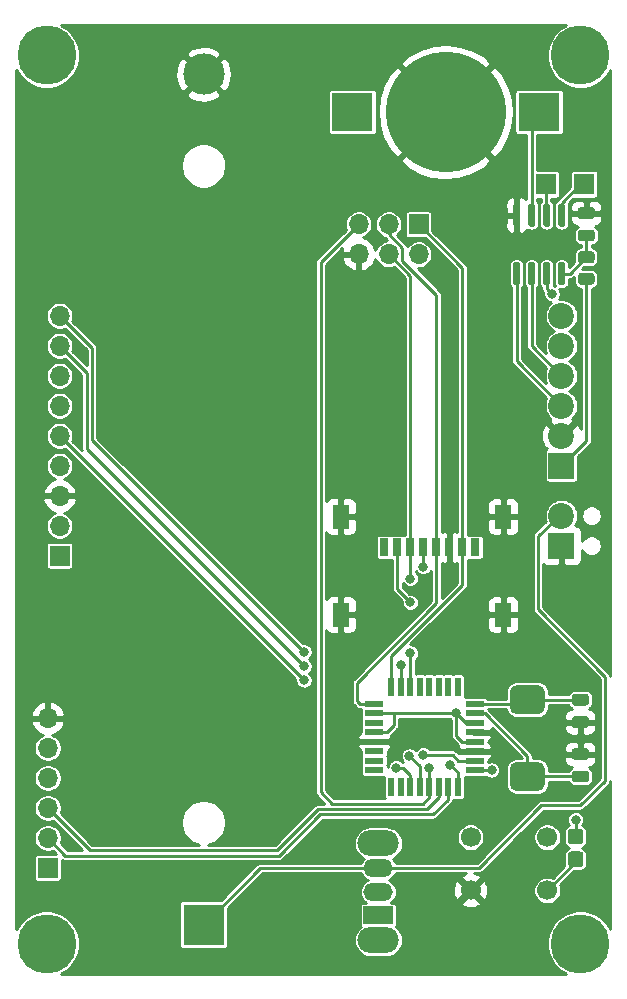
<source format=gtl>
G04 #@! TF.GenerationSoftware,KiCad,Pcbnew,(5.1.9-0-10_14)*
G04 #@! TF.CreationDate,2022-03-15T11:33:21-06:00*
G04 #@! TF.ProjectId,Full_Res_Board,46756c6c-5f52-4657-935f-426f6172642e,rev?*
G04 #@! TF.SameCoordinates,Original*
G04 #@! TF.FileFunction,Copper,L1,Top*
G04 #@! TF.FilePolarity,Positive*
%FSLAX46Y46*%
G04 Gerber Fmt 4.6, Leading zero omitted, Abs format (unit mm)*
G04 Created by KiCad (PCBNEW (5.1.9-0-10_14)) date 2022-03-15 11:33:21*
%MOMM*%
%LPD*%
G01*
G04 APERTURE LIST*
G04 #@! TA.AperFunction,ComponentPad*
%ADD10C,2.200000*%
G04 #@! TD*
G04 #@! TA.AperFunction,ComponentPad*
%ADD11R,2.200000X2.200000*%
G04 #@! TD*
G04 #@! TA.AperFunction,ComponentPad*
%ADD12C,0.800000*%
G04 #@! TD*
G04 #@! TA.AperFunction,ComponentPad*
%ADD13C,5.000000*%
G04 #@! TD*
G04 #@! TA.AperFunction,ComponentPad*
%ADD14R,3.500000X3.500000*%
G04 #@! TD*
G04 #@! TA.AperFunction,ComponentPad*
%ADD15C,3.500000*%
G04 #@! TD*
G04 #@! TA.AperFunction,ComponentPad*
%ADD16O,1.700000X1.700000*%
G04 #@! TD*
G04 #@! TA.AperFunction,ComponentPad*
%ADD17R,1.700000X1.700000*%
G04 #@! TD*
G04 #@! TA.AperFunction,SMDPad,CuDef*
%ADD18R,1.750000X1.800000*%
G04 #@! TD*
G04 #@! TA.AperFunction,SMDPad,CuDef*
%ADD19R,0.550000X1.600000*%
G04 #@! TD*
G04 #@! TA.AperFunction,SMDPad,CuDef*
%ADD20R,1.600000X0.550000*%
G04 #@! TD*
G04 #@! TA.AperFunction,ComponentPad*
%ADD21O,3.500000X2.200000*%
G04 #@! TD*
G04 #@! TA.AperFunction,ComponentPad*
%ADD22O,2.500000X1.500000*%
G04 #@! TD*
G04 #@! TA.AperFunction,ComponentPad*
%ADD23R,2.500000X1.500000*%
G04 #@! TD*
G04 #@! TA.AperFunction,ComponentPad*
%ADD24C,1.700000*%
G04 #@! TD*
G04 #@! TA.AperFunction,SMDPad,CuDef*
%ADD25R,0.800000X1.500000*%
G04 #@! TD*
G04 #@! TA.AperFunction,SMDPad,CuDef*
%ADD26R,1.450000X2.000000*%
G04 #@! TD*
G04 #@! TA.AperFunction,SMDPad,CuDef*
%ADD27C,10.200000*%
G04 #@! TD*
G04 #@! TA.AperFunction,SMDPad,CuDef*
%ADD28R,3.500000X3.300000*%
G04 #@! TD*
G04 #@! TA.AperFunction,ViaPad*
%ADD29C,0.800000*%
G04 #@! TD*
G04 #@! TA.AperFunction,Conductor*
%ADD30C,0.250000*%
G04 #@! TD*
G04 #@! TA.AperFunction,Conductor*
%ADD31C,0.254000*%
G04 #@! TD*
G04 #@! TA.AperFunction,Conductor*
%ADD32C,0.100000*%
G04 #@! TD*
G04 APERTURE END LIST*
D10*
X164300000Y-75740000D03*
X164300000Y-78280000D03*
X164300000Y-80820000D03*
X164300000Y-83360000D03*
X164300000Y-85900000D03*
D11*
X164300000Y-88440000D03*
D12*
X122025825Y-127574175D03*
X120700000Y-127025000D03*
X119374175Y-127574175D03*
X118825000Y-128900000D03*
X119374175Y-130225825D03*
X120700000Y-130775000D03*
X122025825Y-130225825D03*
X122575000Y-128900000D03*
D13*
X120700000Y-128900000D03*
D12*
X122025825Y-52374175D03*
X120700000Y-51825000D03*
X119374175Y-52374175D03*
X118825000Y-53700000D03*
X119374175Y-55025825D03*
X120700000Y-55575000D03*
X122025825Y-55025825D03*
X122575000Y-53700000D03*
D13*
X120700000Y-53700000D03*
D12*
X167225825Y-52374175D03*
X165900000Y-51825000D03*
X164574175Y-52374175D03*
X164025000Y-53700000D03*
X164574175Y-55025825D03*
X165900000Y-55575000D03*
X167225825Y-55025825D03*
X167775000Y-53700000D03*
D13*
X165900000Y-53700000D03*
D12*
X167225825Y-127574175D03*
X165900000Y-127025000D03*
X164574175Y-127574175D03*
X164025000Y-128900000D03*
X164574175Y-130225825D03*
X165900000Y-130775000D03*
X167225825Y-130225825D03*
X167775000Y-128900000D03*
D13*
X165900000Y-128900000D03*
D14*
X134000000Y-127300000D03*
D15*
X134000000Y-55300000D03*
D16*
X121800000Y-75740000D03*
X121800000Y-78280000D03*
X121800000Y-80820000D03*
X121800000Y-83360000D03*
X121800000Y-85900000D03*
X121800000Y-88440000D03*
X121800000Y-90980000D03*
X121800000Y-93520000D03*
D17*
X121800000Y-96060000D03*
D16*
X120800000Y-109800000D03*
X120800000Y-112340000D03*
X120800000Y-114880000D03*
X120800000Y-117420000D03*
X120800000Y-119960000D03*
D17*
X120800000Y-122500000D03*
D18*
X166225000Y-64600000D03*
X162975000Y-64600000D03*
G04 #@! TA.AperFunction,SMDPad,CuDef*
G36*
G01*
X162275000Y-109500000D02*
X160525000Y-109500000D01*
G75*
G02*
X159900000Y-108875000I0J625000D01*
G01*
X159900000Y-107625000D01*
G75*
G02*
X160525000Y-107000000I625000J0D01*
G01*
X162275000Y-107000000D01*
G75*
G02*
X162900000Y-107625000I0J-625000D01*
G01*
X162900000Y-108875000D01*
G75*
G02*
X162275000Y-109500000I-625000J0D01*
G01*
G37*
G04 #@! TD.AperFunction*
G04 #@! TA.AperFunction,SMDPad,CuDef*
G36*
G01*
X162275000Y-116000000D02*
X160525000Y-116000000D01*
G75*
G02*
X159900000Y-115375000I0J625000D01*
G01*
X159900000Y-114125000D01*
G75*
G02*
X160525000Y-113500000I625000J0D01*
G01*
X162275000Y-113500000D01*
G75*
G02*
X162900000Y-114125000I0J-625000D01*
G01*
X162900000Y-115375000D01*
G75*
G02*
X162275000Y-116000000I-625000J0D01*
G01*
G37*
G04 #@! TD.AperFunction*
G04 #@! TA.AperFunction,SMDPad,CuDef*
G36*
G01*
X164155000Y-71200000D02*
X164455000Y-71200000D01*
G75*
G02*
X164605000Y-71350000I0J-150000D01*
G01*
X164605000Y-73000000D01*
G75*
G02*
X164455000Y-73150000I-150000J0D01*
G01*
X164155000Y-73150000D01*
G75*
G02*
X164005000Y-73000000I0J150000D01*
G01*
X164005000Y-71350000D01*
G75*
G02*
X164155000Y-71200000I150000J0D01*
G01*
G37*
G04 #@! TD.AperFunction*
G04 #@! TA.AperFunction,SMDPad,CuDef*
G36*
G01*
X162885000Y-71200000D02*
X163185000Y-71200000D01*
G75*
G02*
X163335000Y-71350000I0J-150000D01*
G01*
X163335000Y-73000000D01*
G75*
G02*
X163185000Y-73150000I-150000J0D01*
G01*
X162885000Y-73150000D01*
G75*
G02*
X162735000Y-73000000I0J150000D01*
G01*
X162735000Y-71350000D01*
G75*
G02*
X162885000Y-71200000I150000J0D01*
G01*
G37*
G04 #@! TD.AperFunction*
G04 #@! TA.AperFunction,SMDPad,CuDef*
G36*
G01*
X161615000Y-71200000D02*
X161915000Y-71200000D01*
G75*
G02*
X162065000Y-71350000I0J-150000D01*
G01*
X162065000Y-73000000D01*
G75*
G02*
X161915000Y-73150000I-150000J0D01*
G01*
X161615000Y-73150000D01*
G75*
G02*
X161465000Y-73000000I0J150000D01*
G01*
X161465000Y-71350000D01*
G75*
G02*
X161615000Y-71200000I150000J0D01*
G01*
G37*
G04 #@! TD.AperFunction*
G04 #@! TA.AperFunction,SMDPad,CuDef*
G36*
G01*
X160345000Y-71200000D02*
X160645000Y-71200000D01*
G75*
G02*
X160795000Y-71350000I0J-150000D01*
G01*
X160795000Y-73000000D01*
G75*
G02*
X160645000Y-73150000I-150000J0D01*
G01*
X160345000Y-73150000D01*
G75*
G02*
X160195000Y-73000000I0J150000D01*
G01*
X160195000Y-71350000D01*
G75*
G02*
X160345000Y-71200000I150000J0D01*
G01*
G37*
G04 #@! TD.AperFunction*
G04 #@! TA.AperFunction,SMDPad,CuDef*
G36*
G01*
X160345000Y-66250000D02*
X160645000Y-66250000D01*
G75*
G02*
X160795000Y-66400000I0J-150000D01*
G01*
X160795000Y-68050000D01*
G75*
G02*
X160645000Y-68200000I-150000J0D01*
G01*
X160345000Y-68200000D01*
G75*
G02*
X160195000Y-68050000I0J150000D01*
G01*
X160195000Y-66400000D01*
G75*
G02*
X160345000Y-66250000I150000J0D01*
G01*
G37*
G04 #@! TD.AperFunction*
G04 #@! TA.AperFunction,SMDPad,CuDef*
G36*
G01*
X161615000Y-66250000D02*
X161915000Y-66250000D01*
G75*
G02*
X162065000Y-66400000I0J-150000D01*
G01*
X162065000Y-68050000D01*
G75*
G02*
X161915000Y-68200000I-150000J0D01*
G01*
X161615000Y-68200000D01*
G75*
G02*
X161465000Y-68050000I0J150000D01*
G01*
X161465000Y-66400000D01*
G75*
G02*
X161615000Y-66250000I150000J0D01*
G01*
G37*
G04 #@! TD.AperFunction*
G04 #@! TA.AperFunction,SMDPad,CuDef*
G36*
G01*
X162885000Y-66250000D02*
X163185000Y-66250000D01*
G75*
G02*
X163335000Y-66400000I0J-150000D01*
G01*
X163335000Y-68050000D01*
G75*
G02*
X163185000Y-68200000I-150000J0D01*
G01*
X162885000Y-68200000D01*
G75*
G02*
X162735000Y-68050000I0J150000D01*
G01*
X162735000Y-66400000D01*
G75*
G02*
X162885000Y-66250000I150000J0D01*
G01*
G37*
G04 #@! TD.AperFunction*
G04 #@! TA.AperFunction,SMDPad,CuDef*
G36*
G01*
X164155000Y-66250000D02*
X164455000Y-66250000D01*
G75*
G02*
X164605000Y-66400000I0J-150000D01*
G01*
X164605000Y-68050000D01*
G75*
G02*
X164455000Y-68200000I-150000J0D01*
G01*
X164155000Y-68200000D01*
G75*
G02*
X164005000Y-68050000I0J150000D01*
G01*
X164005000Y-66400000D01*
G75*
G02*
X164155000Y-66250000I150000J0D01*
G01*
G37*
G04 #@! TD.AperFunction*
D19*
X155500000Y-115650000D03*
X154700000Y-115650000D03*
X153900000Y-115650000D03*
X153100000Y-115650000D03*
X152300000Y-115650000D03*
X151500000Y-115650000D03*
X150700000Y-115650000D03*
X149900000Y-115650000D03*
D20*
X148450000Y-114200000D03*
X148450000Y-113400000D03*
X148450000Y-112600000D03*
X148450000Y-111800000D03*
X148450000Y-111000000D03*
X148450000Y-110200000D03*
X148450000Y-109400000D03*
X148450000Y-108600000D03*
D19*
X149900000Y-107150000D03*
X150700000Y-107150000D03*
X151500000Y-107150000D03*
X152300000Y-107150000D03*
X153100000Y-107150000D03*
X153900000Y-107150000D03*
X154700000Y-107150000D03*
X155500000Y-107150000D03*
D20*
X156950000Y-108600000D03*
X156950000Y-109400000D03*
X156950000Y-110200000D03*
X156950000Y-111000000D03*
X156950000Y-111800000D03*
X156950000Y-112600000D03*
X156950000Y-113400000D03*
X156950000Y-114200000D03*
D21*
X148800000Y-120400000D03*
X148800000Y-128600000D03*
D22*
X148800000Y-122500000D03*
X148800000Y-124500000D03*
D23*
X148800000Y-126500000D03*
D24*
X163100000Y-124400000D03*
X156600000Y-124400000D03*
X163100000Y-119900000D03*
X156600000Y-119900000D03*
G04 #@! TA.AperFunction,SMDPad,CuDef*
G36*
G01*
X165100000Y-121100000D02*
X165900000Y-121100000D01*
G75*
G02*
X166150000Y-121350000I0J-250000D01*
G01*
X166150000Y-122175000D01*
G75*
G02*
X165900000Y-122425000I-250000J0D01*
G01*
X165100000Y-122425000D01*
G75*
G02*
X164850000Y-122175000I0J250000D01*
G01*
X164850000Y-121350000D01*
G75*
G02*
X165100000Y-121100000I250000J0D01*
G01*
G37*
G04 #@! TD.AperFunction*
G04 #@! TA.AperFunction,SMDPad,CuDef*
G36*
G01*
X165100000Y-119175000D02*
X165900000Y-119175000D01*
G75*
G02*
X166150000Y-119425000I0J-250000D01*
G01*
X166150000Y-120250000D01*
G75*
G02*
X165900000Y-120500000I-250000J0D01*
G01*
X165100000Y-120500000D01*
G75*
G02*
X164850000Y-120250000I0J250000D01*
G01*
X164850000Y-119425000D01*
G75*
G02*
X165100000Y-119175000I250000J0D01*
G01*
G37*
G04 #@! TD.AperFunction*
G04 #@! TA.AperFunction,SMDPad,CuDef*
G36*
G01*
X166850001Y-71300000D02*
X165949999Y-71300000D01*
G75*
G02*
X165700000Y-71050001I0J249999D01*
G01*
X165700000Y-70524999D01*
G75*
G02*
X165949999Y-70275000I249999J0D01*
G01*
X166850001Y-70275000D01*
G75*
G02*
X167100000Y-70524999I0J-249999D01*
G01*
X167100000Y-71050001D01*
G75*
G02*
X166850001Y-71300000I-249999J0D01*
G01*
G37*
G04 #@! TD.AperFunction*
G04 #@! TA.AperFunction,SMDPad,CuDef*
G36*
G01*
X166850001Y-73125000D02*
X165949999Y-73125000D01*
G75*
G02*
X165700000Y-72875001I0J249999D01*
G01*
X165700000Y-72349999D01*
G75*
G02*
X165949999Y-72100000I249999J0D01*
G01*
X166850001Y-72100000D01*
G75*
G02*
X167100000Y-72349999I0J-249999D01*
G01*
X167100000Y-72875001D01*
G75*
G02*
X166850001Y-73125000I-249999J0D01*
G01*
G37*
G04 #@! TD.AperFunction*
D16*
X147120000Y-70540000D03*
X147120000Y-68000000D03*
X149660000Y-70540000D03*
X149660000Y-68000000D03*
X152200000Y-70540000D03*
D17*
X152200000Y-68000000D03*
D25*
X149300000Y-95350000D03*
X150400000Y-95350000D03*
X151500000Y-95350000D03*
X152600000Y-95350000D03*
X153700000Y-95350000D03*
X154800000Y-95350000D03*
X155900000Y-95350000D03*
X157000000Y-95350000D03*
D26*
X159375000Y-101050000D03*
X145625000Y-101050000D03*
X145625000Y-92750000D03*
X159375000Y-92750000D03*
D10*
X164300000Y-92660000D03*
D11*
X164300000Y-95200000D03*
G04 #@! TA.AperFunction,SMDPad,CuDef*
G36*
G01*
X166875000Y-67550000D02*
X165925000Y-67550000D01*
G75*
G02*
X165675000Y-67300000I0J250000D01*
G01*
X165675000Y-66800000D01*
G75*
G02*
X165925000Y-66550000I250000J0D01*
G01*
X166875000Y-66550000D01*
G75*
G02*
X167125000Y-66800000I0J-250000D01*
G01*
X167125000Y-67300000D01*
G75*
G02*
X166875000Y-67550000I-250000J0D01*
G01*
G37*
G04 #@! TD.AperFunction*
G04 #@! TA.AperFunction,SMDPad,CuDef*
G36*
G01*
X166875000Y-69450000D02*
X165925000Y-69450000D01*
G75*
G02*
X165675000Y-69200000I0J250000D01*
G01*
X165675000Y-68700000D01*
G75*
G02*
X165925000Y-68450000I250000J0D01*
G01*
X166875000Y-68450000D01*
G75*
G02*
X167125000Y-68700000I0J-250000D01*
G01*
X167125000Y-69200000D01*
G75*
G02*
X166875000Y-69450000I-250000J0D01*
G01*
G37*
G04 #@! TD.AperFunction*
G04 #@! TA.AperFunction,SMDPad,CuDef*
G36*
G01*
X165425000Y-109650000D02*
X166375000Y-109650000D01*
G75*
G02*
X166625000Y-109900000I0J-250000D01*
G01*
X166625000Y-110400000D01*
G75*
G02*
X166375000Y-110650000I-250000J0D01*
G01*
X165425000Y-110650000D01*
G75*
G02*
X165175000Y-110400000I0J250000D01*
G01*
X165175000Y-109900000D01*
G75*
G02*
X165425000Y-109650000I250000J0D01*
G01*
G37*
G04 #@! TD.AperFunction*
G04 #@! TA.AperFunction,SMDPad,CuDef*
G36*
G01*
X165425000Y-107750000D02*
X166375000Y-107750000D01*
G75*
G02*
X166625000Y-108000000I0J-250000D01*
G01*
X166625000Y-108500000D01*
G75*
G02*
X166375000Y-108750000I-250000J0D01*
G01*
X165425000Y-108750000D01*
G75*
G02*
X165175000Y-108500000I0J250000D01*
G01*
X165175000Y-108000000D01*
G75*
G02*
X165425000Y-107750000I250000J0D01*
G01*
G37*
G04 #@! TD.AperFunction*
G04 #@! TA.AperFunction,SMDPad,CuDef*
G36*
G01*
X166375000Y-113350000D02*
X165425000Y-113350000D01*
G75*
G02*
X165175000Y-113100000I0J250000D01*
G01*
X165175000Y-112600000D01*
G75*
G02*
X165425000Y-112350000I250000J0D01*
G01*
X166375000Y-112350000D01*
G75*
G02*
X166625000Y-112600000I0J-250000D01*
G01*
X166625000Y-113100000D01*
G75*
G02*
X166375000Y-113350000I-250000J0D01*
G01*
G37*
G04 #@! TD.AperFunction*
G04 #@! TA.AperFunction,SMDPad,CuDef*
G36*
G01*
X166375000Y-115250000D02*
X165425000Y-115250000D01*
G75*
G02*
X165175000Y-115000000I0J250000D01*
G01*
X165175000Y-114500000D01*
G75*
G02*
X165425000Y-114250000I250000J0D01*
G01*
X166375000Y-114250000D01*
G75*
G02*
X166625000Y-114500000I0J-250000D01*
G01*
X166625000Y-115000000D01*
G75*
G02*
X166375000Y-115250000I-250000J0D01*
G01*
G37*
G04 #@! TD.AperFunction*
D27*
X154500000Y-58500000D03*
D28*
X146600000Y-58500000D03*
X162400000Y-58500000D03*
D29*
X151500000Y-104300000D03*
X151500000Y-100000000D03*
X151500000Y-98000000D03*
X150700000Y-105300000D03*
X152600000Y-97000000D03*
X155400000Y-109400000D03*
X165500000Y-118400000D03*
X154900000Y-113800000D03*
X142500000Y-104199998D03*
X142500000Y-105400000D03*
X152600000Y-112900000D03*
X142500000Y-106600000D03*
X151400000Y-113000000D03*
X150300000Y-114000000D03*
X153100000Y-114000000D03*
X163500000Y-73900000D03*
X158400000Y-114200000D03*
D30*
X161765000Y-59135000D02*
X161765000Y-67225000D01*
X162400000Y-58500000D02*
X161765000Y-59135000D01*
X161400000Y-112989998D02*
X157810002Y-109400000D01*
X157810002Y-109400000D02*
X156950000Y-109400000D01*
X161400000Y-114750000D02*
X161400000Y-112989998D01*
X161400000Y-114750000D02*
X165900000Y-114750000D01*
X161050000Y-108600000D02*
X161400000Y-108250000D01*
X156950000Y-108600000D02*
X161050000Y-108600000D01*
X161400000Y-108250000D02*
X165900000Y-108250000D01*
X166400000Y-68950000D02*
X166400000Y-70787500D01*
X165012500Y-72175000D02*
X166400000Y-70787500D01*
X164305000Y-72175000D02*
X165012500Y-72175000D01*
X151500000Y-107150000D02*
X151500000Y-104300000D01*
X150400000Y-98900000D02*
X151500000Y-100000000D01*
X150400000Y-95350000D02*
X150400000Y-98900000D01*
X151500000Y-72380000D02*
X151500000Y-95350000D01*
X149660000Y-70540000D02*
X151500000Y-72380000D01*
X151500000Y-95350000D02*
X151500000Y-98000000D01*
X150700000Y-105300000D02*
X150700000Y-107150000D01*
X166400000Y-86340000D02*
X164300000Y-88440000D01*
X166400000Y-72612500D02*
X166400000Y-86340000D01*
X152600000Y-95350000D02*
X152600000Y-97000000D01*
X156200000Y-110200000D02*
X156950000Y-110200000D01*
X155400000Y-109400000D02*
X156200000Y-110200000D01*
X149500000Y-111000000D02*
X150100000Y-110400000D01*
X150100000Y-110400000D02*
X150100000Y-109400000D01*
X148450000Y-111000000D02*
X149500000Y-111000000D01*
X150100000Y-109400000D02*
X155400000Y-109400000D01*
X148450000Y-109400000D02*
X150100000Y-109400000D01*
X155900000Y-111800000D02*
X155400000Y-111300000D01*
X155400000Y-111300000D02*
X155400000Y-109400000D01*
X156950000Y-111800000D02*
X155900000Y-111800000D01*
X155400000Y-109400000D02*
X155400000Y-109400000D01*
X165500000Y-119837500D02*
X165500000Y-118400000D01*
X148450000Y-108600000D02*
X147200000Y-108600000D01*
X147200000Y-108600000D02*
X147000000Y-108400000D01*
X147000000Y-108400000D02*
X147000000Y-106800000D01*
X153700000Y-100100000D02*
X153700000Y-95350000D01*
X147000000Y-106800000D02*
X153700000Y-100100000D01*
X150835001Y-71078591D02*
X153700000Y-73943590D01*
X150835001Y-70035001D02*
X150835001Y-71078591D01*
X149660000Y-68860000D02*
X150835001Y-70035001D01*
X153700000Y-73943590D02*
X153700000Y-95350000D01*
X149660000Y-68000000D02*
X149660000Y-68860000D01*
X155900000Y-71700000D02*
X155900000Y-95350000D01*
X152200000Y-68000000D02*
X155900000Y-71700000D01*
X155900000Y-98536410D02*
X155900000Y-95350000D01*
X149900000Y-104536410D02*
X155900000Y-98536410D01*
X149900000Y-107150000D02*
X149900000Y-104536410D01*
X152910002Y-117500000D02*
X143700000Y-117500000D01*
X153900000Y-116510002D02*
X152910002Y-117500000D01*
X153900000Y-115650000D02*
X153900000Y-116510002D01*
X140200000Y-121000000D02*
X124380000Y-121000000D01*
X124380000Y-121000000D02*
X120800000Y-117420000D01*
X143700000Y-117500000D02*
X140200000Y-121000000D01*
X154700000Y-116700000D02*
X154700000Y-115650000D01*
X140386400Y-121450011D02*
X143886400Y-117950011D01*
X153449989Y-117950011D02*
X154700000Y-116700000D01*
X143886400Y-117950011D02*
X153449989Y-117950011D01*
X120800000Y-119960000D02*
X122290011Y-121450011D01*
X122290011Y-121450011D02*
X140386400Y-121450011D01*
X155500000Y-114400000D02*
X155500000Y-115650000D01*
X154900000Y-113800000D02*
X155500000Y-114400000D01*
X142499998Y-104199998D02*
X142500000Y-104199998D01*
X124550010Y-86250010D02*
X142499998Y-104199998D01*
X121800000Y-75740000D02*
X121800000Y-75900000D01*
X124550010Y-78490010D02*
X121800000Y-75740000D01*
X124550010Y-86250010D02*
X124550010Y-78490010D01*
X121800000Y-78280000D02*
X124100000Y-80580000D01*
X124100000Y-80580000D02*
X124100000Y-87000000D01*
X124100000Y-87000000D02*
X142500000Y-105400000D01*
X155573002Y-113400000D02*
X156950000Y-113400000D01*
X155073002Y-112900000D02*
X155573002Y-113400000D01*
X152600000Y-112900000D02*
X155073002Y-112900000D01*
X161765000Y-78285000D02*
X164300000Y-80820000D01*
X161765000Y-72175000D02*
X161765000Y-78285000D01*
X121800000Y-85900000D02*
X142500000Y-106600000D01*
X152300000Y-113900000D02*
X152300000Y-115650000D01*
X151400000Y-113000000D02*
X152300000Y-113900000D01*
X160495000Y-79555000D02*
X164300000Y-83360000D01*
X160495000Y-72175000D02*
X160495000Y-79555000D01*
X151500000Y-114600000D02*
X150900000Y-114000000D01*
X151500000Y-115650000D02*
X151500000Y-114600000D01*
X150900000Y-114000000D02*
X150300000Y-114000000D01*
X153100000Y-115650000D02*
X153100000Y-114000000D01*
X165500000Y-122000000D02*
X165500000Y-121762500D01*
X163100000Y-124400000D02*
X165500000Y-122000000D01*
X143900000Y-71220000D02*
X147120000Y-68000000D01*
X143900000Y-116100000D02*
X143900000Y-71220000D01*
X152560012Y-117049990D02*
X144849990Y-117049990D01*
X153100000Y-115650000D02*
X153100000Y-116510002D01*
X144849990Y-117049990D02*
X143900000Y-116100000D01*
X153100000Y-116510002D02*
X152560012Y-117049990D01*
X163035000Y-73435000D02*
X163500000Y-73900000D01*
X163035000Y-72175000D02*
X163035000Y-73435000D01*
X156950000Y-114200000D02*
X158400000Y-114200000D01*
X162975000Y-67165000D02*
X163035000Y-67225000D01*
X162975000Y-64600000D02*
X162975000Y-67165000D01*
X166225000Y-64600000D02*
X165900000Y-64600000D01*
X164305000Y-66195000D02*
X164305000Y-67225000D01*
X165900000Y-64600000D02*
X164305000Y-66195000D01*
X138800000Y-122500000D02*
X148800000Y-122500000D01*
X134000000Y-127300000D02*
X138800000Y-122500000D01*
X151400000Y-122500000D02*
X148800000Y-122500000D01*
X157300000Y-122500000D02*
X151400000Y-122500000D01*
X168000000Y-115100000D02*
X165900000Y-117200000D01*
X162600000Y-117200000D02*
X157300000Y-122500000D01*
X162300000Y-100600000D02*
X168000000Y-106300000D01*
X165900000Y-117200000D02*
X162600000Y-117200000D01*
X164300000Y-92660000D02*
X164054998Y-92660000D01*
X168000000Y-106300000D02*
X168000000Y-115100000D01*
X162300000Y-94414998D02*
X162300000Y-100600000D01*
X164054998Y-92660000D02*
X162300000Y-94414998D01*
D31*
X164560913Y-51194745D02*
X164097892Y-51504125D01*
X163704125Y-51897892D01*
X163394745Y-52360913D01*
X163181640Y-52875394D01*
X163073000Y-53421565D01*
X163073000Y-53978435D01*
X163181640Y-54524606D01*
X163394745Y-55039087D01*
X163704125Y-55502108D01*
X164097892Y-55895875D01*
X164560913Y-56205255D01*
X165075394Y-56418360D01*
X165621565Y-56527000D01*
X166178435Y-56527000D01*
X166724606Y-56418360D01*
X167239087Y-56205255D01*
X167702108Y-55895875D01*
X168095875Y-55502108D01*
X168405255Y-55039087D01*
X168448001Y-54935889D01*
X168448000Y-106237184D01*
X168445460Y-106211392D01*
X168432130Y-106167450D01*
X168419614Y-106126190D01*
X168377643Y-106047667D01*
X168321159Y-105978841D01*
X168303912Y-105964687D01*
X162752000Y-100412777D01*
X162752000Y-96753799D01*
X162845506Y-96830537D01*
X162955820Y-96889502D01*
X163075518Y-96925812D01*
X163200000Y-96938072D01*
X164014250Y-96935000D01*
X164173000Y-96776250D01*
X164173000Y-95327000D01*
X164153000Y-95327000D01*
X164153000Y-95073000D01*
X164173000Y-95073000D01*
X164173000Y-95053000D01*
X164427000Y-95053000D01*
X164427000Y-95073000D01*
X164447000Y-95073000D01*
X164447000Y-95327000D01*
X164427000Y-95327000D01*
X164427000Y-96776250D01*
X164585750Y-96935000D01*
X165400000Y-96938072D01*
X165524482Y-96925812D01*
X165644180Y-96889502D01*
X165754494Y-96830537D01*
X165851185Y-96751185D01*
X165930537Y-96654494D01*
X165989502Y-96544180D01*
X166025812Y-96424482D01*
X166038072Y-96300000D01*
X166035238Y-95548843D01*
X166062813Y-95615415D01*
X166158790Y-95759055D01*
X166280945Y-95881210D01*
X166424585Y-95977187D01*
X166584189Y-96043297D01*
X166753623Y-96077000D01*
X166926377Y-96077000D01*
X167095811Y-96043297D01*
X167255415Y-95977187D01*
X167399055Y-95881210D01*
X167521210Y-95759055D01*
X167617187Y-95615415D01*
X167683297Y-95455811D01*
X167717000Y-95286377D01*
X167717000Y-95113623D01*
X167683297Y-94944189D01*
X167617187Y-94784585D01*
X167521210Y-94640945D01*
X167399055Y-94518790D01*
X167255415Y-94422813D01*
X167095811Y-94356703D01*
X166926377Y-94323000D01*
X166753623Y-94323000D01*
X166584189Y-94356703D01*
X166424585Y-94422813D01*
X166280945Y-94518790D01*
X166158790Y-94640945D01*
X166062813Y-94784585D01*
X166035238Y-94851157D01*
X166038072Y-94100000D01*
X166025812Y-93975518D01*
X165989502Y-93855820D01*
X165930537Y-93745506D01*
X165851185Y-93648815D01*
X165754494Y-93569463D01*
X165644180Y-93510498D01*
X165524482Y-93474188D01*
X165475443Y-93469358D01*
X165564591Y-93335938D01*
X165672162Y-93076241D01*
X165727000Y-92800547D01*
X165727000Y-92573623D01*
X165963000Y-92573623D01*
X165963000Y-92746377D01*
X165996703Y-92915811D01*
X166062813Y-93075415D01*
X166158790Y-93219055D01*
X166280945Y-93341210D01*
X166424585Y-93437187D01*
X166584189Y-93503297D01*
X166753623Y-93537000D01*
X166926377Y-93537000D01*
X167095811Y-93503297D01*
X167255415Y-93437187D01*
X167399055Y-93341210D01*
X167521210Y-93219055D01*
X167617187Y-93075415D01*
X167683297Y-92915811D01*
X167717000Y-92746377D01*
X167717000Y-92573623D01*
X167683297Y-92404189D01*
X167617187Y-92244585D01*
X167521210Y-92100945D01*
X167399055Y-91978790D01*
X167255415Y-91882813D01*
X167095811Y-91816703D01*
X166926377Y-91783000D01*
X166753623Y-91783000D01*
X166584189Y-91816703D01*
X166424585Y-91882813D01*
X166280945Y-91978790D01*
X166158790Y-92100945D01*
X166062813Y-92244585D01*
X165996703Y-92404189D01*
X165963000Y-92573623D01*
X165727000Y-92573623D01*
X165727000Y-92519453D01*
X165672162Y-92243759D01*
X165564591Y-91984062D01*
X165408424Y-91750340D01*
X165209660Y-91551576D01*
X164975938Y-91395409D01*
X164716241Y-91287838D01*
X164440547Y-91233000D01*
X164159453Y-91233000D01*
X163883759Y-91287838D01*
X163624062Y-91395409D01*
X163390340Y-91551576D01*
X163191576Y-91750340D01*
X163035409Y-91984062D01*
X162927838Y-92243759D01*
X162873000Y-92519453D01*
X162873000Y-92800547D01*
X162927838Y-93076241D01*
X162948837Y-93126937D01*
X161996100Y-94079675D01*
X161978841Y-94093839D01*
X161922357Y-94162666D01*
X161888371Y-94226250D01*
X161880386Y-94241189D01*
X161854540Y-94326391D01*
X161845813Y-94414998D01*
X161848000Y-94437203D01*
X161848001Y-100577785D01*
X161845813Y-100600000D01*
X161854540Y-100688607D01*
X161880386Y-100773809D01*
X161880387Y-100773810D01*
X161922358Y-100852333D01*
X161978842Y-100921159D01*
X161996096Y-100935319D01*
X167548000Y-106487225D01*
X167548001Y-114912774D01*
X165712777Y-116748000D01*
X162622205Y-116748000D01*
X162600000Y-116745813D01*
X162511392Y-116754540D01*
X162432137Y-116778582D01*
X162426190Y-116780386D01*
X162347667Y-116822357D01*
X162278841Y-116878841D01*
X162264681Y-116896095D01*
X157112777Y-122048000D01*
X150279599Y-122048000D01*
X150199826Y-121898756D01*
X150065239Y-121734761D01*
X150031624Y-121707174D01*
X150246634Y-121592248D01*
X150463923Y-121413923D01*
X150642248Y-121196634D01*
X150774755Y-120948731D01*
X150856352Y-120679741D01*
X150883904Y-120400000D01*
X150856352Y-120120259D01*
X150774755Y-119851269D01*
X150738840Y-119784076D01*
X155423000Y-119784076D01*
X155423000Y-120015924D01*
X155468231Y-120243318D01*
X155556956Y-120457519D01*
X155685764Y-120650294D01*
X155849706Y-120814236D01*
X156042481Y-120943044D01*
X156256682Y-121031769D01*
X156484076Y-121077000D01*
X156715924Y-121077000D01*
X156943318Y-121031769D01*
X157157519Y-120943044D01*
X157350294Y-120814236D01*
X157514236Y-120650294D01*
X157643044Y-120457519D01*
X157731769Y-120243318D01*
X157777000Y-120015924D01*
X157777000Y-119784076D01*
X157731769Y-119556682D01*
X157643044Y-119342481D01*
X157514236Y-119149706D01*
X157350294Y-118985764D01*
X157157519Y-118856956D01*
X156943318Y-118768231D01*
X156715924Y-118723000D01*
X156484076Y-118723000D01*
X156256682Y-118768231D01*
X156042481Y-118856956D01*
X155849706Y-118985764D01*
X155685764Y-119149706D01*
X155556956Y-119342481D01*
X155468231Y-119556682D01*
X155423000Y-119784076D01*
X150738840Y-119784076D01*
X150642248Y-119603366D01*
X150463923Y-119386077D01*
X150246634Y-119207752D01*
X149998731Y-119075245D01*
X149729741Y-118993648D01*
X149520098Y-118973000D01*
X148079902Y-118973000D01*
X147870259Y-118993648D01*
X147601269Y-119075245D01*
X147353366Y-119207752D01*
X147136077Y-119386077D01*
X146957752Y-119603366D01*
X146825245Y-119851269D01*
X146743648Y-120120259D01*
X146716096Y-120400000D01*
X146743648Y-120679741D01*
X146825245Y-120948731D01*
X146957752Y-121196634D01*
X147136077Y-121413923D01*
X147353366Y-121592248D01*
X147568376Y-121707174D01*
X147534761Y-121734761D01*
X147400174Y-121898756D01*
X147320401Y-122048000D01*
X138822204Y-122048000D01*
X138799999Y-122045813D01*
X138711392Y-122054540D01*
X138626190Y-122080386D01*
X138547667Y-122122357D01*
X138478841Y-122178841D01*
X138464686Y-122196089D01*
X135439358Y-125221418D01*
X132250000Y-125221418D01*
X132185897Y-125227732D01*
X132124257Y-125246430D01*
X132067450Y-125276794D01*
X132017657Y-125317657D01*
X131976794Y-125367450D01*
X131946430Y-125424257D01*
X131927732Y-125485897D01*
X131921418Y-125550000D01*
X131921418Y-129050000D01*
X131927732Y-129114103D01*
X131946430Y-129175743D01*
X131976794Y-129232550D01*
X132017657Y-129282343D01*
X132067450Y-129323206D01*
X132124257Y-129353570D01*
X132185897Y-129372268D01*
X132250000Y-129378582D01*
X135750000Y-129378582D01*
X135814103Y-129372268D01*
X135875743Y-129353570D01*
X135932550Y-129323206D01*
X135982343Y-129282343D01*
X136023206Y-129232550D01*
X136053570Y-129175743D01*
X136072268Y-129114103D01*
X136078582Y-129050000D01*
X136078582Y-125860642D01*
X138987225Y-122952000D01*
X147320401Y-122952000D01*
X147400174Y-123101244D01*
X147534761Y-123265239D01*
X147698756Y-123399826D01*
X147885856Y-123499833D01*
X147886407Y-123500000D01*
X147885856Y-123500167D01*
X147698756Y-123600174D01*
X147534761Y-123734761D01*
X147400174Y-123898756D01*
X147300167Y-124085856D01*
X147238583Y-124288871D01*
X147217789Y-124500000D01*
X147238583Y-124711129D01*
X147300167Y-124914144D01*
X147400174Y-125101244D01*
X147534761Y-125265239D01*
X147698756Y-125399826D01*
X147739152Y-125421418D01*
X147550000Y-125421418D01*
X147485897Y-125427732D01*
X147424257Y-125446430D01*
X147367450Y-125476794D01*
X147317657Y-125517657D01*
X147276794Y-125567450D01*
X147246430Y-125624257D01*
X147227732Y-125685897D01*
X147221418Y-125750000D01*
X147221418Y-127250000D01*
X147227732Y-127314103D01*
X147246430Y-127375743D01*
X147276794Y-127432550D01*
X147295450Y-127455283D01*
X147136077Y-127586077D01*
X146957752Y-127803366D01*
X146825245Y-128051269D01*
X146743648Y-128320259D01*
X146716096Y-128600000D01*
X146743648Y-128879741D01*
X146825245Y-129148731D01*
X146957752Y-129396634D01*
X147136077Y-129613923D01*
X147353366Y-129792248D01*
X147601269Y-129924755D01*
X147870259Y-130006352D01*
X148079902Y-130027000D01*
X149520098Y-130027000D01*
X149729741Y-130006352D01*
X149998731Y-129924755D01*
X150246634Y-129792248D01*
X150463923Y-129613923D01*
X150642248Y-129396634D01*
X150774755Y-129148731D01*
X150856352Y-128879741D01*
X150883904Y-128600000D01*
X150856352Y-128320259D01*
X150774755Y-128051269D01*
X150642248Y-127803366D01*
X150463923Y-127586077D01*
X150304550Y-127455283D01*
X150323206Y-127432550D01*
X150353570Y-127375743D01*
X150372268Y-127314103D01*
X150378582Y-127250000D01*
X150378582Y-125750000D01*
X150372268Y-125685897D01*
X150353570Y-125624257D01*
X150323206Y-125567450D01*
X150282343Y-125517657D01*
X150232550Y-125476794D01*
X150175743Y-125446430D01*
X150116296Y-125428397D01*
X155751208Y-125428397D01*
X155828843Y-125677472D01*
X156092883Y-125803371D01*
X156376411Y-125875339D01*
X156668531Y-125890611D01*
X156958019Y-125848599D01*
X157233747Y-125750919D01*
X157371157Y-125677472D01*
X157448792Y-125428397D01*
X156600000Y-124579605D01*
X155751208Y-125428397D01*
X150116296Y-125428397D01*
X150114103Y-125427732D01*
X150050000Y-125421418D01*
X149860848Y-125421418D01*
X149901244Y-125399826D01*
X150065239Y-125265239D01*
X150199826Y-125101244D01*
X150299833Y-124914144D01*
X150361417Y-124711129D01*
X150382211Y-124500000D01*
X150379112Y-124468531D01*
X155109389Y-124468531D01*
X155151401Y-124758019D01*
X155249081Y-125033747D01*
X155322528Y-125171157D01*
X155571603Y-125248792D01*
X156420395Y-124400000D01*
X156779605Y-124400000D01*
X157628397Y-125248792D01*
X157877472Y-125171157D01*
X158003371Y-124907117D01*
X158075339Y-124623589D01*
X158090611Y-124331469D01*
X158083734Y-124284076D01*
X161923000Y-124284076D01*
X161923000Y-124515924D01*
X161968231Y-124743318D01*
X162056956Y-124957519D01*
X162185764Y-125150294D01*
X162349706Y-125314236D01*
X162542481Y-125443044D01*
X162756682Y-125531769D01*
X162984076Y-125577000D01*
X163215924Y-125577000D01*
X163443318Y-125531769D01*
X163657519Y-125443044D01*
X163850294Y-125314236D01*
X164014236Y-125150294D01*
X164143044Y-124957519D01*
X164231769Y-124743318D01*
X164277000Y-124515924D01*
X164277000Y-124284076D01*
X164231769Y-124056682D01*
X164188061Y-123951162D01*
X165385642Y-122753582D01*
X165900000Y-122753582D01*
X166012876Y-122742465D01*
X166121414Y-122709540D01*
X166221443Y-122656073D01*
X166309119Y-122584119D01*
X166381073Y-122496443D01*
X166434540Y-122396414D01*
X166467465Y-122287876D01*
X166478582Y-122175000D01*
X166478582Y-121350000D01*
X166467465Y-121237124D01*
X166434540Y-121128586D01*
X166381073Y-121028557D01*
X166309119Y-120940881D01*
X166221443Y-120868927D01*
X166121414Y-120815460D01*
X166070450Y-120800000D01*
X166121414Y-120784540D01*
X166221443Y-120731073D01*
X166309119Y-120659119D01*
X166381073Y-120571443D01*
X166434540Y-120471414D01*
X166467465Y-120362876D01*
X166478582Y-120250000D01*
X166478582Y-119425000D01*
X166467465Y-119312124D01*
X166434540Y-119203586D01*
X166381073Y-119103557D01*
X166309119Y-119015881D01*
X166221443Y-118943927D01*
X166121414Y-118890460D01*
X166057164Y-118870970D01*
X166064698Y-118863436D01*
X166144259Y-118744364D01*
X166199062Y-118612058D01*
X166227000Y-118471603D01*
X166227000Y-118328397D01*
X166199062Y-118187942D01*
X166144259Y-118055636D01*
X166064698Y-117936564D01*
X165963436Y-117835302D01*
X165844364Y-117755741D01*
X165712058Y-117700938D01*
X165571603Y-117673000D01*
X165428397Y-117673000D01*
X165287942Y-117700938D01*
X165155636Y-117755741D01*
X165036564Y-117835302D01*
X164935302Y-117936564D01*
X164855741Y-118055636D01*
X164800938Y-118187942D01*
X164773000Y-118328397D01*
X164773000Y-118471603D01*
X164800938Y-118612058D01*
X164855741Y-118744364D01*
X164935302Y-118863436D01*
X164942836Y-118870970D01*
X164878586Y-118890460D01*
X164778557Y-118943927D01*
X164690881Y-119015881D01*
X164618927Y-119103557D01*
X164565460Y-119203586D01*
X164532535Y-119312124D01*
X164521418Y-119425000D01*
X164521418Y-120250000D01*
X164532535Y-120362876D01*
X164565460Y-120471414D01*
X164618927Y-120571443D01*
X164690881Y-120659119D01*
X164778557Y-120731073D01*
X164878586Y-120784540D01*
X164929550Y-120800000D01*
X164878586Y-120815460D01*
X164778557Y-120868927D01*
X164690881Y-120940881D01*
X164618927Y-121028557D01*
X164565460Y-121128586D01*
X164532535Y-121237124D01*
X164521418Y-121350000D01*
X164521418Y-122175000D01*
X164532535Y-122287876D01*
X164541930Y-122318846D01*
X163548838Y-123311939D01*
X163443318Y-123268231D01*
X163215924Y-123223000D01*
X162984076Y-123223000D01*
X162756682Y-123268231D01*
X162542481Y-123356956D01*
X162349706Y-123485764D01*
X162185764Y-123649706D01*
X162056956Y-123842481D01*
X161968231Y-124056682D01*
X161923000Y-124284076D01*
X158083734Y-124284076D01*
X158048599Y-124041981D01*
X157950919Y-123766253D01*
X157877472Y-123628843D01*
X157628397Y-123551208D01*
X156779605Y-124400000D01*
X156420395Y-124400000D01*
X155571603Y-123551208D01*
X155322528Y-123628843D01*
X155196629Y-123892883D01*
X155124661Y-124176411D01*
X155109389Y-124468531D01*
X150379112Y-124468531D01*
X150361417Y-124288871D01*
X150299833Y-124085856D01*
X150199826Y-123898756D01*
X150065239Y-123734761D01*
X149901244Y-123600174D01*
X149714144Y-123500167D01*
X149713593Y-123500000D01*
X149714144Y-123499833D01*
X149901244Y-123399826D01*
X150065239Y-123265239D01*
X150199826Y-123101244D01*
X150279599Y-122952000D01*
X156240290Y-122952000D01*
X155966253Y-123049081D01*
X155828843Y-123122528D01*
X155751208Y-123371603D01*
X156600000Y-124220395D01*
X157448792Y-123371603D01*
X157371157Y-123122528D01*
X157107117Y-122996629D01*
X156931295Y-122952000D01*
X157277795Y-122952000D01*
X157300000Y-122954187D01*
X157322205Y-122952000D01*
X157388607Y-122945460D01*
X157473810Y-122919614D01*
X157552333Y-122877643D01*
X157621159Y-122821159D01*
X157635323Y-122803900D01*
X160655147Y-119784076D01*
X161923000Y-119784076D01*
X161923000Y-120015924D01*
X161968231Y-120243318D01*
X162056956Y-120457519D01*
X162185764Y-120650294D01*
X162349706Y-120814236D01*
X162542481Y-120943044D01*
X162756682Y-121031769D01*
X162984076Y-121077000D01*
X163215924Y-121077000D01*
X163443318Y-121031769D01*
X163657519Y-120943044D01*
X163850294Y-120814236D01*
X164014236Y-120650294D01*
X164143044Y-120457519D01*
X164231769Y-120243318D01*
X164277000Y-120015924D01*
X164277000Y-119784076D01*
X164231769Y-119556682D01*
X164143044Y-119342481D01*
X164014236Y-119149706D01*
X163850294Y-118985764D01*
X163657519Y-118856956D01*
X163443318Y-118768231D01*
X163215924Y-118723000D01*
X162984076Y-118723000D01*
X162756682Y-118768231D01*
X162542481Y-118856956D01*
X162349706Y-118985764D01*
X162185764Y-119149706D01*
X162056956Y-119342481D01*
X161968231Y-119556682D01*
X161923000Y-119784076D01*
X160655147Y-119784076D01*
X162787224Y-117652000D01*
X165877795Y-117652000D01*
X165900000Y-117654187D01*
X165922205Y-117652000D01*
X165988607Y-117645460D01*
X166073810Y-117619614D01*
X166152333Y-117577643D01*
X166221159Y-117521159D01*
X166235323Y-117503900D01*
X168303911Y-115435314D01*
X168321159Y-115421159D01*
X168377643Y-115352333D01*
X168419614Y-115273810D01*
X168445460Y-115188607D01*
X168448000Y-115162816D01*
X168448000Y-127664109D01*
X168405255Y-127560913D01*
X168095875Y-127097892D01*
X167702108Y-126704125D01*
X167239087Y-126394745D01*
X166724606Y-126181640D01*
X166178435Y-126073000D01*
X165621565Y-126073000D01*
X165075394Y-126181640D01*
X164560913Y-126394745D01*
X164097892Y-126704125D01*
X163704125Y-127097892D01*
X163394745Y-127560913D01*
X163181640Y-128075394D01*
X163073000Y-128621565D01*
X163073000Y-129178435D01*
X163181640Y-129724606D01*
X163394745Y-130239087D01*
X163704125Y-130702108D01*
X164097892Y-131095875D01*
X164560913Y-131405255D01*
X164664109Y-131448000D01*
X121935891Y-131448000D01*
X122039087Y-131405255D01*
X122502108Y-131095875D01*
X122895875Y-130702108D01*
X123205255Y-130239087D01*
X123418360Y-129724606D01*
X123527000Y-129178435D01*
X123527000Y-128621565D01*
X123418360Y-128075394D01*
X123205255Y-127560913D01*
X122895875Y-127097892D01*
X122502108Y-126704125D01*
X122039087Y-126394745D01*
X121524606Y-126181640D01*
X120978435Y-126073000D01*
X120421565Y-126073000D01*
X119875394Y-126181640D01*
X119360913Y-126394745D01*
X118897892Y-126704125D01*
X118504125Y-127097892D01*
X118194745Y-127560913D01*
X118152000Y-127664109D01*
X118152000Y-121650000D01*
X119621418Y-121650000D01*
X119621418Y-123350000D01*
X119627732Y-123414103D01*
X119646430Y-123475743D01*
X119676794Y-123532550D01*
X119717657Y-123582343D01*
X119767450Y-123623206D01*
X119824257Y-123653570D01*
X119885897Y-123672268D01*
X119950000Y-123678582D01*
X121650000Y-123678582D01*
X121714103Y-123672268D01*
X121775743Y-123653570D01*
X121832550Y-123623206D01*
X121882343Y-123582343D01*
X121923206Y-123532550D01*
X121953570Y-123475743D01*
X121972268Y-123414103D01*
X121978582Y-123350000D01*
X121978582Y-121779155D01*
X122037678Y-121827654D01*
X122116201Y-121869625D01*
X122201403Y-121895471D01*
X122290011Y-121904198D01*
X122312216Y-121902011D01*
X140364195Y-121902011D01*
X140386400Y-121904198D01*
X140408605Y-121902011D01*
X140475007Y-121895471D01*
X140560210Y-121869625D01*
X140638733Y-121827654D01*
X140707559Y-121771170D01*
X140721723Y-121753911D01*
X144073625Y-118402011D01*
X153427784Y-118402011D01*
X153449989Y-118404198D01*
X153472194Y-118402011D01*
X153538596Y-118395471D01*
X153623799Y-118369625D01*
X153702322Y-118327654D01*
X153771148Y-118271170D01*
X153785312Y-118253911D01*
X155003906Y-117035318D01*
X155021159Y-117021159D01*
X155077643Y-116952333D01*
X155119614Y-116873810D01*
X155123051Y-116862481D01*
X155145460Y-116788608D01*
X155147470Y-116768195D01*
X155160897Y-116772268D01*
X155225000Y-116778582D01*
X155775000Y-116778582D01*
X155839103Y-116772268D01*
X155900743Y-116753570D01*
X155957550Y-116723206D01*
X156007343Y-116682343D01*
X156048206Y-116632550D01*
X156078570Y-116575743D01*
X156097268Y-116514103D01*
X156103582Y-116450000D01*
X156103582Y-114850000D01*
X156098510Y-114798510D01*
X156150000Y-114803582D01*
X157750000Y-114803582D01*
X157814103Y-114797268D01*
X157875743Y-114778570D01*
X157924418Y-114752552D01*
X157936564Y-114764698D01*
X158055636Y-114844259D01*
X158187942Y-114899062D01*
X158328397Y-114927000D01*
X158471603Y-114927000D01*
X158612058Y-114899062D01*
X158744364Y-114844259D01*
X158863436Y-114764698D01*
X158964698Y-114663436D01*
X159044259Y-114544364D01*
X159099062Y-114412058D01*
X159127000Y-114271603D01*
X159127000Y-114128397D01*
X159099062Y-113987942D01*
X159044259Y-113855636D01*
X158964698Y-113736564D01*
X158863436Y-113635302D01*
X158744364Y-113555741D01*
X158612058Y-113500938D01*
X158471603Y-113473000D01*
X158328397Y-113473000D01*
X158187942Y-113500938D01*
X158078582Y-113546236D01*
X158078582Y-113419576D01*
X158101938Y-113407236D01*
X158199010Y-113328350D01*
X158278826Y-113232041D01*
X158338320Y-113122012D01*
X158375206Y-113002490D01*
X158385000Y-112885750D01*
X158226250Y-112727000D01*
X157077000Y-112727000D01*
X157077000Y-112747000D01*
X156823000Y-112747000D01*
X156823000Y-112727000D01*
X155673750Y-112727000D01*
X155606488Y-112794262D01*
X155408325Y-112596100D01*
X155394161Y-112578841D01*
X155325335Y-112522357D01*
X155246812Y-112480386D01*
X155161609Y-112454540D01*
X155095207Y-112448000D01*
X155073002Y-112445813D01*
X155050797Y-112448000D01*
X153172339Y-112448000D01*
X153164698Y-112436564D01*
X153063436Y-112335302D01*
X152944364Y-112255741D01*
X152812058Y-112200938D01*
X152671603Y-112173000D01*
X152528397Y-112173000D01*
X152387942Y-112200938D01*
X152255636Y-112255741D01*
X152136564Y-112335302D01*
X152035302Y-112436564D01*
X151966591Y-112539397D01*
X151964698Y-112536564D01*
X151863436Y-112435302D01*
X151744364Y-112355741D01*
X151612058Y-112300938D01*
X151471603Y-112273000D01*
X151328397Y-112273000D01*
X151187942Y-112300938D01*
X151055636Y-112355741D01*
X150936564Y-112435302D01*
X150835302Y-112536564D01*
X150755741Y-112655636D01*
X150700938Y-112787942D01*
X150673000Y-112928397D01*
X150673000Y-113071603D01*
X150700938Y-113212058D01*
X150755741Y-113344364D01*
X150835302Y-113463436D01*
X150919610Y-113547744D01*
X150900000Y-113545813D01*
X150877795Y-113548000D01*
X150872339Y-113548000D01*
X150864698Y-113536564D01*
X150763436Y-113435302D01*
X150644364Y-113355741D01*
X150512058Y-113300938D01*
X150371603Y-113273000D01*
X150228397Y-113273000D01*
X150087942Y-113300938D01*
X149955636Y-113355741D01*
X149836564Y-113435302D01*
X149735302Y-113536564D01*
X149655741Y-113655636D01*
X149600938Y-113787942D01*
X149576957Y-113908503D01*
X149572268Y-113860897D01*
X149553795Y-113800000D01*
X149572268Y-113739103D01*
X149578582Y-113675000D01*
X149578582Y-113125000D01*
X149572268Y-113060897D01*
X149553795Y-113000000D01*
X149572268Y-112939103D01*
X149578582Y-112875000D01*
X149578582Y-112619576D01*
X149601938Y-112607236D01*
X149699010Y-112528350D01*
X149778826Y-112432041D01*
X149838320Y-112322012D01*
X149875206Y-112202490D01*
X149885000Y-112085750D01*
X149726250Y-111927000D01*
X148577000Y-111927000D01*
X148577000Y-111947000D01*
X148323000Y-111947000D01*
X148323000Y-111927000D01*
X147173750Y-111927000D01*
X147015000Y-112085750D01*
X147024794Y-112202490D01*
X147061680Y-112322012D01*
X147121174Y-112432041D01*
X147200990Y-112528350D01*
X147298062Y-112607236D01*
X147321418Y-112619576D01*
X147321418Y-112875000D01*
X147327732Y-112939103D01*
X147346205Y-113000000D01*
X147327732Y-113060897D01*
X147321418Y-113125000D01*
X147321418Y-113675000D01*
X147327732Y-113739103D01*
X147346205Y-113800000D01*
X147327732Y-113860897D01*
X147321418Y-113925000D01*
X147321418Y-114475000D01*
X147327732Y-114539103D01*
X147346430Y-114600743D01*
X147376794Y-114657550D01*
X147417657Y-114707343D01*
X147467450Y-114748206D01*
X147524257Y-114778570D01*
X147585897Y-114797268D01*
X147650000Y-114803582D01*
X149250000Y-114803582D01*
X149301490Y-114798510D01*
X149296418Y-114850000D01*
X149296418Y-116450000D01*
X149302732Y-116514103D01*
X149321430Y-116575743D01*
X149333321Y-116597990D01*
X145037214Y-116597990D01*
X144352000Y-115912777D01*
X144352000Y-102371824D01*
X144369463Y-102404494D01*
X144448815Y-102501185D01*
X144545506Y-102580537D01*
X144655820Y-102639502D01*
X144775518Y-102675812D01*
X144900000Y-102688072D01*
X145339250Y-102685000D01*
X145498000Y-102526250D01*
X145498000Y-101177000D01*
X145752000Y-101177000D01*
X145752000Y-102526250D01*
X145910750Y-102685000D01*
X146350000Y-102688072D01*
X146474482Y-102675812D01*
X146594180Y-102639502D01*
X146704494Y-102580537D01*
X146801185Y-102501185D01*
X146880537Y-102404494D01*
X146939502Y-102294180D01*
X146975812Y-102174482D01*
X146988072Y-102050000D01*
X146985000Y-101335750D01*
X146826250Y-101177000D01*
X145752000Y-101177000D01*
X145498000Y-101177000D01*
X145478000Y-101177000D01*
X145478000Y-100923000D01*
X145498000Y-100923000D01*
X145498000Y-99573750D01*
X145752000Y-99573750D01*
X145752000Y-100923000D01*
X146826250Y-100923000D01*
X146985000Y-100764250D01*
X146988072Y-100050000D01*
X146975812Y-99925518D01*
X146939502Y-99805820D01*
X146880537Y-99695506D01*
X146801185Y-99598815D01*
X146704494Y-99519463D01*
X146594180Y-99460498D01*
X146474482Y-99424188D01*
X146350000Y-99411928D01*
X145910750Y-99415000D01*
X145752000Y-99573750D01*
X145498000Y-99573750D01*
X145339250Y-99415000D01*
X144900000Y-99411928D01*
X144775518Y-99424188D01*
X144655820Y-99460498D01*
X144545506Y-99519463D01*
X144448815Y-99598815D01*
X144369463Y-99695506D01*
X144352000Y-99728176D01*
X144352000Y-94071824D01*
X144369463Y-94104494D01*
X144448815Y-94201185D01*
X144545506Y-94280537D01*
X144655820Y-94339502D01*
X144775518Y-94375812D01*
X144900000Y-94388072D01*
X145339250Y-94385000D01*
X145498000Y-94226250D01*
X145498000Y-92877000D01*
X145752000Y-92877000D01*
X145752000Y-94226250D01*
X145910750Y-94385000D01*
X146350000Y-94388072D01*
X146474482Y-94375812D01*
X146594180Y-94339502D01*
X146704494Y-94280537D01*
X146801185Y-94201185D01*
X146880537Y-94104494D01*
X146939502Y-93994180D01*
X146975812Y-93874482D01*
X146988072Y-93750000D01*
X146985000Y-93035750D01*
X146826250Y-92877000D01*
X145752000Y-92877000D01*
X145498000Y-92877000D01*
X145478000Y-92877000D01*
X145478000Y-92623000D01*
X145498000Y-92623000D01*
X145498000Y-91273750D01*
X145752000Y-91273750D01*
X145752000Y-92623000D01*
X146826250Y-92623000D01*
X146985000Y-92464250D01*
X146988072Y-91750000D01*
X146975812Y-91625518D01*
X146939502Y-91505820D01*
X146880537Y-91395506D01*
X146801185Y-91298815D01*
X146704494Y-91219463D01*
X146594180Y-91160498D01*
X146474482Y-91124188D01*
X146350000Y-91111928D01*
X145910750Y-91115000D01*
X145752000Y-91273750D01*
X145498000Y-91273750D01*
X145339250Y-91115000D01*
X144900000Y-91111928D01*
X144775518Y-91124188D01*
X144655820Y-91160498D01*
X144545506Y-91219463D01*
X144448815Y-91298815D01*
X144369463Y-91395506D01*
X144352000Y-91428176D01*
X144352000Y-71407223D01*
X144862332Y-70896891D01*
X145678519Y-70896891D01*
X145775843Y-71171252D01*
X145924822Y-71421355D01*
X146119731Y-71637588D01*
X146353080Y-71811641D01*
X146615901Y-71936825D01*
X146763110Y-71981476D01*
X146993000Y-71860155D01*
X146993000Y-70667000D01*
X145799186Y-70667000D01*
X145678519Y-70896891D01*
X144862332Y-70896891D01*
X145734815Y-70024409D01*
X145678519Y-70183109D01*
X145799186Y-70413000D01*
X146993000Y-70413000D01*
X146993000Y-70393000D01*
X147247000Y-70393000D01*
X147247000Y-70413000D01*
X147267000Y-70413000D01*
X147267000Y-70667000D01*
X147247000Y-70667000D01*
X147247000Y-71860155D01*
X147476890Y-71981476D01*
X147624099Y-71936825D01*
X147886920Y-71811641D01*
X148120269Y-71637588D01*
X148315178Y-71421355D01*
X148464157Y-71171252D01*
X148548736Y-70932821D01*
X148616956Y-71097519D01*
X148745764Y-71290294D01*
X148909706Y-71454236D01*
X149102481Y-71583044D01*
X149316682Y-71671769D01*
X149544076Y-71717000D01*
X149775924Y-71717000D01*
X150003318Y-71671769D01*
X150108838Y-71628061D01*
X151048000Y-72567224D01*
X151048001Y-94276540D01*
X151035897Y-94277732D01*
X150974257Y-94296430D01*
X150950000Y-94309396D01*
X150925743Y-94296430D01*
X150864103Y-94277732D01*
X150800000Y-94271418D01*
X150000000Y-94271418D01*
X149935897Y-94277732D01*
X149874257Y-94296430D01*
X149850000Y-94309396D01*
X149825743Y-94296430D01*
X149764103Y-94277732D01*
X149700000Y-94271418D01*
X148900000Y-94271418D01*
X148835897Y-94277732D01*
X148774257Y-94296430D01*
X148717450Y-94326794D01*
X148667657Y-94367657D01*
X148626794Y-94417450D01*
X148596430Y-94474257D01*
X148577732Y-94535897D01*
X148571418Y-94600000D01*
X148571418Y-96100000D01*
X148577732Y-96164103D01*
X148596430Y-96225743D01*
X148626794Y-96282550D01*
X148667657Y-96332343D01*
X148717450Y-96373206D01*
X148774257Y-96403570D01*
X148835897Y-96422268D01*
X148900000Y-96428582D01*
X149700000Y-96428582D01*
X149764103Y-96422268D01*
X149825743Y-96403570D01*
X149850000Y-96390604D01*
X149874257Y-96403570D01*
X149935897Y-96422268D01*
X149948000Y-96423460D01*
X149948001Y-98877785D01*
X149945813Y-98900000D01*
X149954540Y-98988607D01*
X149980386Y-99073809D01*
X149980387Y-99073810D01*
X150022358Y-99152333D01*
X150078842Y-99221159D01*
X150096096Y-99235319D01*
X150775683Y-99914907D01*
X150773000Y-99928397D01*
X150773000Y-100071603D01*
X150800938Y-100212058D01*
X150855741Y-100344364D01*
X150935302Y-100463436D01*
X151036564Y-100564698D01*
X151155636Y-100644259D01*
X151287942Y-100699062D01*
X151428397Y-100727000D01*
X151571603Y-100727000D01*
X151712058Y-100699062D01*
X151844364Y-100644259D01*
X151963436Y-100564698D01*
X152064698Y-100463436D01*
X152144259Y-100344364D01*
X152199062Y-100212058D01*
X152227000Y-100071603D01*
X152227000Y-99928397D01*
X152199062Y-99787942D01*
X152144259Y-99655636D01*
X152064698Y-99536564D01*
X151963436Y-99435302D01*
X151844364Y-99355741D01*
X151712058Y-99300938D01*
X151571603Y-99273000D01*
X151428397Y-99273000D01*
X151414907Y-99275683D01*
X150852000Y-98712777D01*
X150852000Y-98335332D01*
X150855741Y-98344364D01*
X150935302Y-98463436D01*
X151036564Y-98564698D01*
X151155636Y-98644259D01*
X151287942Y-98699062D01*
X151428397Y-98727000D01*
X151571603Y-98727000D01*
X151712058Y-98699062D01*
X151844364Y-98644259D01*
X151963436Y-98564698D01*
X152064698Y-98463436D01*
X152144259Y-98344364D01*
X152199062Y-98212058D01*
X152227000Y-98071603D01*
X152227000Y-97928397D01*
X152199062Y-97787942D01*
X152144259Y-97655636D01*
X152064698Y-97536564D01*
X151963436Y-97435302D01*
X151952000Y-97427661D01*
X151952000Y-97335332D01*
X151955741Y-97344364D01*
X152035302Y-97463436D01*
X152136564Y-97564698D01*
X152255636Y-97644259D01*
X152387942Y-97699062D01*
X152528397Y-97727000D01*
X152671603Y-97727000D01*
X152812058Y-97699062D01*
X152944364Y-97644259D01*
X153063436Y-97564698D01*
X153164698Y-97463436D01*
X153244259Y-97344364D01*
X153248001Y-97335332D01*
X153248000Y-99912776D01*
X146696096Y-106464681D01*
X146678842Y-106478841D01*
X146622358Y-106547667D01*
X146580386Y-106626191D01*
X146554540Y-106711393D01*
X146545813Y-106800000D01*
X146548001Y-106822215D01*
X146548000Y-108377795D01*
X146545813Y-108400000D01*
X146548393Y-108426191D01*
X146554540Y-108488606D01*
X146580386Y-108573809D01*
X146622357Y-108652332D01*
X146678841Y-108721159D01*
X146696100Y-108735323D01*
X146864677Y-108903900D01*
X146878841Y-108921159D01*
X146947667Y-108977643D01*
X147017558Y-109015000D01*
X147026190Y-109019614D01*
X147111392Y-109045460D01*
X147200000Y-109054187D01*
X147222205Y-109052000D01*
X147330431Y-109052000D01*
X147327732Y-109060897D01*
X147321418Y-109125000D01*
X147321418Y-109675000D01*
X147327732Y-109739103D01*
X147346205Y-109800000D01*
X147327732Y-109860897D01*
X147321418Y-109925000D01*
X147321418Y-110475000D01*
X147327732Y-110539103D01*
X147346205Y-110600000D01*
X147327732Y-110660897D01*
X147321418Y-110725000D01*
X147321418Y-110980424D01*
X147298062Y-110992764D01*
X147200990Y-111071650D01*
X147121174Y-111167959D01*
X147061680Y-111277988D01*
X147024794Y-111397510D01*
X147015000Y-111514250D01*
X147173750Y-111673000D01*
X148323000Y-111673000D01*
X148323000Y-111653000D01*
X148577000Y-111653000D01*
X148577000Y-111673000D01*
X149726250Y-111673000D01*
X149885000Y-111514250D01*
X149875206Y-111397510D01*
X149843724Y-111295499D01*
X150403911Y-110735314D01*
X150421159Y-110721159D01*
X150477643Y-110652333D01*
X150519614Y-110573810D01*
X150521704Y-110566920D01*
X150545460Y-110488608D01*
X150554187Y-110400001D01*
X150552000Y-110377796D01*
X150552000Y-109852000D01*
X154827661Y-109852000D01*
X154835302Y-109863436D01*
X154936564Y-109964698D01*
X154948001Y-109972340D01*
X154948000Y-111277795D01*
X154945813Y-111300000D01*
X154954540Y-111388607D01*
X154963946Y-111419614D01*
X154980386Y-111473809D01*
X155022357Y-111552332D01*
X155078841Y-111621159D01*
X155096100Y-111635323D01*
X155556276Y-112095500D01*
X155524794Y-112197510D01*
X155515000Y-112314250D01*
X155673750Y-112473000D01*
X156823000Y-112473000D01*
X156823000Y-112453000D01*
X157077000Y-112453000D01*
X157077000Y-112473000D01*
X158226250Y-112473000D01*
X158385000Y-112314250D01*
X158375206Y-112197510D01*
X158338320Y-112077988D01*
X158278826Y-111967959D01*
X158199010Y-111871650D01*
X158110842Y-111800000D01*
X158199010Y-111728350D01*
X158278826Y-111632041D01*
X158338320Y-111522012D01*
X158375206Y-111402490D01*
X158385000Y-111285750D01*
X158226250Y-111127000D01*
X157077000Y-111127000D01*
X157077000Y-111147000D01*
X156823000Y-111147000D01*
X156823000Y-111127000D01*
X156803000Y-111127000D01*
X156803000Y-110873000D01*
X156823000Y-110873000D01*
X156823000Y-110853000D01*
X157077000Y-110853000D01*
X157077000Y-110873000D01*
X158226250Y-110873000D01*
X158385000Y-110714250D01*
X158375839Y-110605061D01*
X160942196Y-113171418D01*
X160525000Y-113171418D01*
X160338965Y-113189741D01*
X160160080Y-113244005D01*
X159995218Y-113332126D01*
X159850716Y-113450716D01*
X159732126Y-113595218D01*
X159644005Y-113760080D01*
X159589741Y-113938965D01*
X159571418Y-114125000D01*
X159571418Y-115375000D01*
X159589741Y-115561035D01*
X159644005Y-115739920D01*
X159732126Y-115904782D01*
X159850716Y-116049284D01*
X159995218Y-116167874D01*
X160160080Y-116255995D01*
X160338965Y-116310259D01*
X160525000Y-116328582D01*
X162275000Y-116328582D01*
X162461035Y-116310259D01*
X162639920Y-116255995D01*
X162804782Y-116167874D01*
X162949284Y-116049284D01*
X163067874Y-115904782D01*
X163155995Y-115739920D01*
X163210259Y-115561035D01*
X163228582Y-115375000D01*
X163228582Y-115202000D01*
X164884571Y-115202000D01*
X164890460Y-115221414D01*
X164943927Y-115321443D01*
X165015881Y-115409119D01*
X165103557Y-115481073D01*
X165203586Y-115534540D01*
X165312124Y-115567465D01*
X165425000Y-115578582D01*
X166375000Y-115578582D01*
X166487876Y-115567465D01*
X166596414Y-115534540D01*
X166696443Y-115481073D01*
X166784119Y-115409119D01*
X166856073Y-115321443D01*
X166909540Y-115221414D01*
X166942465Y-115112876D01*
X166953582Y-115000000D01*
X166953582Y-114500000D01*
X166942465Y-114387124D01*
X166909540Y-114278586D01*
X166856073Y-114178557D01*
X166784119Y-114090881D01*
X166696443Y-114018927D01*
X166636583Y-113986931D01*
X166749482Y-113975812D01*
X166869180Y-113939502D01*
X166979494Y-113880537D01*
X167076185Y-113801185D01*
X167155537Y-113704494D01*
X167214502Y-113594180D01*
X167250812Y-113474482D01*
X167263072Y-113350000D01*
X167260000Y-113135750D01*
X167101250Y-112977000D01*
X166027000Y-112977000D01*
X166027000Y-112997000D01*
X165773000Y-112997000D01*
X165773000Y-112977000D01*
X164698750Y-112977000D01*
X164540000Y-113135750D01*
X164536928Y-113350000D01*
X164549188Y-113474482D01*
X164585498Y-113594180D01*
X164644463Y-113704494D01*
X164723815Y-113801185D01*
X164820506Y-113880537D01*
X164930820Y-113939502D01*
X165050518Y-113975812D01*
X165163417Y-113986931D01*
X165103557Y-114018927D01*
X165015881Y-114090881D01*
X164943927Y-114178557D01*
X164890460Y-114278586D01*
X164884571Y-114298000D01*
X163228582Y-114298000D01*
X163228582Y-114125000D01*
X163210259Y-113938965D01*
X163155995Y-113760080D01*
X163067874Y-113595218D01*
X162949284Y-113450716D01*
X162804782Y-113332126D01*
X162639920Y-113244005D01*
X162461035Y-113189741D01*
X162275000Y-113171418D01*
X161852000Y-113171418D01*
X161852000Y-113012203D01*
X161854187Y-112989998D01*
X161845460Y-112901390D01*
X161819614Y-112816188D01*
X161777642Y-112737664D01*
X161768890Y-112727000D01*
X161721159Y-112668839D01*
X161703905Y-112654679D01*
X161399226Y-112350000D01*
X164536928Y-112350000D01*
X164540000Y-112564250D01*
X164698750Y-112723000D01*
X165773000Y-112723000D01*
X165773000Y-111873750D01*
X166027000Y-111873750D01*
X166027000Y-112723000D01*
X167101250Y-112723000D01*
X167260000Y-112564250D01*
X167263072Y-112350000D01*
X167250812Y-112225518D01*
X167214502Y-112105820D01*
X167155537Y-111995506D01*
X167076185Y-111898815D01*
X166979494Y-111819463D01*
X166869180Y-111760498D01*
X166749482Y-111724188D01*
X166625000Y-111711928D01*
X166185750Y-111715000D01*
X166027000Y-111873750D01*
X165773000Y-111873750D01*
X165614250Y-111715000D01*
X165175000Y-111711928D01*
X165050518Y-111724188D01*
X164930820Y-111760498D01*
X164820506Y-111819463D01*
X164723815Y-111898815D01*
X164644463Y-111995506D01*
X164585498Y-112105820D01*
X164549188Y-112225518D01*
X164536928Y-112350000D01*
X161399226Y-112350000D01*
X159699226Y-110650000D01*
X164536928Y-110650000D01*
X164549188Y-110774482D01*
X164585498Y-110894180D01*
X164644463Y-111004494D01*
X164723815Y-111101185D01*
X164820506Y-111180537D01*
X164930820Y-111239502D01*
X165050518Y-111275812D01*
X165175000Y-111288072D01*
X165614250Y-111285000D01*
X165773000Y-111126250D01*
X165773000Y-110277000D01*
X166027000Y-110277000D01*
X166027000Y-111126250D01*
X166185750Y-111285000D01*
X166625000Y-111288072D01*
X166749482Y-111275812D01*
X166869180Y-111239502D01*
X166979494Y-111180537D01*
X167076185Y-111101185D01*
X167155537Y-111004494D01*
X167214502Y-110894180D01*
X167250812Y-110774482D01*
X167263072Y-110650000D01*
X167260000Y-110435750D01*
X167101250Y-110277000D01*
X166027000Y-110277000D01*
X165773000Y-110277000D01*
X164698750Y-110277000D01*
X164540000Y-110435750D01*
X164536928Y-110650000D01*
X159699226Y-110650000D01*
X158145325Y-109096100D01*
X158131161Y-109078841D01*
X158098455Y-109052000D01*
X159588851Y-109052000D01*
X159589741Y-109061035D01*
X159644005Y-109239920D01*
X159732126Y-109404782D01*
X159850716Y-109549284D01*
X159995218Y-109667874D01*
X160160080Y-109755995D01*
X160338965Y-109810259D01*
X160525000Y-109828582D01*
X162275000Y-109828582D01*
X162461035Y-109810259D01*
X162639920Y-109755995D01*
X162804782Y-109667874D01*
X162949284Y-109549284D01*
X163067874Y-109404782D01*
X163155995Y-109239920D01*
X163210259Y-109061035D01*
X163228582Y-108875000D01*
X163228582Y-108702000D01*
X164884571Y-108702000D01*
X164890460Y-108721414D01*
X164943927Y-108821443D01*
X165015881Y-108909119D01*
X165103557Y-108981073D01*
X165163417Y-109013069D01*
X165050518Y-109024188D01*
X164930820Y-109060498D01*
X164820506Y-109119463D01*
X164723815Y-109198815D01*
X164644463Y-109295506D01*
X164585498Y-109405820D01*
X164549188Y-109525518D01*
X164536928Y-109650000D01*
X164540000Y-109864250D01*
X164698750Y-110023000D01*
X165773000Y-110023000D01*
X165773000Y-110003000D01*
X166027000Y-110003000D01*
X166027000Y-110023000D01*
X167101250Y-110023000D01*
X167260000Y-109864250D01*
X167263072Y-109650000D01*
X167250812Y-109525518D01*
X167214502Y-109405820D01*
X167155537Y-109295506D01*
X167076185Y-109198815D01*
X166979494Y-109119463D01*
X166869180Y-109060498D01*
X166749482Y-109024188D01*
X166636583Y-109013069D01*
X166696443Y-108981073D01*
X166784119Y-108909119D01*
X166856073Y-108821443D01*
X166909540Y-108721414D01*
X166942465Y-108612876D01*
X166953582Y-108500000D01*
X166953582Y-108000000D01*
X166942465Y-107887124D01*
X166909540Y-107778586D01*
X166856073Y-107678557D01*
X166784119Y-107590881D01*
X166696443Y-107518927D01*
X166596414Y-107465460D01*
X166487876Y-107432535D01*
X166375000Y-107421418D01*
X165425000Y-107421418D01*
X165312124Y-107432535D01*
X165203586Y-107465460D01*
X165103557Y-107518927D01*
X165015881Y-107590881D01*
X164943927Y-107678557D01*
X164890460Y-107778586D01*
X164884571Y-107798000D01*
X163228582Y-107798000D01*
X163228582Y-107625000D01*
X163210259Y-107438965D01*
X163155995Y-107260080D01*
X163067874Y-107095218D01*
X162949284Y-106950716D01*
X162804782Y-106832126D01*
X162639920Y-106744005D01*
X162461035Y-106689741D01*
X162275000Y-106671418D01*
X160525000Y-106671418D01*
X160338965Y-106689741D01*
X160160080Y-106744005D01*
X159995218Y-106832126D01*
X159850716Y-106950716D01*
X159732126Y-107095218D01*
X159644005Y-107260080D01*
X159589741Y-107438965D01*
X159571418Y-107625000D01*
X159571418Y-108148000D01*
X158026173Y-108148000D01*
X158023206Y-108142450D01*
X157982343Y-108092657D01*
X157932550Y-108051794D01*
X157875743Y-108021430D01*
X157814103Y-108002732D01*
X157750000Y-107996418D01*
X156150000Y-107996418D01*
X156098510Y-108001490D01*
X156103582Y-107950000D01*
X156103582Y-106350000D01*
X156097268Y-106285897D01*
X156078570Y-106224257D01*
X156048206Y-106167450D01*
X156007343Y-106117657D01*
X155957550Y-106076794D01*
X155900743Y-106046430D01*
X155839103Y-106027732D01*
X155775000Y-106021418D01*
X155225000Y-106021418D01*
X155160897Y-106027732D01*
X155100000Y-106046205D01*
X155039103Y-106027732D01*
X154975000Y-106021418D01*
X154425000Y-106021418D01*
X154360897Y-106027732D01*
X154300000Y-106046205D01*
X154239103Y-106027732D01*
X154175000Y-106021418D01*
X153625000Y-106021418D01*
X153560897Y-106027732D01*
X153500000Y-106046205D01*
X153439103Y-106027732D01*
X153375000Y-106021418D01*
X152825000Y-106021418D01*
X152760897Y-106027732D01*
X152700000Y-106046205D01*
X152639103Y-106027732D01*
X152575000Y-106021418D01*
X152025000Y-106021418D01*
X151960897Y-106027732D01*
X151952000Y-106030431D01*
X151952000Y-104872339D01*
X151963436Y-104864698D01*
X152064698Y-104763436D01*
X152144259Y-104644364D01*
X152199062Y-104512058D01*
X152227000Y-104371603D01*
X152227000Y-104228397D01*
X152199062Y-104087942D01*
X152144259Y-103955636D01*
X152064698Y-103836564D01*
X151963436Y-103735302D01*
X151844364Y-103655741D01*
X151712058Y-103600938D01*
X151571603Y-103573000D01*
X151502633Y-103573000D01*
X153025633Y-102050000D01*
X158011928Y-102050000D01*
X158024188Y-102174482D01*
X158060498Y-102294180D01*
X158119463Y-102404494D01*
X158198815Y-102501185D01*
X158295506Y-102580537D01*
X158405820Y-102639502D01*
X158525518Y-102675812D01*
X158650000Y-102688072D01*
X159089250Y-102685000D01*
X159248000Y-102526250D01*
X159248000Y-101177000D01*
X159502000Y-101177000D01*
X159502000Y-102526250D01*
X159660750Y-102685000D01*
X160100000Y-102688072D01*
X160224482Y-102675812D01*
X160344180Y-102639502D01*
X160454494Y-102580537D01*
X160551185Y-102501185D01*
X160630537Y-102404494D01*
X160689502Y-102294180D01*
X160725812Y-102174482D01*
X160738072Y-102050000D01*
X160735000Y-101335750D01*
X160576250Y-101177000D01*
X159502000Y-101177000D01*
X159248000Y-101177000D01*
X158173750Y-101177000D01*
X158015000Y-101335750D01*
X158011928Y-102050000D01*
X153025633Y-102050000D01*
X155025634Y-100050000D01*
X158011928Y-100050000D01*
X158015000Y-100764250D01*
X158173750Y-100923000D01*
X159248000Y-100923000D01*
X159248000Y-99573750D01*
X159502000Y-99573750D01*
X159502000Y-100923000D01*
X160576250Y-100923000D01*
X160735000Y-100764250D01*
X160738072Y-100050000D01*
X160725812Y-99925518D01*
X160689502Y-99805820D01*
X160630537Y-99695506D01*
X160551185Y-99598815D01*
X160454494Y-99519463D01*
X160344180Y-99460498D01*
X160224482Y-99424188D01*
X160100000Y-99411928D01*
X159660750Y-99415000D01*
X159502000Y-99573750D01*
X159248000Y-99573750D01*
X159089250Y-99415000D01*
X158650000Y-99411928D01*
X158525518Y-99424188D01*
X158405820Y-99460498D01*
X158295506Y-99519463D01*
X158198815Y-99598815D01*
X158119463Y-99695506D01*
X158060498Y-99805820D01*
X158024188Y-99925518D01*
X158011928Y-100050000D01*
X155025634Y-100050000D01*
X156203912Y-98871723D01*
X156221159Y-98857569D01*
X156277643Y-98788743D01*
X156319614Y-98710220D01*
X156345460Y-98625017D01*
X156352000Y-98558615D01*
X156352000Y-98558614D01*
X156354187Y-98536411D01*
X156352000Y-98514206D01*
X156352000Y-96423460D01*
X156364103Y-96422268D01*
X156425743Y-96403570D01*
X156450000Y-96390604D01*
X156474257Y-96403570D01*
X156535897Y-96422268D01*
X156600000Y-96428582D01*
X157400000Y-96428582D01*
X157464103Y-96422268D01*
X157525743Y-96403570D01*
X157582550Y-96373206D01*
X157632343Y-96332343D01*
X157673206Y-96282550D01*
X157703570Y-96225743D01*
X157722268Y-96164103D01*
X157728582Y-96100000D01*
X157728582Y-94600000D01*
X157722268Y-94535897D01*
X157703570Y-94474257D01*
X157673206Y-94417450D01*
X157632343Y-94367657D01*
X157582550Y-94326794D01*
X157525743Y-94296430D01*
X157464103Y-94277732D01*
X157400000Y-94271418D01*
X156600000Y-94271418D01*
X156535897Y-94277732D01*
X156474257Y-94296430D01*
X156450000Y-94309396D01*
X156425743Y-94296430D01*
X156364103Y-94277732D01*
X156352000Y-94276540D01*
X156352000Y-93750000D01*
X158011928Y-93750000D01*
X158024188Y-93874482D01*
X158060498Y-93994180D01*
X158119463Y-94104494D01*
X158198815Y-94201185D01*
X158295506Y-94280537D01*
X158405820Y-94339502D01*
X158525518Y-94375812D01*
X158650000Y-94388072D01*
X159089250Y-94385000D01*
X159248000Y-94226250D01*
X159248000Y-92877000D01*
X159502000Y-92877000D01*
X159502000Y-94226250D01*
X159660750Y-94385000D01*
X160100000Y-94388072D01*
X160224482Y-94375812D01*
X160344180Y-94339502D01*
X160454494Y-94280537D01*
X160551185Y-94201185D01*
X160630537Y-94104494D01*
X160689502Y-93994180D01*
X160725812Y-93874482D01*
X160738072Y-93750000D01*
X160735000Y-93035750D01*
X160576250Y-92877000D01*
X159502000Y-92877000D01*
X159248000Y-92877000D01*
X158173750Y-92877000D01*
X158015000Y-93035750D01*
X158011928Y-93750000D01*
X156352000Y-93750000D01*
X156352000Y-91750000D01*
X158011928Y-91750000D01*
X158015000Y-92464250D01*
X158173750Y-92623000D01*
X159248000Y-92623000D01*
X159248000Y-91273750D01*
X159502000Y-91273750D01*
X159502000Y-92623000D01*
X160576250Y-92623000D01*
X160735000Y-92464250D01*
X160738072Y-91750000D01*
X160725812Y-91625518D01*
X160689502Y-91505820D01*
X160630537Y-91395506D01*
X160551185Y-91298815D01*
X160454494Y-91219463D01*
X160344180Y-91160498D01*
X160224482Y-91124188D01*
X160100000Y-91111928D01*
X159660750Y-91115000D01*
X159502000Y-91273750D01*
X159248000Y-91273750D01*
X159089250Y-91115000D01*
X158650000Y-91111928D01*
X158525518Y-91124188D01*
X158405820Y-91160498D01*
X158295506Y-91219463D01*
X158198815Y-91298815D01*
X158119463Y-91395506D01*
X158060498Y-91505820D01*
X158024188Y-91625518D01*
X158011928Y-91750000D01*
X156352000Y-91750000D01*
X156352000Y-71722204D01*
X156354187Y-71699999D01*
X156345460Y-71611392D01*
X156319614Y-71526190D01*
X156290827Y-71472333D01*
X156277643Y-71447667D01*
X156221159Y-71378841D01*
X156203912Y-71364687D01*
X156189225Y-71350000D01*
X159866418Y-71350000D01*
X159866418Y-73000000D01*
X159875614Y-73093367D01*
X159902848Y-73183145D01*
X159947074Y-73265886D01*
X160006591Y-73338409D01*
X160043000Y-73368289D01*
X160043001Y-79532785D01*
X160040813Y-79555000D01*
X160049540Y-79643607D01*
X160075386Y-79728809D01*
X160075387Y-79728810D01*
X160117358Y-79807333D01*
X160173842Y-79876159D01*
X160191096Y-79890319D01*
X163020597Y-82719821D01*
X162927838Y-82943759D01*
X162873000Y-83219453D01*
X162873000Y-83500547D01*
X162927838Y-83776241D01*
X163035409Y-84035938D01*
X163191576Y-84269660D01*
X163369406Y-84447490D01*
X163272893Y-84693288D01*
X164300000Y-85720395D01*
X165327107Y-84693288D01*
X165230594Y-84447490D01*
X165408424Y-84269660D01*
X165564591Y-84035938D01*
X165672162Y-83776241D01*
X165727000Y-83500547D01*
X165727000Y-83219453D01*
X165672162Y-82943759D01*
X165564591Y-82684062D01*
X165408424Y-82450340D01*
X165209660Y-82251576D01*
X164975938Y-82095409D01*
X164962880Y-82090000D01*
X164975938Y-82084591D01*
X165209660Y-81928424D01*
X165408424Y-81729660D01*
X165564591Y-81495938D01*
X165672162Y-81236241D01*
X165727000Y-80960547D01*
X165727000Y-80679453D01*
X165672162Y-80403759D01*
X165564591Y-80144062D01*
X165408424Y-79910340D01*
X165209660Y-79711576D01*
X164975938Y-79555409D01*
X164962880Y-79550000D01*
X164975938Y-79544591D01*
X165209660Y-79388424D01*
X165408424Y-79189660D01*
X165564591Y-78955938D01*
X165672162Y-78696241D01*
X165727000Y-78420547D01*
X165727000Y-78139453D01*
X165672162Y-77863759D01*
X165564591Y-77604062D01*
X165408424Y-77370340D01*
X165209660Y-77171576D01*
X164975938Y-77015409D01*
X164962880Y-77010000D01*
X164975938Y-77004591D01*
X165209660Y-76848424D01*
X165408424Y-76649660D01*
X165564591Y-76415938D01*
X165672162Y-76156241D01*
X165727000Y-75880547D01*
X165727000Y-75599453D01*
X165672162Y-75323759D01*
X165564591Y-75064062D01*
X165408424Y-74830340D01*
X165209660Y-74631576D01*
X164975938Y-74475409D01*
X164716241Y-74367838D01*
X164440547Y-74313000D01*
X164159453Y-74313000D01*
X164089040Y-74327006D01*
X164144259Y-74244364D01*
X164199062Y-74112058D01*
X164227000Y-73971603D01*
X164227000Y-73828397D01*
X164199062Y-73687942D01*
X164144259Y-73555636D01*
X164088390Y-73472021D01*
X164155000Y-73478582D01*
X164455000Y-73478582D01*
X164548367Y-73469386D01*
X164638145Y-73442152D01*
X164720886Y-73397926D01*
X164793409Y-73338409D01*
X164852926Y-73265886D01*
X164897152Y-73183145D01*
X164924386Y-73093367D01*
X164933582Y-73000000D01*
X164933582Y-72627000D01*
X164990295Y-72627000D01*
X165012500Y-72629187D01*
X165034705Y-72627000D01*
X165101107Y-72620460D01*
X165186310Y-72594614D01*
X165264833Y-72552643D01*
X165333659Y-72496159D01*
X165347823Y-72478900D01*
X165371418Y-72455305D01*
X165371418Y-72875001D01*
X165382535Y-72987877D01*
X165415460Y-73096414D01*
X165468926Y-73196443D01*
X165540880Y-73284120D01*
X165628557Y-73356074D01*
X165728586Y-73409540D01*
X165837123Y-73442465D01*
X165948000Y-73453385D01*
X165948001Y-85357211D01*
X165887336Y-85179034D01*
X165781338Y-84980726D01*
X165506712Y-84872893D01*
X164479605Y-85900000D01*
X164493748Y-85914143D01*
X164314143Y-86093748D01*
X164300000Y-86079605D01*
X164285858Y-86093748D01*
X164106253Y-85914143D01*
X164120395Y-85900000D01*
X163093288Y-84872893D01*
X162818662Y-84980726D01*
X162667784Y-85287384D01*
X162579631Y-85617585D01*
X162557591Y-85958639D01*
X162602511Y-86297439D01*
X162712664Y-86620966D01*
X162818662Y-86819274D01*
X163093286Y-86927106D01*
X162977864Y-87042528D01*
X163009035Y-87073699D01*
X162967657Y-87107657D01*
X162926794Y-87157450D01*
X162896430Y-87214257D01*
X162877732Y-87275897D01*
X162871418Y-87340000D01*
X162871418Y-89540000D01*
X162877732Y-89604103D01*
X162896430Y-89665743D01*
X162926794Y-89722550D01*
X162967657Y-89772343D01*
X163017450Y-89813206D01*
X163074257Y-89843570D01*
X163135897Y-89862268D01*
X163200000Y-89868582D01*
X165400000Y-89868582D01*
X165464103Y-89862268D01*
X165525743Y-89843570D01*
X165582550Y-89813206D01*
X165632343Y-89772343D01*
X165673206Y-89722550D01*
X165703570Y-89665743D01*
X165722268Y-89604103D01*
X165728582Y-89540000D01*
X165728582Y-87650642D01*
X166703911Y-86675314D01*
X166721159Y-86661159D01*
X166777643Y-86592333D01*
X166819614Y-86513810D01*
X166845460Y-86428607D01*
X166852000Y-86362205D01*
X166852000Y-86362204D01*
X166854187Y-86340001D01*
X166852000Y-86317798D01*
X166852000Y-73453385D01*
X166962877Y-73442465D01*
X167071414Y-73409540D01*
X167171443Y-73356074D01*
X167259120Y-73284120D01*
X167331074Y-73196443D01*
X167384540Y-73096414D01*
X167417465Y-72987877D01*
X167428582Y-72875001D01*
X167428582Y-72349999D01*
X167417465Y-72237123D01*
X167384540Y-72128586D01*
X167331074Y-72028557D01*
X167259120Y-71940880D01*
X167171443Y-71868926D01*
X167071414Y-71815460D01*
X166962877Y-71782535D01*
X166850001Y-71771418D01*
X166055306Y-71771418D01*
X166198142Y-71628582D01*
X166850001Y-71628582D01*
X166962877Y-71617465D01*
X167071414Y-71584540D01*
X167171443Y-71531074D01*
X167259120Y-71459120D01*
X167331074Y-71371443D01*
X167384540Y-71271414D01*
X167417465Y-71162877D01*
X167428582Y-71050001D01*
X167428582Y-70524999D01*
X167417465Y-70412123D01*
X167384540Y-70303586D01*
X167331074Y-70203557D01*
X167259120Y-70115880D01*
X167171443Y-70043926D01*
X167071414Y-69990460D01*
X166962877Y-69957535D01*
X166852000Y-69946615D01*
X166852000Y-69778582D01*
X166875000Y-69778582D01*
X166987876Y-69767465D01*
X167096414Y-69734540D01*
X167196443Y-69681073D01*
X167284119Y-69609119D01*
X167356073Y-69521443D01*
X167409540Y-69421414D01*
X167442465Y-69312876D01*
X167453582Y-69200000D01*
X167453582Y-68700000D01*
X167442465Y-68587124D01*
X167409540Y-68478586D01*
X167356073Y-68378557D01*
X167284119Y-68290881D01*
X167196443Y-68218927D01*
X167136583Y-68186931D01*
X167249482Y-68175812D01*
X167369180Y-68139502D01*
X167479494Y-68080537D01*
X167576185Y-68001185D01*
X167655537Y-67904494D01*
X167714502Y-67794180D01*
X167750812Y-67674482D01*
X167763072Y-67550000D01*
X167760000Y-67335750D01*
X167601250Y-67177000D01*
X166527000Y-67177000D01*
X166527000Y-67197000D01*
X166273000Y-67197000D01*
X166273000Y-67177000D01*
X165198750Y-67177000D01*
X165040000Y-67335750D01*
X165036928Y-67550000D01*
X165049188Y-67674482D01*
X165085498Y-67794180D01*
X165144463Y-67904494D01*
X165223815Y-68001185D01*
X165320506Y-68080537D01*
X165430820Y-68139502D01*
X165550518Y-68175812D01*
X165663417Y-68186931D01*
X165603557Y-68218927D01*
X165515881Y-68290881D01*
X165443927Y-68378557D01*
X165390460Y-68478586D01*
X165357535Y-68587124D01*
X165346418Y-68700000D01*
X165346418Y-69200000D01*
X165357535Y-69312876D01*
X165390460Y-69421414D01*
X165443927Y-69521443D01*
X165515881Y-69609119D01*
X165603557Y-69681073D01*
X165703586Y-69734540D01*
X165812124Y-69767465D01*
X165925000Y-69778582D01*
X165948000Y-69778582D01*
X165948001Y-69946615D01*
X165837123Y-69957535D01*
X165728586Y-69990460D01*
X165628557Y-70043926D01*
X165540880Y-70115880D01*
X165468926Y-70203557D01*
X165415460Y-70303586D01*
X165382535Y-70412123D01*
X165371418Y-70524999D01*
X165371418Y-71050001D01*
X165382535Y-71162877D01*
X165383202Y-71165074D01*
X164933582Y-71614695D01*
X164933582Y-71350000D01*
X164924386Y-71256633D01*
X164897152Y-71166855D01*
X164852926Y-71084114D01*
X164793409Y-71011591D01*
X164720886Y-70952074D01*
X164638145Y-70907848D01*
X164548367Y-70880614D01*
X164455000Y-70871418D01*
X164155000Y-70871418D01*
X164061633Y-70880614D01*
X163971855Y-70907848D01*
X163889114Y-70952074D01*
X163816591Y-71011591D01*
X163757074Y-71084114D01*
X163712848Y-71166855D01*
X163685614Y-71256633D01*
X163676418Y-71350000D01*
X163676418Y-73000000D01*
X163685614Y-73093367D01*
X163712848Y-73183145D01*
X163725288Y-73206418D01*
X163712058Y-73200938D01*
X163626715Y-73183962D01*
X163627152Y-73183145D01*
X163654386Y-73093367D01*
X163663582Y-73000000D01*
X163663582Y-71350000D01*
X163654386Y-71256633D01*
X163627152Y-71166855D01*
X163582926Y-71084114D01*
X163523409Y-71011591D01*
X163450886Y-70952074D01*
X163368145Y-70907848D01*
X163278367Y-70880614D01*
X163185000Y-70871418D01*
X162885000Y-70871418D01*
X162791633Y-70880614D01*
X162701855Y-70907848D01*
X162619114Y-70952074D01*
X162546591Y-71011591D01*
X162487074Y-71084114D01*
X162442848Y-71166855D01*
X162415614Y-71256633D01*
X162406418Y-71350000D01*
X162406418Y-73000000D01*
X162415614Y-73093367D01*
X162442848Y-73183145D01*
X162487074Y-73265886D01*
X162546591Y-73338409D01*
X162583001Y-73368289D01*
X162583001Y-73412785D01*
X162580813Y-73435000D01*
X162589540Y-73523607D01*
X162615386Y-73608809D01*
X162631886Y-73639678D01*
X162657358Y-73687333D01*
X162713842Y-73756159D01*
X162731095Y-73770318D01*
X162775683Y-73814907D01*
X162773000Y-73828397D01*
X162773000Y-73971603D01*
X162800938Y-74112058D01*
X162855741Y-74244364D01*
X162935302Y-74363436D01*
X163036564Y-74464698D01*
X163155636Y-74544259D01*
X163287942Y-74599062D01*
X163404348Y-74622216D01*
X163390340Y-74631576D01*
X163191576Y-74830340D01*
X163035409Y-75064062D01*
X162927838Y-75323759D01*
X162873000Y-75599453D01*
X162873000Y-75880547D01*
X162927838Y-76156241D01*
X163035409Y-76415938D01*
X163191576Y-76649660D01*
X163390340Y-76848424D01*
X163624062Y-77004591D01*
X163637120Y-77010000D01*
X163624062Y-77015409D01*
X163390340Y-77171576D01*
X163191576Y-77370340D01*
X163035409Y-77604062D01*
X162927838Y-77863759D01*
X162873000Y-78139453D01*
X162873000Y-78420547D01*
X162927838Y-78696241D01*
X163007299Y-78888075D01*
X162217000Y-78097777D01*
X162217000Y-73368289D01*
X162253409Y-73338409D01*
X162312926Y-73265886D01*
X162357152Y-73183145D01*
X162384386Y-73093367D01*
X162393582Y-73000000D01*
X162393582Y-71350000D01*
X162384386Y-71256633D01*
X162357152Y-71166855D01*
X162312926Y-71084114D01*
X162253409Y-71011591D01*
X162180886Y-70952074D01*
X162098145Y-70907848D01*
X162008367Y-70880614D01*
X161915000Y-70871418D01*
X161615000Y-70871418D01*
X161521633Y-70880614D01*
X161431855Y-70907848D01*
X161349114Y-70952074D01*
X161276591Y-71011591D01*
X161217074Y-71084114D01*
X161172848Y-71166855D01*
X161145614Y-71256633D01*
X161136418Y-71350000D01*
X161136418Y-73000000D01*
X161145614Y-73093367D01*
X161172848Y-73183145D01*
X161217074Y-73265886D01*
X161276591Y-73338409D01*
X161313000Y-73368289D01*
X161313001Y-78262785D01*
X161310813Y-78285000D01*
X161319540Y-78373607D01*
X161345386Y-78458809D01*
X161362063Y-78490009D01*
X161387358Y-78537333D01*
X161443842Y-78606159D01*
X161461096Y-78620319D01*
X163020597Y-80179821D01*
X162927838Y-80403759D01*
X162873000Y-80679453D01*
X162873000Y-80960547D01*
X162927838Y-81236241D01*
X163007299Y-81428076D01*
X160947000Y-79367777D01*
X160947000Y-73368289D01*
X160983409Y-73338409D01*
X161042926Y-73265886D01*
X161087152Y-73183145D01*
X161114386Y-73093367D01*
X161123582Y-73000000D01*
X161123582Y-71350000D01*
X161114386Y-71256633D01*
X161087152Y-71166855D01*
X161042926Y-71084114D01*
X160983409Y-71011591D01*
X160910886Y-70952074D01*
X160828145Y-70907848D01*
X160738367Y-70880614D01*
X160645000Y-70871418D01*
X160345000Y-70871418D01*
X160251633Y-70880614D01*
X160161855Y-70907848D01*
X160079114Y-70952074D01*
X160006591Y-71011591D01*
X159947074Y-71084114D01*
X159902848Y-71166855D01*
X159875614Y-71256633D01*
X159866418Y-71350000D01*
X156189225Y-71350000D01*
X153378582Y-68539359D01*
X153378582Y-68200000D01*
X159556928Y-68200000D01*
X159569188Y-68324482D01*
X159605498Y-68444180D01*
X159664463Y-68554494D01*
X159743815Y-68651185D01*
X159840506Y-68730537D01*
X159950820Y-68789502D01*
X160070518Y-68825812D01*
X160195000Y-68838072D01*
X160209250Y-68835000D01*
X160368000Y-68676250D01*
X160368000Y-67352000D01*
X159718750Y-67352000D01*
X159560000Y-67510750D01*
X159556928Y-68200000D01*
X153378582Y-68200000D01*
X153378582Y-67150000D01*
X153372268Y-67085897D01*
X153353570Y-67024257D01*
X153323206Y-66967450D01*
X153282343Y-66917657D01*
X153232550Y-66876794D01*
X153175743Y-66846430D01*
X153114103Y-66827732D01*
X153050000Y-66821418D01*
X151350000Y-66821418D01*
X151285897Y-66827732D01*
X151224257Y-66846430D01*
X151167450Y-66876794D01*
X151117657Y-66917657D01*
X151076794Y-66967450D01*
X151046430Y-67024257D01*
X151027732Y-67085897D01*
X151021418Y-67150000D01*
X151021418Y-68850000D01*
X151027732Y-68914103D01*
X151046430Y-68975743D01*
X151076794Y-69032550D01*
X151117657Y-69082343D01*
X151167450Y-69123206D01*
X151224257Y-69153570D01*
X151285897Y-69172268D01*
X151350000Y-69178582D01*
X152739359Y-69178582D01*
X155448000Y-71887225D01*
X155448001Y-94012540D01*
X155444180Y-94010498D01*
X155324482Y-93974188D01*
X155200000Y-93961928D01*
X155085750Y-93965000D01*
X154927000Y-94123750D01*
X154927000Y-95223000D01*
X154947000Y-95223000D01*
X154947000Y-95477000D01*
X154927000Y-95477000D01*
X154927000Y-96576250D01*
X155085750Y-96735000D01*
X155200000Y-96738072D01*
X155324482Y-96725812D01*
X155444180Y-96689502D01*
X155448001Y-96687460D01*
X155448000Y-98349185D01*
X154152000Y-99645185D01*
X154152000Y-96687460D01*
X154155820Y-96689502D01*
X154275518Y-96725812D01*
X154400000Y-96738072D01*
X154514250Y-96735000D01*
X154673000Y-96576250D01*
X154673000Y-95477000D01*
X154653000Y-95477000D01*
X154653000Y-95223000D01*
X154673000Y-95223000D01*
X154673000Y-94123750D01*
X154514250Y-93965000D01*
X154400000Y-93961928D01*
X154275518Y-93974188D01*
X154155820Y-94010498D01*
X154152000Y-94012540D01*
X154152000Y-73965792D01*
X154154187Y-73943589D01*
X154152000Y-73921385D01*
X154145460Y-73854983D01*
X154119614Y-73769780D01*
X154077643Y-73691257D01*
X154021159Y-73622431D01*
X154003912Y-73608277D01*
X152112634Y-71717000D01*
X152315924Y-71717000D01*
X152543318Y-71671769D01*
X152757519Y-71583044D01*
X152950294Y-71454236D01*
X153114236Y-71290294D01*
X153243044Y-71097519D01*
X153331769Y-70883318D01*
X153377000Y-70655924D01*
X153377000Y-70424076D01*
X153331769Y-70196682D01*
X153243044Y-69982481D01*
X153114236Y-69789706D01*
X152950294Y-69625764D01*
X152757519Y-69496956D01*
X152543318Y-69408231D01*
X152315924Y-69363000D01*
X152084076Y-69363000D01*
X151856682Y-69408231D01*
X151642481Y-69496956D01*
X151449706Y-69625764D01*
X151285764Y-69789706D01*
X151247231Y-69847375D01*
X151212644Y-69782668D01*
X151156160Y-69713842D01*
X151138913Y-69699688D01*
X150376224Y-68937001D01*
X150410294Y-68914236D01*
X150574236Y-68750294D01*
X150703044Y-68557519D01*
X150791769Y-68343318D01*
X150837000Y-68115924D01*
X150837000Y-67884076D01*
X150791769Y-67656682D01*
X150703044Y-67442481D01*
X150574236Y-67249706D01*
X150410294Y-67085764D01*
X150217519Y-66956956D01*
X150003318Y-66868231D01*
X149775924Y-66823000D01*
X149544076Y-66823000D01*
X149316682Y-66868231D01*
X149102481Y-66956956D01*
X148909706Y-67085764D01*
X148745764Y-67249706D01*
X148616956Y-67442481D01*
X148528231Y-67656682D01*
X148483000Y-67884076D01*
X148483000Y-68115924D01*
X148528231Y-68343318D01*
X148616956Y-68557519D01*
X148745764Y-68750294D01*
X148909706Y-68914236D01*
X149102481Y-69043044D01*
X149288846Y-69120239D01*
X149338842Y-69181159D01*
X149356096Y-69195319D01*
X149527145Y-69366368D01*
X149316682Y-69408231D01*
X149102481Y-69496956D01*
X148909706Y-69625764D01*
X148745764Y-69789706D01*
X148616956Y-69982481D01*
X148548736Y-70147179D01*
X148464157Y-69908748D01*
X148315178Y-69658645D01*
X148120269Y-69442412D01*
X147886920Y-69268359D01*
X147624099Y-69143175D01*
X147515388Y-69110201D01*
X147677519Y-69043044D01*
X147870294Y-68914236D01*
X148034236Y-68750294D01*
X148163044Y-68557519D01*
X148251769Y-68343318D01*
X148297000Y-68115924D01*
X148297000Y-67884076D01*
X148251769Y-67656682D01*
X148163044Y-67442481D01*
X148034236Y-67249706D01*
X147870294Y-67085764D01*
X147677519Y-66956956D01*
X147463318Y-66868231D01*
X147235924Y-66823000D01*
X147004076Y-66823000D01*
X146776682Y-66868231D01*
X146562481Y-66956956D01*
X146369706Y-67085764D01*
X146205764Y-67249706D01*
X146076956Y-67442481D01*
X145988231Y-67656682D01*
X145943000Y-67884076D01*
X145943000Y-68115924D01*
X145988231Y-68343318D01*
X146031939Y-68448838D01*
X143596096Y-70884681D01*
X143578842Y-70898841D01*
X143535155Y-70952074D01*
X143522358Y-70967667D01*
X143480386Y-71046191D01*
X143454540Y-71131393D01*
X143445813Y-71220000D01*
X143448001Y-71242215D01*
X143448000Y-116077795D01*
X143445813Y-116100000D01*
X143454540Y-116188607D01*
X143474541Y-116254540D01*
X143480386Y-116273809D01*
X143522357Y-116352332D01*
X143578841Y-116421159D01*
X143596100Y-116435323D01*
X144208776Y-117048000D01*
X143722202Y-117048000D01*
X143699999Y-117045813D01*
X143677796Y-117048000D01*
X143677795Y-117048000D01*
X143611393Y-117054540D01*
X143526190Y-117080386D01*
X143447667Y-117122357D01*
X143378841Y-117178841D01*
X143364686Y-117196089D01*
X140012777Y-120548000D01*
X134360724Y-120548000D01*
X134562085Y-120507947D01*
X134912777Y-120362685D01*
X135228391Y-120151799D01*
X135496799Y-119883391D01*
X135707685Y-119567777D01*
X135852947Y-119217085D01*
X135927000Y-118844793D01*
X135927000Y-118465207D01*
X135852947Y-118092915D01*
X135707685Y-117742223D01*
X135496799Y-117426609D01*
X135228391Y-117158201D01*
X134912777Y-116947315D01*
X134562085Y-116802053D01*
X134189793Y-116728000D01*
X133810207Y-116728000D01*
X133437915Y-116802053D01*
X133087223Y-116947315D01*
X132771609Y-117158201D01*
X132503201Y-117426609D01*
X132292315Y-117742223D01*
X132147053Y-118092915D01*
X132073000Y-118465207D01*
X132073000Y-118844793D01*
X132147053Y-119217085D01*
X132292315Y-119567777D01*
X132503201Y-119883391D01*
X132771609Y-120151799D01*
X133087223Y-120362685D01*
X133437915Y-120507947D01*
X133639276Y-120548000D01*
X124567224Y-120548000D01*
X121888061Y-117868838D01*
X121931769Y-117763318D01*
X121977000Y-117535924D01*
X121977000Y-117304076D01*
X121931769Y-117076682D01*
X121843044Y-116862481D01*
X121714236Y-116669706D01*
X121550294Y-116505764D01*
X121357519Y-116376956D01*
X121143318Y-116288231D01*
X120915924Y-116243000D01*
X120684076Y-116243000D01*
X120456682Y-116288231D01*
X120242481Y-116376956D01*
X120049706Y-116505764D01*
X119885764Y-116669706D01*
X119756956Y-116862481D01*
X119668231Y-117076682D01*
X119623000Y-117304076D01*
X119623000Y-117535924D01*
X119668231Y-117763318D01*
X119756956Y-117977519D01*
X119885764Y-118170294D01*
X120049706Y-118334236D01*
X120242481Y-118463044D01*
X120456682Y-118551769D01*
X120684076Y-118597000D01*
X120915924Y-118597000D01*
X121143318Y-118551769D01*
X121248838Y-118508061D01*
X123738787Y-120998011D01*
X122477235Y-120998011D01*
X121888061Y-120408838D01*
X121931769Y-120303318D01*
X121977000Y-120075924D01*
X121977000Y-119844076D01*
X121931769Y-119616682D01*
X121843044Y-119402481D01*
X121714236Y-119209706D01*
X121550294Y-119045764D01*
X121357519Y-118916956D01*
X121143318Y-118828231D01*
X120915924Y-118783000D01*
X120684076Y-118783000D01*
X120456682Y-118828231D01*
X120242481Y-118916956D01*
X120049706Y-119045764D01*
X119885764Y-119209706D01*
X119756956Y-119402481D01*
X119668231Y-119616682D01*
X119623000Y-119844076D01*
X119623000Y-120075924D01*
X119668231Y-120303318D01*
X119756956Y-120517519D01*
X119885764Y-120710294D01*
X120049706Y-120874236D01*
X120242481Y-121003044D01*
X120456682Y-121091769D01*
X120684076Y-121137000D01*
X120915924Y-121137000D01*
X121143318Y-121091769D01*
X121248838Y-121048061D01*
X121522194Y-121321418D01*
X119950000Y-121321418D01*
X119885897Y-121327732D01*
X119824257Y-121346430D01*
X119767450Y-121376794D01*
X119717657Y-121417657D01*
X119676794Y-121467450D01*
X119646430Y-121524257D01*
X119627732Y-121585897D01*
X119621418Y-121650000D01*
X118152000Y-121650000D01*
X118152000Y-114764076D01*
X119623000Y-114764076D01*
X119623000Y-114995924D01*
X119668231Y-115223318D01*
X119756956Y-115437519D01*
X119885764Y-115630294D01*
X120049706Y-115794236D01*
X120242481Y-115923044D01*
X120456682Y-116011769D01*
X120684076Y-116057000D01*
X120915924Y-116057000D01*
X121143318Y-116011769D01*
X121357519Y-115923044D01*
X121550294Y-115794236D01*
X121714236Y-115630294D01*
X121843044Y-115437519D01*
X121931769Y-115223318D01*
X121977000Y-114995924D01*
X121977000Y-114764076D01*
X121931769Y-114536682D01*
X121843044Y-114322481D01*
X121714236Y-114129706D01*
X121550294Y-113965764D01*
X121357519Y-113836956D01*
X121143318Y-113748231D01*
X120915924Y-113703000D01*
X120684076Y-113703000D01*
X120456682Y-113748231D01*
X120242481Y-113836956D01*
X120049706Y-113965764D01*
X119885764Y-114129706D01*
X119756956Y-114322481D01*
X119668231Y-114536682D01*
X119623000Y-114764076D01*
X118152000Y-114764076D01*
X118152000Y-110156890D01*
X119358524Y-110156890D01*
X119403175Y-110304099D01*
X119528359Y-110566920D01*
X119702412Y-110800269D01*
X119918645Y-110995178D01*
X120168748Y-111144157D01*
X120407179Y-111228736D01*
X120242481Y-111296956D01*
X120049706Y-111425764D01*
X119885764Y-111589706D01*
X119756956Y-111782481D01*
X119668231Y-111996682D01*
X119623000Y-112224076D01*
X119623000Y-112455924D01*
X119668231Y-112683318D01*
X119756956Y-112897519D01*
X119885764Y-113090294D01*
X120049706Y-113254236D01*
X120242481Y-113383044D01*
X120456682Y-113471769D01*
X120684076Y-113517000D01*
X120915924Y-113517000D01*
X121143318Y-113471769D01*
X121357519Y-113383044D01*
X121550294Y-113254236D01*
X121714236Y-113090294D01*
X121843044Y-112897519D01*
X121931769Y-112683318D01*
X121977000Y-112455924D01*
X121977000Y-112224076D01*
X121931769Y-111996682D01*
X121843044Y-111782481D01*
X121714236Y-111589706D01*
X121550294Y-111425764D01*
X121357519Y-111296956D01*
X121192821Y-111228736D01*
X121431252Y-111144157D01*
X121681355Y-110995178D01*
X121897588Y-110800269D01*
X122071641Y-110566920D01*
X122196825Y-110304099D01*
X122241476Y-110156890D01*
X122120155Y-109927000D01*
X120927000Y-109927000D01*
X120927000Y-109947000D01*
X120673000Y-109947000D01*
X120673000Y-109927000D01*
X119479845Y-109927000D01*
X119358524Y-110156890D01*
X118152000Y-110156890D01*
X118152000Y-109443110D01*
X119358524Y-109443110D01*
X119479845Y-109673000D01*
X120673000Y-109673000D01*
X120673000Y-108479186D01*
X120927000Y-108479186D01*
X120927000Y-109673000D01*
X122120155Y-109673000D01*
X122241476Y-109443110D01*
X122196825Y-109295901D01*
X122071641Y-109033080D01*
X121897588Y-108799731D01*
X121681355Y-108604822D01*
X121431252Y-108455843D01*
X121156891Y-108358519D01*
X120927000Y-108479186D01*
X120673000Y-108479186D01*
X120443109Y-108358519D01*
X120168748Y-108455843D01*
X119918645Y-108604822D01*
X119702412Y-108799731D01*
X119528359Y-109033080D01*
X119403175Y-109295901D01*
X119358524Y-109443110D01*
X118152000Y-109443110D01*
X118152000Y-95210000D01*
X120621418Y-95210000D01*
X120621418Y-96910000D01*
X120627732Y-96974103D01*
X120646430Y-97035743D01*
X120676794Y-97092550D01*
X120717657Y-97142343D01*
X120767450Y-97183206D01*
X120824257Y-97213570D01*
X120885897Y-97232268D01*
X120950000Y-97238582D01*
X122650000Y-97238582D01*
X122714103Y-97232268D01*
X122775743Y-97213570D01*
X122832550Y-97183206D01*
X122882343Y-97142343D01*
X122923206Y-97092550D01*
X122953570Y-97035743D01*
X122972268Y-96974103D01*
X122978582Y-96910000D01*
X122978582Y-95210000D01*
X122972268Y-95145897D01*
X122953570Y-95084257D01*
X122923206Y-95027450D01*
X122882343Y-94977657D01*
X122832550Y-94936794D01*
X122775743Y-94906430D01*
X122714103Y-94887732D01*
X122650000Y-94881418D01*
X120950000Y-94881418D01*
X120885897Y-94887732D01*
X120824257Y-94906430D01*
X120767450Y-94936794D01*
X120717657Y-94977657D01*
X120676794Y-95027450D01*
X120646430Y-95084257D01*
X120627732Y-95145897D01*
X120621418Y-95210000D01*
X118152000Y-95210000D01*
X118152000Y-91336890D01*
X120358524Y-91336890D01*
X120403175Y-91484099D01*
X120528359Y-91746920D01*
X120702412Y-91980269D01*
X120918645Y-92175178D01*
X121168748Y-92324157D01*
X121407179Y-92408736D01*
X121242481Y-92476956D01*
X121049706Y-92605764D01*
X120885764Y-92769706D01*
X120756956Y-92962481D01*
X120668231Y-93176682D01*
X120623000Y-93404076D01*
X120623000Y-93635924D01*
X120668231Y-93863318D01*
X120756956Y-94077519D01*
X120885764Y-94270294D01*
X121049706Y-94434236D01*
X121242481Y-94563044D01*
X121456682Y-94651769D01*
X121684076Y-94697000D01*
X121915924Y-94697000D01*
X122143318Y-94651769D01*
X122357519Y-94563044D01*
X122550294Y-94434236D01*
X122714236Y-94270294D01*
X122843044Y-94077519D01*
X122931769Y-93863318D01*
X122977000Y-93635924D01*
X122977000Y-93404076D01*
X122931769Y-93176682D01*
X122843044Y-92962481D01*
X122714236Y-92769706D01*
X122550294Y-92605764D01*
X122357519Y-92476956D01*
X122192821Y-92408736D01*
X122431252Y-92324157D01*
X122681355Y-92175178D01*
X122897588Y-91980269D01*
X123071641Y-91746920D01*
X123196825Y-91484099D01*
X123241476Y-91336890D01*
X123120155Y-91107000D01*
X121927000Y-91107000D01*
X121927000Y-91127000D01*
X121673000Y-91127000D01*
X121673000Y-91107000D01*
X120479845Y-91107000D01*
X120358524Y-91336890D01*
X118152000Y-91336890D01*
X118152000Y-90623110D01*
X120358524Y-90623110D01*
X120479845Y-90853000D01*
X121673000Y-90853000D01*
X121673000Y-90833000D01*
X121927000Y-90833000D01*
X121927000Y-90853000D01*
X123120155Y-90853000D01*
X123241476Y-90623110D01*
X123196825Y-90475901D01*
X123071641Y-90213080D01*
X122897588Y-89979731D01*
X122681355Y-89784822D01*
X122431252Y-89635843D01*
X122192821Y-89551264D01*
X122357519Y-89483044D01*
X122550294Y-89354236D01*
X122714236Y-89190294D01*
X122843044Y-88997519D01*
X122931769Y-88783318D01*
X122977000Y-88555924D01*
X122977000Y-88324076D01*
X122931769Y-88096682D01*
X122843044Y-87882481D01*
X122714236Y-87689706D01*
X122550294Y-87525764D01*
X122357519Y-87396956D01*
X122143318Y-87308231D01*
X121915924Y-87263000D01*
X121684076Y-87263000D01*
X121456682Y-87308231D01*
X121242481Y-87396956D01*
X121049706Y-87525764D01*
X120885764Y-87689706D01*
X120756956Y-87882481D01*
X120668231Y-88096682D01*
X120623000Y-88324076D01*
X120623000Y-88555924D01*
X120668231Y-88783318D01*
X120756956Y-88997519D01*
X120885764Y-89190294D01*
X121049706Y-89354236D01*
X121242481Y-89483044D01*
X121407179Y-89551264D01*
X121168748Y-89635843D01*
X120918645Y-89784822D01*
X120702412Y-89979731D01*
X120528359Y-90213080D01*
X120403175Y-90475901D01*
X120358524Y-90623110D01*
X118152000Y-90623110D01*
X118152000Y-83244076D01*
X120623000Y-83244076D01*
X120623000Y-83475924D01*
X120668231Y-83703318D01*
X120756956Y-83917519D01*
X120885764Y-84110294D01*
X121049706Y-84274236D01*
X121242481Y-84403044D01*
X121456682Y-84491769D01*
X121684076Y-84537000D01*
X121915924Y-84537000D01*
X122143318Y-84491769D01*
X122357519Y-84403044D01*
X122550294Y-84274236D01*
X122714236Y-84110294D01*
X122843044Y-83917519D01*
X122931769Y-83703318D01*
X122977000Y-83475924D01*
X122977000Y-83244076D01*
X122931769Y-83016682D01*
X122843044Y-82802481D01*
X122714236Y-82609706D01*
X122550294Y-82445764D01*
X122357519Y-82316956D01*
X122143318Y-82228231D01*
X121915924Y-82183000D01*
X121684076Y-82183000D01*
X121456682Y-82228231D01*
X121242481Y-82316956D01*
X121049706Y-82445764D01*
X120885764Y-82609706D01*
X120756956Y-82802481D01*
X120668231Y-83016682D01*
X120623000Y-83244076D01*
X118152000Y-83244076D01*
X118152000Y-80704076D01*
X120623000Y-80704076D01*
X120623000Y-80935924D01*
X120668231Y-81163318D01*
X120756956Y-81377519D01*
X120885764Y-81570294D01*
X121049706Y-81734236D01*
X121242481Y-81863044D01*
X121456682Y-81951769D01*
X121684076Y-81997000D01*
X121915924Y-81997000D01*
X122143318Y-81951769D01*
X122357519Y-81863044D01*
X122550294Y-81734236D01*
X122714236Y-81570294D01*
X122843044Y-81377519D01*
X122931769Y-81163318D01*
X122977000Y-80935924D01*
X122977000Y-80704076D01*
X122931769Y-80476682D01*
X122843044Y-80262481D01*
X122714236Y-80069706D01*
X122550294Y-79905764D01*
X122357519Y-79776956D01*
X122143318Y-79688231D01*
X121915924Y-79643000D01*
X121684076Y-79643000D01*
X121456682Y-79688231D01*
X121242481Y-79776956D01*
X121049706Y-79905764D01*
X120885764Y-80069706D01*
X120756956Y-80262481D01*
X120668231Y-80476682D01*
X120623000Y-80704076D01*
X118152000Y-80704076D01*
X118152000Y-75624076D01*
X120623000Y-75624076D01*
X120623000Y-75855924D01*
X120668231Y-76083318D01*
X120756956Y-76297519D01*
X120885764Y-76490294D01*
X121049706Y-76654236D01*
X121242481Y-76783044D01*
X121456682Y-76871769D01*
X121684076Y-76917000D01*
X121915924Y-76917000D01*
X122143318Y-76871769D01*
X122248838Y-76828061D01*
X124098011Y-78677236D01*
X124098011Y-79938786D01*
X122888061Y-78728838D01*
X122931769Y-78623318D01*
X122977000Y-78395924D01*
X122977000Y-78164076D01*
X122931769Y-77936682D01*
X122843044Y-77722481D01*
X122714236Y-77529706D01*
X122550294Y-77365764D01*
X122357519Y-77236956D01*
X122143318Y-77148231D01*
X121915924Y-77103000D01*
X121684076Y-77103000D01*
X121456682Y-77148231D01*
X121242481Y-77236956D01*
X121049706Y-77365764D01*
X120885764Y-77529706D01*
X120756956Y-77722481D01*
X120668231Y-77936682D01*
X120623000Y-78164076D01*
X120623000Y-78395924D01*
X120668231Y-78623318D01*
X120756956Y-78837519D01*
X120885764Y-79030294D01*
X121049706Y-79194236D01*
X121242481Y-79323044D01*
X121456682Y-79411769D01*
X121684076Y-79457000D01*
X121915924Y-79457000D01*
X122143318Y-79411769D01*
X122248838Y-79368061D01*
X123648000Y-80767225D01*
X123648001Y-86977785D01*
X123645813Y-87000000D01*
X123654540Y-87088607D01*
X123666171Y-87126948D01*
X122888061Y-86348838D01*
X122931769Y-86243318D01*
X122977000Y-86015924D01*
X122977000Y-85784076D01*
X122931769Y-85556682D01*
X122843044Y-85342481D01*
X122714236Y-85149706D01*
X122550294Y-84985764D01*
X122357519Y-84856956D01*
X122143318Y-84768231D01*
X121915924Y-84723000D01*
X121684076Y-84723000D01*
X121456682Y-84768231D01*
X121242481Y-84856956D01*
X121049706Y-84985764D01*
X120885764Y-85149706D01*
X120756956Y-85342481D01*
X120668231Y-85556682D01*
X120623000Y-85784076D01*
X120623000Y-86015924D01*
X120668231Y-86243318D01*
X120756956Y-86457519D01*
X120885764Y-86650294D01*
X121049706Y-86814236D01*
X121242481Y-86943044D01*
X121456682Y-87031769D01*
X121684076Y-87077000D01*
X121915924Y-87077000D01*
X122143318Y-87031769D01*
X122248838Y-86988061D01*
X141775683Y-106514907D01*
X141773000Y-106528397D01*
X141773000Y-106671603D01*
X141800938Y-106812058D01*
X141855741Y-106944364D01*
X141935302Y-107063436D01*
X142036564Y-107164698D01*
X142155636Y-107244259D01*
X142287942Y-107299062D01*
X142428397Y-107327000D01*
X142571603Y-107327000D01*
X142712058Y-107299062D01*
X142844364Y-107244259D01*
X142963436Y-107164698D01*
X143064698Y-107063436D01*
X143144259Y-106944364D01*
X143199062Y-106812058D01*
X143227000Y-106671603D01*
X143227000Y-106528397D01*
X143199062Y-106387942D01*
X143144259Y-106255636D01*
X143064698Y-106136564D01*
X142963436Y-106035302D01*
X142910603Y-106000000D01*
X142963436Y-105964698D01*
X143064698Y-105863436D01*
X143144259Y-105744364D01*
X143199062Y-105612058D01*
X143227000Y-105471603D01*
X143227000Y-105328397D01*
X143199062Y-105187942D01*
X143144259Y-105055636D01*
X143064698Y-104936564D01*
X142963436Y-104835302D01*
X142910601Y-104799999D01*
X142963436Y-104764696D01*
X143064698Y-104663434D01*
X143144259Y-104544362D01*
X143199062Y-104412056D01*
X143227000Y-104271601D01*
X143227000Y-104128395D01*
X143199062Y-103987940D01*
X143144259Y-103855634D01*
X143064698Y-103736562D01*
X142963436Y-103635300D01*
X142844364Y-103555739D01*
X142712058Y-103500936D01*
X142571603Y-103472998D01*
X142428397Y-103472998D01*
X142414906Y-103475681D01*
X125002010Y-86062787D01*
X125002010Y-78512212D01*
X125004197Y-78490009D01*
X125001124Y-78458809D01*
X124995470Y-78401403D01*
X124969624Y-78316200D01*
X124927653Y-78237677D01*
X124871169Y-78168851D01*
X124853921Y-78154696D01*
X122888061Y-76188838D01*
X122931769Y-76083318D01*
X122977000Y-75855924D01*
X122977000Y-75624076D01*
X122931769Y-75396682D01*
X122843044Y-75182481D01*
X122714236Y-74989706D01*
X122550294Y-74825764D01*
X122357519Y-74696956D01*
X122143318Y-74608231D01*
X121915924Y-74563000D01*
X121684076Y-74563000D01*
X121456682Y-74608231D01*
X121242481Y-74696956D01*
X121049706Y-74825764D01*
X120885764Y-74989706D01*
X120756956Y-75182481D01*
X120668231Y-75396682D01*
X120623000Y-75624076D01*
X118152000Y-75624076D01*
X118152000Y-66250000D01*
X159556928Y-66250000D01*
X159560000Y-66939250D01*
X159718750Y-67098000D01*
X160368000Y-67098000D01*
X160368000Y-65773750D01*
X160209250Y-65615000D01*
X160195000Y-65611928D01*
X160070518Y-65624188D01*
X159950820Y-65660498D01*
X159840506Y-65719463D01*
X159743815Y-65798815D01*
X159664463Y-65895506D01*
X159605498Y-66005820D01*
X159569188Y-66125518D01*
X159556928Y-66250000D01*
X118152000Y-66250000D01*
X118152000Y-62855207D01*
X132073000Y-62855207D01*
X132073000Y-63234793D01*
X132147053Y-63607085D01*
X132292315Y-63957777D01*
X132503201Y-64273391D01*
X132771609Y-64541799D01*
X133087223Y-64752685D01*
X133437915Y-64897947D01*
X133810207Y-64972000D01*
X134189793Y-64972000D01*
X134562085Y-64897947D01*
X134912777Y-64752685D01*
X135228391Y-64541799D01*
X135496799Y-64273391D01*
X135707685Y-63957777D01*
X135852947Y-63607085D01*
X135927000Y-63234793D01*
X135927000Y-62855207D01*
X135866572Y-62551411D01*
X150628194Y-62551411D01*
X151216309Y-63235678D01*
X152203289Y-63785299D01*
X153278530Y-64131809D01*
X154400712Y-64261892D01*
X155526710Y-64170549D01*
X156613251Y-63861289D01*
X157618581Y-63345999D01*
X157783691Y-63235678D01*
X158371806Y-62551411D01*
X154500000Y-58679605D01*
X150628194Y-62551411D01*
X135866572Y-62551411D01*
X135852947Y-62482915D01*
X135707685Y-62132223D01*
X135496799Y-61816609D01*
X135228391Y-61548201D01*
X134912777Y-61337315D01*
X134562085Y-61192053D01*
X134189793Y-61118000D01*
X133810207Y-61118000D01*
X133437915Y-61192053D01*
X133087223Y-61337315D01*
X132771609Y-61548201D01*
X132503201Y-61816609D01*
X132292315Y-62132223D01*
X132147053Y-62482915D01*
X132073000Y-62855207D01*
X118152000Y-62855207D01*
X118152000Y-56969609D01*
X132509997Y-56969609D01*
X132696073Y-57310766D01*
X133113409Y-57526513D01*
X133564815Y-57656696D01*
X134032946Y-57696313D01*
X134499811Y-57643842D01*
X134947468Y-57501297D01*
X135303927Y-57310766D01*
X135490003Y-56969609D01*
X135370395Y-56850000D01*
X144521418Y-56850000D01*
X144521418Y-60150000D01*
X144527732Y-60214103D01*
X144546430Y-60275743D01*
X144576794Y-60332550D01*
X144617657Y-60382343D01*
X144667450Y-60423206D01*
X144724257Y-60453570D01*
X144785897Y-60472268D01*
X144850000Y-60478582D01*
X148350000Y-60478582D01*
X148414103Y-60472268D01*
X148475743Y-60453570D01*
X148532550Y-60423206D01*
X148582343Y-60382343D01*
X148623206Y-60332550D01*
X148653570Y-60275743D01*
X148672268Y-60214103D01*
X148678582Y-60150000D01*
X148678582Y-58400712D01*
X148738108Y-58400712D01*
X148829451Y-59526710D01*
X149138711Y-60613251D01*
X149654001Y-61618581D01*
X149764322Y-61783691D01*
X150448589Y-62371806D01*
X154320395Y-58500000D01*
X154679605Y-58500000D01*
X158551411Y-62371806D01*
X159235678Y-61783691D01*
X159785299Y-60796711D01*
X160131809Y-59721470D01*
X160261892Y-58599288D01*
X160170549Y-57473290D01*
X159993144Y-56850000D01*
X160321418Y-56850000D01*
X160321418Y-60150000D01*
X160327732Y-60214103D01*
X160346430Y-60275743D01*
X160376794Y-60332550D01*
X160417657Y-60382343D01*
X160467450Y-60423206D01*
X160524257Y-60453570D01*
X160585897Y-60472268D01*
X160650000Y-60478582D01*
X161313000Y-60478582D01*
X161313001Y-65880231D01*
X161246185Y-65798815D01*
X161149494Y-65719463D01*
X161039180Y-65660498D01*
X160919482Y-65624188D01*
X160795000Y-65611928D01*
X160780750Y-65615000D01*
X160622000Y-65773750D01*
X160622000Y-67098000D01*
X160642000Y-67098000D01*
X160642000Y-67352000D01*
X160622000Y-67352000D01*
X160622000Y-68676250D01*
X160780750Y-68835000D01*
X160795000Y-68838072D01*
X160919482Y-68825812D01*
X161039180Y-68789502D01*
X161149494Y-68730537D01*
X161246185Y-68651185D01*
X161325537Y-68554494D01*
X161375081Y-68461806D01*
X161431855Y-68492152D01*
X161521633Y-68519386D01*
X161615000Y-68528582D01*
X161915000Y-68528582D01*
X162008367Y-68519386D01*
X162098145Y-68492152D01*
X162180886Y-68447926D01*
X162253409Y-68388409D01*
X162312926Y-68315886D01*
X162357152Y-68233145D01*
X162384386Y-68143367D01*
X162393582Y-68050000D01*
X162393582Y-66400000D01*
X162384386Y-66306633D01*
X162357152Y-66216855D01*
X162312926Y-66134114D01*
X162253409Y-66061591D01*
X162217000Y-66031711D01*
X162217000Y-65828582D01*
X162523000Y-65828582D01*
X162523001Y-66090337D01*
X162487074Y-66134114D01*
X162442848Y-66216855D01*
X162415614Y-66306633D01*
X162406418Y-66400000D01*
X162406418Y-68050000D01*
X162415614Y-68143367D01*
X162442848Y-68233145D01*
X162487074Y-68315886D01*
X162546591Y-68388409D01*
X162619114Y-68447926D01*
X162701855Y-68492152D01*
X162791633Y-68519386D01*
X162885000Y-68528582D01*
X163185000Y-68528582D01*
X163278367Y-68519386D01*
X163368145Y-68492152D01*
X163450886Y-68447926D01*
X163523409Y-68388409D01*
X163582926Y-68315886D01*
X163627152Y-68233145D01*
X163654386Y-68143367D01*
X163663582Y-68050000D01*
X163663582Y-66400000D01*
X163676418Y-66400000D01*
X163676418Y-68050000D01*
X163685614Y-68143367D01*
X163712848Y-68233145D01*
X163757074Y-68315886D01*
X163816591Y-68388409D01*
X163889114Y-68447926D01*
X163971855Y-68492152D01*
X164061633Y-68519386D01*
X164155000Y-68528582D01*
X164455000Y-68528582D01*
X164548367Y-68519386D01*
X164638145Y-68492152D01*
X164720886Y-68447926D01*
X164793409Y-68388409D01*
X164852926Y-68315886D01*
X164897152Y-68233145D01*
X164924386Y-68143367D01*
X164933582Y-68050000D01*
X164933582Y-66550000D01*
X165036928Y-66550000D01*
X165040000Y-66764250D01*
X165198750Y-66923000D01*
X166273000Y-66923000D01*
X166273000Y-66073750D01*
X166527000Y-66073750D01*
X166527000Y-66923000D01*
X167601250Y-66923000D01*
X167760000Y-66764250D01*
X167763072Y-66550000D01*
X167750812Y-66425518D01*
X167714502Y-66305820D01*
X167655537Y-66195506D01*
X167576185Y-66098815D01*
X167479494Y-66019463D01*
X167369180Y-65960498D01*
X167249482Y-65924188D01*
X167125000Y-65911928D01*
X166685750Y-65915000D01*
X166527000Y-66073750D01*
X166273000Y-66073750D01*
X166114250Y-65915000D01*
X165675000Y-65911928D01*
X165550518Y-65924188D01*
X165430820Y-65960498D01*
X165320506Y-66019463D01*
X165223815Y-66098815D01*
X165144463Y-66195506D01*
X165085498Y-66305820D01*
X165049188Y-66425518D01*
X165036928Y-66550000D01*
X164933582Y-66550000D01*
X164933582Y-66400000D01*
X164924386Y-66306633D01*
X164903021Y-66236202D01*
X165314171Y-65825053D01*
X165350000Y-65828582D01*
X167100000Y-65828582D01*
X167164103Y-65822268D01*
X167225743Y-65803570D01*
X167282550Y-65773206D01*
X167332343Y-65732343D01*
X167373206Y-65682550D01*
X167403570Y-65625743D01*
X167422268Y-65564103D01*
X167428582Y-65500000D01*
X167428582Y-63700000D01*
X167422268Y-63635897D01*
X167403570Y-63574257D01*
X167373206Y-63517450D01*
X167332343Y-63467657D01*
X167282550Y-63426794D01*
X167225743Y-63396430D01*
X167164103Y-63377732D01*
X167100000Y-63371418D01*
X165350000Y-63371418D01*
X165285897Y-63377732D01*
X165224257Y-63396430D01*
X165167450Y-63426794D01*
X165117657Y-63467657D01*
X165076794Y-63517450D01*
X165046430Y-63574257D01*
X165027732Y-63635897D01*
X165021418Y-63700000D01*
X165021418Y-64839358D01*
X164001100Y-65859677D01*
X163983841Y-65873841D01*
X163927357Y-65942668D01*
X163917827Y-65960498D01*
X163898200Y-65997217D01*
X163889114Y-66002074D01*
X163816591Y-66061591D01*
X163757074Y-66134114D01*
X163712848Y-66216855D01*
X163685614Y-66306633D01*
X163676418Y-66400000D01*
X163663582Y-66400000D01*
X163654386Y-66306633D01*
X163627152Y-66216855D01*
X163582926Y-66134114D01*
X163523409Y-66061591D01*
X163450886Y-66002074D01*
X163427000Y-65989307D01*
X163427000Y-65828582D01*
X163850000Y-65828582D01*
X163914103Y-65822268D01*
X163975743Y-65803570D01*
X164032550Y-65773206D01*
X164082343Y-65732343D01*
X164123206Y-65682550D01*
X164153570Y-65625743D01*
X164172268Y-65564103D01*
X164178582Y-65500000D01*
X164178582Y-63700000D01*
X164172268Y-63635897D01*
X164153570Y-63574257D01*
X164123206Y-63517450D01*
X164082343Y-63467657D01*
X164032550Y-63426794D01*
X163975743Y-63396430D01*
X163914103Y-63377732D01*
X163850000Y-63371418D01*
X162217000Y-63371418D01*
X162217000Y-60478582D01*
X164150000Y-60478582D01*
X164214103Y-60472268D01*
X164275743Y-60453570D01*
X164332550Y-60423206D01*
X164382343Y-60382343D01*
X164423206Y-60332550D01*
X164453570Y-60275743D01*
X164472268Y-60214103D01*
X164478582Y-60150000D01*
X164478582Y-56850000D01*
X164472268Y-56785897D01*
X164453570Y-56724257D01*
X164423206Y-56667450D01*
X164382343Y-56617657D01*
X164332550Y-56576794D01*
X164275743Y-56546430D01*
X164214103Y-56527732D01*
X164150000Y-56521418D01*
X160650000Y-56521418D01*
X160585897Y-56527732D01*
X160524257Y-56546430D01*
X160467450Y-56576794D01*
X160417657Y-56617657D01*
X160376794Y-56667450D01*
X160346430Y-56724257D01*
X160327732Y-56785897D01*
X160321418Y-56850000D01*
X159993144Y-56850000D01*
X159861289Y-56386749D01*
X159345999Y-55381419D01*
X159235678Y-55216309D01*
X158551411Y-54628194D01*
X154679605Y-58500000D01*
X154320395Y-58500000D01*
X150448589Y-54628194D01*
X149764322Y-55216309D01*
X149214701Y-56203289D01*
X148868191Y-57278530D01*
X148738108Y-58400712D01*
X148678582Y-58400712D01*
X148678582Y-56850000D01*
X148672268Y-56785897D01*
X148653570Y-56724257D01*
X148623206Y-56667450D01*
X148582343Y-56617657D01*
X148532550Y-56576794D01*
X148475743Y-56546430D01*
X148414103Y-56527732D01*
X148350000Y-56521418D01*
X144850000Y-56521418D01*
X144785897Y-56527732D01*
X144724257Y-56546430D01*
X144667450Y-56576794D01*
X144617657Y-56617657D01*
X144576794Y-56667450D01*
X144546430Y-56724257D01*
X144527732Y-56785897D01*
X144521418Y-56850000D01*
X135370395Y-56850000D01*
X134000000Y-55479605D01*
X132509997Y-56969609D01*
X118152000Y-56969609D01*
X118152000Y-54935891D01*
X118194745Y-55039087D01*
X118504125Y-55502108D01*
X118897892Y-55895875D01*
X119360913Y-56205255D01*
X119875394Y-56418360D01*
X120421565Y-56527000D01*
X120978435Y-56527000D01*
X121524606Y-56418360D01*
X122039087Y-56205255D01*
X122502108Y-55895875D01*
X122895875Y-55502108D01*
X123008905Y-55332946D01*
X131603687Y-55332946D01*
X131656158Y-55799811D01*
X131798703Y-56247468D01*
X131989234Y-56603927D01*
X132330391Y-56790003D01*
X133820395Y-55300000D01*
X134179605Y-55300000D01*
X135669609Y-56790003D01*
X136010766Y-56603927D01*
X136226513Y-56186591D01*
X136356696Y-55735185D01*
X136396313Y-55267054D01*
X136343842Y-54800189D01*
X136231884Y-54448589D01*
X150628194Y-54448589D01*
X154500000Y-58320395D01*
X158371806Y-54448589D01*
X157783691Y-53764322D01*
X156796711Y-53214701D01*
X155721470Y-52868191D01*
X154599288Y-52738108D01*
X153473290Y-52829451D01*
X152386749Y-53138711D01*
X151381419Y-53654001D01*
X151216309Y-53764322D01*
X150628194Y-54448589D01*
X136231884Y-54448589D01*
X136201297Y-54352532D01*
X136010766Y-53996073D01*
X135669609Y-53809997D01*
X134179605Y-55300000D01*
X133820395Y-55300000D01*
X132330391Y-53809997D01*
X131989234Y-53996073D01*
X131773487Y-54413409D01*
X131643304Y-54864815D01*
X131603687Y-55332946D01*
X123008905Y-55332946D01*
X123205255Y-55039087D01*
X123418360Y-54524606D01*
X123527000Y-53978435D01*
X123527000Y-53630391D01*
X132509997Y-53630391D01*
X134000000Y-55120395D01*
X135490003Y-53630391D01*
X135303927Y-53289234D01*
X134886591Y-53073487D01*
X134435185Y-52943304D01*
X133967054Y-52903687D01*
X133500189Y-52956158D01*
X133052532Y-53098703D01*
X132696073Y-53289234D01*
X132509997Y-53630391D01*
X123527000Y-53630391D01*
X123527000Y-53421565D01*
X123418360Y-52875394D01*
X123205255Y-52360913D01*
X122895875Y-51897892D01*
X122502108Y-51504125D01*
X122039087Y-51194745D01*
X121935891Y-51152000D01*
X164664109Y-51152000D01*
X164560913Y-51194745D01*
G04 #@! TA.AperFunction,Conductor*
D32*
G36*
X164560913Y-51194745D02*
G01*
X164097892Y-51504125D01*
X163704125Y-51897892D01*
X163394745Y-52360913D01*
X163181640Y-52875394D01*
X163073000Y-53421565D01*
X163073000Y-53978435D01*
X163181640Y-54524606D01*
X163394745Y-55039087D01*
X163704125Y-55502108D01*
X164097892Y-55895875D01*
X164560913Y-56205255D01*
X165075394Y-56418360D01*
X165621565Y-56527000D01*
X166178435Y-56527000D01*
X166724606Y-56418360D01*
X167239087Y-56205255D01*
X167702108Y-55895875D01*
X168095875Y-55502108D01*
X168405255Y-55039087D01*
X168448001Y-54935889D01*
X168448000Y-106237184D01*
X168445460Y-106211392D01*
X168432130Y-106167450D01*
X168419614Y-106126190D01*
X168377643Y-106047667D01*
X168321159Y-105978841D01*
X168303912Y-105964687D01*
X162752000Y-100412777D01*
X162752000Y-96753799D01*
X162845506Y-96830537D01*
X162955820Y-96889502D01*
X163075518Y-96925812D01*
X163200000Y-96938072D01*
X164014250Y-96935000D01*
X164173000Y-96776250D01*
X164173000Y-95327000D01*
X164153000Y-95327000D01*
X164153000Y-95073000D01*
X164173000Y-95073000D01*
X164173000Y-95053000D01*
X164427000Y-95053000D01*
X164427000Y-95073000D01*
X164447000Y-95073000D01*
X164447000Y-95327000D01*
X164427000Y-95327000D01*
X164427000Y-96776250D01*
X164585750Y-96935000D01*
X165400000Y-96938072D01*
X165524482Y-96925812D01*
X165644180Y-96889502D01*
X165754494Y-96830537D01*
X165851185Y-96751185D01*
X165930537Y-96654494D01*
X165989502Y-96544180D01*
X166025812Y-96424482D01*
X166038072Y-96300000D01*
X166035238Y-95548843D01*
X166062813Y-95615415D01*
X166158790Y-95759055D01*
X166280945Y-95881210D01*
X166424585Y-95977187D01*
X166584189Y-96043297D01*
X166753623Y-96077000D01*
X166926377Y-96077000D01*
X167095811Y-96043297D01*
X167255415Y-95977187D01*
X167399055Y-95881210D01*
X167521210Y-95759055D01*
X167617187Y-95615415D01*
X167683297Y-95455811D01*
X167717000Y-95286377D01*
X167717000Y-95113623D01*
X167683297Y-94944189D01*
X167617187Y-94784585D01*
X167521210Y-94640945D01*
X167399055Y-94518790D01*
X167255415Y-94422813D01*
X167095811Y-94356703D01*
X166926377Y-94323000D01*
X166753623Y-94323000D01*
X166584189Y-94356703D01*
X166424585Y-94422813D01*
X166280945Y-94518790D01*
X166158790Y-94640945D01*
X166062813Y-94784585D01*
X166035238Y-94851157D01*
X166038072Y-94100000D01*
X166025812Y-93975518D01*
X165989502Y-93855820D01*
X165930537Y-93745506D01*
X165851185Y-93648815D01*
X165754494Y-93569463D01*
X165644180Y-93510498D01*
X165524482Y-93474188D01*
X165475443Y-93469358D01*
X165564591Y-93335938D01*
X165672162Y-93076241D01*
X165727000Y-92800547D01*
X165727000Y-92573623D01*
X165963000Y-92573623D01*
X165963000Y-92746377D01*
X165996703Y-92915811D01*
X166062813Y-93075415D01*
X166158790Y-93219055D01*
X166280945Y-93341210D01*
X166424585Y-93437187D01*
X166584189Y-93503297D01*
X166753623Y-93537000D01*
X166926377Y-93537000D01*
X167095811Y-93503297D01*
X167255415Y-93437187D01*
X167399055Y-93341210D01*
X167521210Y-93219055D01*
X167617187Y-93075415D01*
X167683297Y-92915811D01*
X167717000Y-92746377D01*
X167717000Y-92573623D01*
X167683297Y-92404189D01*
X167617187Y-92244585D01*
X167521210Y-92100945D01*
X167399055Y-91978790D01*
X167255415Y-91882813D01*
X167095811Y-91816703D01*
X166926377Y-91783000D01*
X166753623Y-91783000D01*
X166584189Y-91816703D01*
X166424585Y-91882813D01*
X166280945Y-91978790D01*
X166158790Y-92100945D01*
X166062813Y-92244585D01*
X165996703Y-92404189D01*
X165963000Y-92573623D01*
X165727000Y-92573623D01*
X165727000Y-92519453D01*
X165672162Y-92243759D01*
X165564591Y-91984062D01*
X165408424Y-91750340D01*
X165209660Y-91551576D01*
X164975938Y-91395409D01*
X164716241Y-91287838D01*
X164440547Y-91233000D01*
X164159453Y-91233000D01*
X163883759Y-91287838D01*
X163624062Y-91395409D01*
X163390340Y-91551576D01*
X163191576Y-91750340D01*
X163035409Y-91984062D01*
X162927838Y-92243759D01*
X162873000Y-92519453D01*
X162873000Y-92800547D01*
X162927838Y-93076241D01*
X162948837Y-93126937D01*
X161996100Y-94079675D01*
X161978841Y-94093839D01*
X161922357Y-94162666D01*
X161888371Y-94226250D01*
X161880386Y-94241189D01*
X161854540Y-94326391D01*
X161845813Y-94414998D01*
X161848000Y-94437203D01*
X161848001Y-100577785D01*
X161845813Y-100600000D01*
X161854540Y-100688607D01*
X161880386Y-100773809D01*
X161880387Y-100773810D01*
X161922358Y-100852333D01*
X161978842Y-100921159D01*
X161996096Y-100935319D01*
X167548000Y-106487225D01*
X167548001Y-114912774D01*
X165712777Y-116748000D01*
X162622205Y-116748000D01*
X162600000Y-116745813D01*
X162511392Y-116754540D01*
X162432137Y-116778582D01*
X162426190Y-116780386D01*
X162347667Y-116822357D01*
X162278841Y-116878841D01*
X162264681Y-116896095D01*
X157112777Y-122048000D01*
X150279599Y-122048000D01*
X150199826Y-121898756D01*
X150065239Y-121734761D01*
X150031624Y-121707174D01*
X150246634Y-121592248D01*
X150463923Y-121413923D01*
X150642248Y-121196634D01*
X150774755Y-120948731D01*
X150856352Y-120679741D01*
X150883904Y-120400000D01*
X150856352Y-120120259D01*
X150774755Y-119851269D01*
X150738840Y-119784076D01*
X155423000Y-119784076D01*
X155423000Y-120015924D01*
X155468231Y-120243318D01*
X155556956Y-120457519D01*
X155685764Y-120650294D01*
X155849706Y-120814236D01*
X156042481Y-120943044D01*
X156256682Y-121031769D01*
X156484076Y-121077000D01*
X156715924Y-121077000D01*
X156943318Y-121031769D01*
X157157519Y-120943044D01*
X157350294Y-120814236D01*
X157514236Y-120650294D01*
X157643044Y-120457519D01*
X157731769Y-120243318D01*
X157777000Y-120015924D01*
X157777000Y-119784076D01*
X157731769Y-119556682D01*
X157643044Y-119342481D01*
X157514236Y-119149706D01*
X157350294Y-118985764D01*
X157157519Y-118856956D01*
X156943318Y-118768231D01*
X156715924Y-118723000D01*
X156484076Y-118723000D01*
X156256682Y-118768231D01*
X156042481Y-118856956D01*
X155849706Y-118985764D01*
X155685764Y-119149706D01*
X155556956Y-119342481D01*
X155468231Y-119556682D01*
X155423000Y-119784076D01*
X150738840Y-119784076D01*
X150642248Y-119603366D01*
X150463923Y-119386077D01*
X150246634Y-119207752D01*
X149998731Y-119075245D01*
X149729741Y-118993648D01*
X149520098Y-118973000D01*
X148079902Y-118973000D01*
X147870259Y-118993648D01*
X147601269Y-119075245D01*
X147353366Y-119207752D01*
X147136077Y-119386077D01*
X146957752Y-119603366D01*
X146825245Y-119851269D01*
X146743648Y-120120259D01*
X146716096Y-120400000D01*
X146743648Y-120679741D01*
X146825245Y-120948731D01*
X146957752Y-121196634D01*
X147136077Y-121413923D01*
X147353366Y-121592248D01*
X147568376Y-121707174D01*
X147534761Y-121734761D01*
X147400174Y-121898756D01*
X147320401Y-122048000D01*
X138822204Y-122048000D01*
X138799999Y-122045813D01*
X138711392Y-122054540D01*
X138626190Y-122080386D01*
X138547667Y-122122357D01*
X138478841Y-122178841D01*
X138464686Y-122196089D01*
X135439358Y-125221418D01*
X132250000Y-125221418D01*
X132185897Y-125227732D01*
X132124257Y-125246430D01*
X132067450Y-125276794D01*
X132017657Y-125317657D01*
X131976794Y-125367450D01*
X131946430Y-125424257D01*
X131927732Y-125485897D01*
X131921418Y-125550000D01*
X131921418Y-129050000D01*
X131927732Y-129114103D01*
X131946430Y-129175743D01*
X131976794Y-129232550D01*
X132017657Y-129282343D01*
X132067450Y-129323206D01*
X132124257Y-129353570D01*
X132185897Y-129372268D01*
X132250000Y-129378582D01*
X135750000Y-129378582D01*
X135814103Y-129372268D01*
X135875743Y-129353570D01*
X135932550Y-129323206D01*
X135982343Y-129282343D01*
X136023206Y-129232550D01*
X136053570Y-129175743D01*
X136072268Y-129114103D01*
X136078582Y-129050000D01*
X136078582Y-125860642D01*
X138987225Y-122952000D01*
X147320401Y-122952000D01*
X147400174Y-123101244D01*
X147534761Y-123265239D01*
X147698756Y-123399826D01*
X147885856Y-123499833D01*
X147886407Y-123500000D01*
X147885856Y-123500167D01*
X147698756Y-123600174D01*
X147534761Y-123734761D01*
X147400174Y-123898756D01*
X147300167Y-124085856D01*
X147238583Y-124288871D01*
X147217789Y-124500000D01*
X147238583Y-124711129D01*
X147300167Y-124914144D01*
X147400174Y-125101244D01*
X147534761Y-125265239D01*
X147698756Y-125399826D01*
X147739152Y-125421418D01*
X147550000Y-125421418D01*
X147485897Y-125427732D01*
X147424257Y-125446430D01*
X147367450Y-125476794D01*
X147317657Y-125517657D01*
X147276794Y-125567450D01*
X147246430Y-125624257D01*
X147227732Y-125685897D01*
X147221418Y-125750000D01*
X147221418Y-127250000D01*
X147227732Y-127314103D01*
X147246430Y-127375743D01*
X147276794Y-127432550D01*
X147295450Y-127455283D01*
X147136077Y-127586077D01*
X146957752Y-127803366D01*
X146825245Y-128051269D01*
X146743648Y-128320259D01*
X146716096Y-128600000D01*
X146743648Y-128879741D01*
X146825245Y-129148731D01*
X146957752Y-129396634D01*
X147136077Y-129613923D01*
X147353366Y-129792248D01*
X147601269Y-129924755D01*
X147870259Y-130006352D01*
X148079902Y-130027000D01*
X149520098Y-130027000D01*
X149729741Y-130006352D01*
X149998731Y-129924755D01*
X150246634Y-129792248D01*
X150463923Y-129613923D01*
X150642248Y-129396634D01*
X150774755Y-129148731D01*
X150856352Y-128879741D01*
X150883904Y-128600000D01*
X150856352Y-128320259D01*
X150774755Y-128051269D01*
X150642248Y-127803366D01*
X150463923Y-127586077D01*
X150304550Y-127455283D01*
X150323206Y-127432550D01*
X150353570Y-127375743D01*
X150372268Y-127314103D01*
X150378582Y-127250000D01*
X150378582Y-125750000D01*
X150372268Y-125685897D01*
X150353570Y-125624257D01*
X150323206Y-125567450D01*
X150282343Y-125517657D01*
X150232550Y-125476794D01*
X150175743Y-125446430D01*
X150116296Y-125428397D01*
X155751208Y-125428397D01*
X155828843Y-125677472D01*
X156092883Y-125803371D01*
X156376411Y-125875339D01*
X156668531Y-125890611D01*
X156958019Y-125848599D01*
X157233747Y-125750919D01*
X157371157Y-125677472D01*
X157448792Y-125428397D01*
X156600000Y-124579605D01*
X155751208Y-125428397D01*
X150116296Y-125428397D01*
X150114103Y-125427732D01*
X150050000Y-125421418D01*
X149860848Y-125421418D01*
X149901244Y-125399826D01*
X150065239Y-125265239D01*
X150199826Y-125101244D01*
X150299833Y-124914144D01*
X150361417Y-124711129D01*
X150382211Y-124500000D01*
X150379112Y-124468531D01*
X155109389Y-124468531D01*
X155151401Y-124758019D01*
X155249081Y-125033747D01*
X155322528Y-125171157D01*
X155571603Y-125248792D01*
X156420395Y-124400000D01*
X156779605Y-124400000D01*
X157628397Y-125248792D01*
X157877472Y-125171157D01*
X158003371Y-124907117D01*
X158075339Y-124623589D01*
X158090611Y-124331469D01*
X158083734Y-124284076D01*
X161923000Y-124284076D01*
X161923000Y-124515924D01*
X161968231Y-124743318D01*
X162056956Y-124957519D01*
X162185764Y-125150294D01*
X162349706Y-125314236D01*
X162542481Y-125443044D01*
X162756682Y-125531769D01*
X162984076Y-125577000D01*
X163215924Y-125577000D01*
X163443318Y-125531769D01*
X163657519Y-125443044D01*
X163850294Y-125314236D01*
X164014236Y-125150294D01*
X164143044Y-124957519D01*
X164231769Y-124743318D01*
X164277000Y-124515924D01*
X164277000Y-124284076D01*
X164231769Y-124056682D01*
X164188061Y-123951162D01*
X165385642Y-122753582D01*
X165900000Y-122753582D01*
X166012876Y-122742465D01*
X166121414Y-122709540D01*
X166221443Y-122656073D01*
X166309119Y-122584119D01*
X166381073Y-122496443D01*
X166434540Y-122396414D01*
X166467465Y-122287876D01*
X166478582Y-122175000D01*
X166478582Y-121350000D01*
X166467465Y-121237124D01*
X166434540Y-121128586D01*
X166381073Y-121028557D01*
X166309119Y-120940881D01*
X166221443Y-120868927D01*
X166121414Y-120815460D01*
X166070450Y-120800000D01*
X166121414Y-120784540D01*
X166221443Y-120731073D01*
X166309119Y-120659119D01*
X166381073Y-120571443D01*
X166434540Y-120471414D01*
X166467465Y-120362876D01*
X166478582Y-120250000D01*
X166478582Y-119425000D01*
X166467465Y-119312124D01*
X166434540Y-119203586D01*
X166381073Y-119103557D01*
X166309119Y-119015881D01*
X166221443Y-118943927D01*
X166121414Y-118890460D01*
X166057164Y-118870970D01*
X166064698Y-118863436D01*
X166144259Y-118744364D01*
X166199062Y-118612058D01*
X166227000Y-118471603D01*
X166227000Y-118328397D01*
X166199062Y-118187942D01*
X166144259Y-118055636D01*
X166064698Y-117936564D01*
X165963436Y-117835302D01*
X165844364Y-117755741D01*
X165712058Y-117700938D01*
X165571603Y-117673000D01*
X165428397Y-117673000D01*
X165287942Y-117700938D01*
X165155636Y-117755741D01*
X165036564Y-117835302D01*
X164935302Y-117936564D01*
X164855741Y-118055636D01*
X164800938Y-118187942D01*
X164773000Y-118328397D01*
X164773000Y-118471603D01*
X164800938Y-118612058D01*
X164855741Y-118744364D01*
X164935302Y-118863436D01*
X164942836Y-118870970D01*
X164878586Y-118890460D01*
X164778557Y-118943927D01*
X164690881Y-119015881D01*
X164618927Y-119103557D01*
X164565460Y-119203586D01*
X164532535Y-119312124D01*
X164521418Y-119425000D01*
X164521418Y-120250000D01*
X164532535Y-120362876D01*
X164565460Y-120471414D01*
X164618927Y-120571443D01*
X164690881Y-120659119D01*
X164778557Y-120731073D01*
X164878586Y-120784540D01*
X164929550Y-120800000D01*
X164878586Y-120815460D01*
X164778557Y-120868927D01*
X164690881Y-120940881D01*
X164618927Y-121028557D01*
X164565460Y-121128586D01*
X164532535Y-121237124D01*
X164521418Y-121350000D01*
X164521418Y-122175000D01*
X164532535Y-122287876D01*
X164541930Y-122318846D01*
X163548838Y-123311939D01*
X163443318Y-123268231D01*
X163215924Y-123223000D01*
X162984076Y-123223000D01*
X162756682Y-123268231D01*
X162542481Y-123356956D01*
X162349706Y-123485764D01*
X162185764Y-123649706D01*
X162056956Y-123842481D01*
X161968231Y-124056682D01*
X161923000Y-124284076D01*
X158083734Y-124284076D01*
X158048599Y-124041981D01*
X157950919Y-123766253D01*
X157877472Y-123628843D01*
X157628397Y-123551208D01*
X156779605Y-124400000D01*
X156420395Y-124400000D01*
X155571603Y-123551208D01*
X155322528Y-123628843D01*
X155196629Y-123892883D01*
X155124661Y-124176411D01*
X155109389Y-124468531D01*
X150379112Y-124468531D01*
X150361417Y-124288871D01*
X150299833Y-124085856D01*
X150199826Y-123898756D01*
X150065239Y-123734761D01*
X149901244Y-123600174D01*
X149714144Y-123500167D01*
X149713593Y-123500000D01*
X149714144Y-123499833D01*
X149901244Y-123399826D01*
X150065239Y-123265239D01*
X150199826Y-123101244D01*
X150279599Y-122952000D01*
X156240290Y-122952000D01*
X155966253Y-123049081D01*
X155828843Y-123122528D01*
X155751208Y-123371603D01*
X156600000Y-124220395D01*
X157448792Y-123371603D01*
X157371157Y-123122528D01*
X157107117Y-122996629D01*
X156931295Y-122952000D01*
X157277795Y-122952000D01*
X157300000Y-122954187D01*
X157322205Y-122952000D01*
X157388607Y-122945460D01*
X157473810Y-122919614D01*
X157552333Y-122877643D01*
X157621159Y-122821159D01*
X157635323Y-122803900D01*
X160655147Y-119784076D01*
X161923000Y-119784076D01*
X161923000Y-120015924D01*
X161968231Y-120243318D01*
X162056956Y-120457519D01*
X162185764Y-120650294D01*
X162349706Y-120814236D01*
X162542481Y-120943044D01*
X162756682Y-121031769D01*
X162984076Y-121077000D01*
X163215924Y-121077000D01*
X163443318Y-121031769D01*
X163657519Y-120943044D01*
X163850294Y-120814236D01*
X164014236Y-120650294D01*
X164143044Y-120457519D01*
X164231769Y-120243318D01*
X164277000Y-120015924D01*
X164277000Y-119784076D01*
X164231769Y-119556682D01*
X164143044Y-119342481D01*
X164014236Y-119149706D01*
X163850294Y-118985764D01*
X163657519Y-118856956D01*
X163443318Y-118768231D01*
X163215924Y-118723000D01*
X162984076Y-118723000D01*
X162756682Y-118768231D01*
X162542481Y-118856956D01*
X162349706Y-118985764D01*
X162185764Y-119149706D01*
X162056956Y-119342481D01*
X161968231Y-119556682D01*
X161923000Y-119784076D01*
X160655147Y-119784076D01*
X162787224Y-117652000D01*
X165877795Y-117652000D01*
X165900000Y-117654187D01*
X165922205Y-117652000D01*
X165988607Y-117645460D01*
X166073810Y-117619614D01*
X166152333Y-117577643D01*
X166221159Y-117521159D01*
X166235323Y-117503900D01*
X168303911Y-115435314D01*
X168321159Y-115421159D01*
X168377643Y-115352333D01*
X168419614Y-115273810D01*
X168445460Y-115188607D01*
X168448000Y-115162816D01*
X168448000Y-127664109D01*
X168405255Y-127560913D01*
X168095875Y-127097892D01*
X167702108Y-126704125D01*
X167239087Y-126394745D01*
X166724606Y-126181640D01*
X166178435Y-126073000D01*
X165621565Y-126073000D01*
X165075394Y-126181640D01*
X164560913Y-126394745D01*
X164097892Y-126704125D01*
X163704125Y-127097892D01*
X163394745Y-127560913D01*
X163181640Y-128075394D01*
X163073000Y-128621565D01*
X163073000Y-129178435D01*
X163181640Y-129724606D01*
X163394745Y-130239087D01*
X163704125Y-130702108D01*
X164097892Y-131095875D01*
X164560913Y-131405255D01*
X164664109Y-131448000D01*
X121935891Y-131448000D01*
X122039087Y-131405255D01*
X122502108Y-131095875D01*
X122895875Y-130702108D01*
X123205255Y-130239087D01*
X123418360Y-129724606D01*
X123527000Y-129178435D01*
X123527000Y-128621565D01*
X123418360Y-128075394D01*
X123205255Y-127560913D01*
X122895875Y-127097892D01*
X122502108Y-126704125D01*
X122039087Y-126394745D01*
X121524606Y-126181640D01*
X120978435Y-126073000D01*
X120421565Y-126073000D01*
X119875394Y-126181640D01*
X119360913Y-126394745D01*
X118897892Y-126704125D01*
X118504125Y-127097892D01*
X118194745Y-127560913D01*
X118152000Y-127664109D01*
X118152000Y-121650000D01*
X119621418Y-121650000D01*
X119621418Y-123350000D01*
X119627732Y-123414103D01*
X119646430Y-123475743D01*
X119676794Y-123532550D01*
X119717657Y-123582343D01*
X119767450Y-123623206D01*
X119824257Y-123653570D01*
X119885897Y-123672268D01*
X119950000Y-123678582D01*
X121650000Y-123678582D01*
X121714103Y-123672268D01*
X121775743Y-123653570D01*
X121832550Y-123623206D01*
X121882343Y-123582343D01*
X121923206Y-123532550D01*
X121953570Y-123475743D01*
X121972268Y-123414103D01*
X121978582Y-123350000D01*
X121978582Y-121779155D01*
X122037678Y-121827654D01*
X122116201Y-121869625D01*
X122201403Y-121895471D01*
X122290011Y-121904198D01*
X122312216Y-121902011D01*
X140364195Y-121902011D01*
X140386400Y-121904198D01*
X140408605Y-121902011D01*
X140475007Y-121895471D01*
X140560210Y-121869625D01*
X140638733Y-121827654D01*
X140707559Y-121771170D01*
X140721723Y-121753911D01*
X144073625Y-118402011D01*
X153427784Y-118402011D01*
X153449989Y-118404198D01*
X153472194Y-118402011D01*
X153538596Y-118395471D01*
X153623799Y-118369625D01*
X153702322Y-118327654D01*
X153771148Y-118271170D01*
X153785312Y-118253911D01*
X155003906Y-117035318D01*
X155021159Y-117021159D01*
X155077643Y-116952333D01*
X155119614Y-116873810D01*
X155123051Y-116862481D01*
X155145460Y-116788608D01*
X155147470Y-116768195D01*
X155160897Y-116772268D01*
X155225000Y-116778582D01*
X155775000Y-116778582D01*
X155839103Y-116772268D01*
X155900743Y-116753570D01*
X155957550Y-116723206D01*
X156007343Y-116682343D01*
X156048206Y-116632550D01*
X156078570Y-116575743D01*
X156097268Y-116514103D01*
X156103582Y-116450000D01*
X156103582Y-114850000D01*
X156098510Y-114798510D01*
X156150000Y-114803582D01*
X157750000Y-114803582D01*
X157814103Y-114797268D01*
X157875743Y-114778570D01*
X157924418Y-114752552D01*
X157936564Y-114764698D01*
X158055636Y-114844259D01*
X158187942Y-114899062D01*
X158328397Y-114927000D01*
X158471603Y-114927000D01*
X158612058Y-114899062D01*
X158744364Y-114844259D01*
X158863436Y-114764698D01*
X158964698Y-114663436D01*
X159044259Y-114544364D01*
X159099062Y-114412058D01*
X159127000Y-114271603D01*
X159127000Y-114128397D01*
X159099062Y-113987942D01*
X159044259Y-113855636D01*
X158964698Y-113736564D01*
X158863436Y-113635302D01*
X158744364Y-113555741D01*
X158612058Y-113500938D01*
X158471603Y-113473000D01*
X158328397Y-113473000D01*
X158187942Y-113500938D01*
X158078582Y-113546236D01*
X158078582Y-113419576D01*
X158101938Y-113407236D01*
X158199010Y-113328350D01*
X158278826Y-113232041D01*
X158338320Y-113122012D01*
X158375206Y-113002490D01*
X158385000Y-112885750D01*
X158226250Y-112727000D01*
X157077000Y-112727000D01*
X157077000Y-112747000D01*
X156823000Y-112747000D01*
X156823000Y-112727000D01*
X155673750Y-112727000D01*
X155606488Y-112794262D01*
X155408325Y-112596100D01*
X155394161Y-112578841D01*
X155325335Y-112522357D01*
X155246812Y-112480386D01*
X155161609Y-112454540D01*
X155095207Y-112448000D01*
X155073002Y-112445813D01*
X155050797Y-112448000D01*
X153172339Y-112448000D01*
X153164698Y-112436564D01*
X153063436Y-112335302D01*
X152944364Y-112255741D01*
X152812058Y-112200938D01*
X152671603Y-112173000D01*
X152528397Y-112173000D01*
X152387942Y-112200938D01*
X152255636Y-112255741D01*
X152136564Y-112335302D01*
X152035302Y-112436564D01*
X151966591Y-112539397D01*
X151964698Y-112536564D01*
X151863436Y-112435302D01*
X151744364Y-112355741D01*
X151612058Y-112300938D01*
X151471603Y-112273000D01*
X151328397Y-112273000D01*
X151187942Y-112300938D01*
X151055636Y-112355741D01*
X150936564Y-112435302D01*
X150835302Y-112536564D01*
X150755741Y-112655636D01*
X150700938Y-112787942D01*
X150673000Y-112928397D01*
X150673000Y-113071603D01*
X150700938Y-113212058D01*
X150755741Y-113344364D01*
X150835302Y-113463436D01*
X150919610Y-113547744D01*
X150900000Y-113545813D01*
X150877795Y-113548000D01*
X150872339Y-113548000D01*
X150864698Y-113536564D01*
X150763436Y-113435302D01*
X150644364Y-113355741D01*
X150512058Y-113300938D01*
X150371603Y-113273000D01*
X150228397Y-113273000D01*
X150087942Y-113300938D01*
X149955636Y-113355741D01*
X149836564Y-113435302D01*
X149735302Y-113536564D01*
X149655741Y-113655636D01*
X149600938Y-113787942D01*
X149576957Y-113908503D01*
X149572268Y-113860897D01*
X149553795Y-113800000D01*
X149572268Y-113739103D01*
X149578582Y-113675000D01*
X149578582Y-113125000D01*
X149572268Y-113060897D01*
X149553795Y-113000000D01*
X149572268Y-112939103D01*
X149578582Y-112875000D01*
X149578582Y-112619576D01*
X149601938Y-112607236D01*
X149699010Y-112528350D01*
X149778826Y-112432041D01*
X149838320Y-112322012D01*
X149875206Y-112202490D01*
X149885000Y-112085750D01*
X149726250Y-111927000D01*
X148577000Y-111927000D01*
X148577000Y-111947000D01*
X148323000Y-111947000D01*
X148323000Y-111927000D01*
X147173750Y-111927000D01*
X147015000Y-112085750D01*
X147024794Y-112202490D01*
X147061680Y-112322012D01*
X147121174Y-112432041D01*
X147200990Y-112528350D01*
X147298062Y-112607236D01*
X147321418Y-112619576D01*
X147321418Y-112875000D01*
X147327732Y-112939103D01*
X147346205Y-113000000D01*
X147327732Y-113060897D01*
X147321418Y-113125000D01*
X147321418Y-113675000D01*
X147327732Y-113739103D01*
X147346205Y-113800000D01*
X147327732Y-113860897D01*
X147321418Y-113925000D01*
X147321418Y-114475000D01*
X147327732Y-114539103D01*
X147346430Y-114600743D01*
X147376794Y-114657550D01*
X147417657Y-114707343D01*
X147467450Y-114748206D01*
X147524257Y-114778570D01*
X147585897Y-114797268D01*
X147650000Y-114803582D01*
X149250000Y-114803582D01*
X149301490Y-114798510D01*
X149296418Y-114850000D01*
X149296418Y-116450000D01*
X149302732Y-116514103D01*
X149321430Y-116575743D01*
X149333321Y-116597990D01*
X145037214Y-116597990D01*
X144352000Y-115912777D01*
X144352000Y-102371824D01*
X144369463Y-102404494D01*
X144448815Y-102501185D01*
X144545506Y-102580537D01*
X144655820Y-102639502D01*
X144775518Y-102675812D01*
X144900000Y-102688072D01*
X145339250Y-102685000D01*
X145498000Y-102526250D01*
X145498000Y-101177000D01*
X145752000Y-101177000D01*
X145752000Y-102526250D01*
X145910750Y-102685000D01*
X146350000Y-102688072D01*
X146474482Y-102675812D01*
X146594180Y-102639502D01*
X146704494Y-102580537D01*
X146801185Y-102501185D01*
X146880537Y-102404494D01*
X146939502Y-102294180D01*
X146975812Y-102174482D01*
X146988072Y-102050000D01*
X146985000Y-101335750D01*
X146826250Y-101177000D01*
X145752000Y-101177000D01*
X145498000Y-101177000D01*
X145478000Y-101177000D01*
X145478000Y-100923000D01*
X145498000Y-100923000D01*
X145498000Y-99573750D01*
X145752000Y-99573750D01*
X145752000Y-100923000D01*
X146826250Y-100923000D01*
X146985000Y-100764250D01*
X146988072Y-100050000D01*
X146975812Y-99925518D01*
X146939502Y-99805820D01*
X146880537Y-99695506D01*
X146801185Y-99598815D01*
X146704494Y-99519463D01*
X146594180Y-99460498D01*
X146474482Y-99424188D01*
X146350000Y-99411928D01*
X145910750Y-99415000D01*
X145752000Y-99573750D01*
X145498000Y-99573750D01*
X145339250Y-99415000D01*
X144900000Y-99411928D01*
X144775518Y-99424188D01*
X144655820Y-99460498D01*
X144545506Y-99519463D01*
X144448815Y-99598815D01*
X144369463Y-99695506D01*
X144352000Y-99728176D01*
X144352000Y-94071824D01*
X144369463Y-94104494D01*
X144448815Y-94201185D01*
X144545506Y-94280537D01*
X144655820Y-94339502D01*
X144775518Y-94375812D01*
X144900000Y-94388072D01*
X145339250Y-94385000D01*
X145498000Y-94226250D01*
X145498000Y-92877000D01*
X145752000Y-92877000D01*
X145752000Y-94226250D01*
X145910750Y-94385000D01*
X146350000Y-94388072D01*
X146474482Y-94375812D01*
X146594180Y-94339502D01*
X146704494Y-94280537D01*
X146801185Y-94201185D01*
X146880537Y-94104494D01*
X146939502Y-93994180D01*
X146975812Y-93874482D01*
X146988072Y-93750000D01*
X146985000Y-93035750D01*
X146826250Y-92877000D01*
X145752000Y-92877000D01*
X145498000Y-92877000D01*
X145478000Y-92877000D01*
X145478000Y-92623000D01*
X145498000Y-92623000D01*
X145498000Y-91273750D01*
X145752000Y-91273750D01*
X145752000Y-92623000D01*
X146826250Y-92623000D01*
X146985000Y-92464250D01*
X146988072Y-91750000D01*
X146975812Y-91625518D01*
X146939502Y-91505820D01*
X146880537Y-91395506D01*
X146801185Y-91298815D01*
X146704494Y-91219463D01*
X146594180Y-91160498D01*
X146474482Y-91124188D01*
X146350000Y-91111928D01*
X145910750Y-91115000D01*
X145752000Y-91273750D01*
X145498000Y-91273750D01*
X145339250Y-91115000D01*
X144900000Y-91111928D01*
X144775518Y-91124188D01*
X144655820Y-91160498D01*
X144545506Y-91219463D01*
X144448815Y-91298815D01*
X144369463Y-91395506D01*
X144352000Y-91428176D01*
X144352000Y-71407223D01*
X144862332Y-70896891D01*
X145678519Y-70896891D01*
X145775843Y-71171252D01*
X145924822Y-71421355D01*
X146119731Y-71637588D01*
X146353080Y-71811641D01*
X146615901Y-71936825D01*
X146763110Y-71981476D01*
X146993000Y-71860155D01*
X146993000Y-70667000D01*
X145799186Y-70667000D01*
X145678519Y-70896891D01*
X144862332Y-70896891D01*
X145734815Y-70024409D01*
X145678519Y-70183109D01*
X145799186Y-70413000D01*
X146993000Y-70413000D01*
X146993000Y-70393000D01*
X147247000Y-70393000D01*
X147247000Y-70413000D01*
X147267000Y-70413000D01*
X147267000Y-70667000D01*
X147247000Y-70667000D01*
X147247000Y-71860155D01*
X147476890Y-71981476D01*
X147624099Y-71936825D01*
X147886920Y-71811641D01*
X148120269Y-71637588D01*
X148315178Y-71421355D01*
X148464157Y-71171252D01*
X148548736Y-70932821D01*
X148616956Y-71097519D01*
X148745764Y-71290294D01*
X148909706Y-71454236D01*
X149102481Y-71583044D01*
X149316682Y-71671769D01*
X149544076Y-71717000D01*
X149775924Y-71717000D01*
X150003318Y-71671769D01*
X150108838Y-71628061D01*
X151048000Y-72567224D01*
X151048001Y-94276540D01*
X151035897Y-94277732D01*
X150974257Y-94296430D01*
X150950000Y-94309396D01*
X150925743Y-94296430D01*
X150864103Y-94277732D01*
X150800000Y-94271418D01*
X150000000Y-94271418D01*
X149935897Y-94277732D01*
X149874257Y-94296430D01*
X149850000Y-94309396D01*
X149825743Y-94296430D01*
X149764103Y-94277732D01*
X149700000Y-94271418D01*
X148900000Y-94271418D01*
X148835897Y-94277732D01*
X148774257Y-94296430D01*
X148717450Y-94326794D01*
X148667657Y-94367657D01*
X148626794Y-94417450D01*
X148596430Y-94474257D01*
X148577732Y-94535897D01*
X148571418Y-94600000D01*
X148571418Y-96100000D01*
X148577732Y-96164103D01*
X148596430Y-96225743D01*
X148626794Y-96282550D01*
X148667657Y-96332343D01*
X148717450Y-96373206D01*
X148774257Y-96403570D01*
X148835897Y-96422268D01*
X148900000Y-96428582D01*
X149700000Y-96428582D01*
X149764103Y-96422268D01*
X149825743Y-96403570D01*
X149850000Y-96390604D01*
X149874257Y-96403570D01*
X149935897Y-96422268D01*
X149948000Y-96423460D01*
X149948001Y-98877785D01*
X149945813Y-98900000D01*
X149954540Y-98988607D01*
X149980386Y-99073809D01*
X149980387Y-99073810D01*
X150022358Y-99152333D01*
X150078842Y-99221159D01*
X150096096Y-99235319D01*
X150775683Y-99914907D01*
X150773000Y-99928397D01*
X150773000Y-100071603D01*
X150800938Y-100212058D01*
X150855741Y-100344364D01*
X150935302Y-100463436D01*
X151036564Y-100564698D01*
X151155636Y-100644259D01*
X151287942Y-100699062D01*
X151428397Y-100727000D01*
X151571603Y-100727000D01*
X151712058Y-100699062D01*
X151844364Y-100644259D01*
X151963436Y-100564698D01*
X152064698Y-100463436D01*
X152144259Y-100344364D01*
X152199062Y-100212058D01*
X152227000Y-100071603D01*
X152227000Y-99928397D01*
X152199062Y-99787942D01*
X152144259Y-99655636D01*
X152064698Y-99536564D01*
X151963436Y-99435302D01*
X151844364Y-99355741D01*
X151712058Y-99300938D01*
X151571603Y-99273000D01*
X151428397Y-99273000D01*
X151414907Y-99275683D01*
X150852000Y-98712777D01*
X150852000Y-98335332D01*
X150855741Y-98344364D01*
X150935302Y-98463436D01*
X151036564Y-98564698D01*
X151155636Y-98644259D01*
X151287942Y-98699062D01*
X151428397Y-98727000D01*
X151571603Y-98727000D01*
X151712058Y-98699062D01*
X151844364Y-98644259D01*
X151963436Y-98564698D01*
X152064698Y-98463436D01*
X152144259Y-98344364D01*
X152199062Y-98212058D01*
X152227000Y-98071603D01*
X152227000Y-97928397D01*
X152199062Y-97787942D01*
X152144259Y-97655636D01*
X152064698Y-97536564D01*
X151963436Y-97435302D01*
X151952000Y-97427661D01*
X151952000Y-97335332D01*
X151955741Y-97344364D01*
X152035302Y-97463436D01*
X152136564Y-97564698D01*
X152255636Y-97644259D01*
X152387942Y-97699062D01*
X152528397Y-97727000D01*
X152671603Y-97727000D01*
X152812058Y-97699062D01*
X152944364Y-97644259D01*
X153063436Y-97564698D01*
X153164698Y-97463436D01*
X153244259Y-97344364D01*
X153248001Y-97335332D01*
X153248000Y-99912776D01*
X146696096Y-106464681D01*
X146678842Y-106478841D01*
X146622358Y-106547667D01*
X146580386Y-106626191D01*
X146554540Y-106711393D01*
X146545813Y-106800000D01*
X146548001Y-106822215D01*
X146548000Y-108377795D01*
X146545813Y-108400000D01*
X146548393Y-108426191D01*
X146554540Y-108488606D01*
X146580386Y-108573809D01*
X146622357Y-108652332D01*
X146678841Y-108721159D01*
X146696100Y-108735323D01*
X146864677Y-108903900D01*
X146878841Y-108921159D01*
X146947667Y-108977643D01*
X147017558Y-109015000D01*
X147026190Y-109019614D01*
X147111392Y-109045460D01*
X147200000Y-109054187D01*
X147222205Y-109052000D01*
X147330431Y-109052000D01*
X147327732Y-109060897D01*
X147321418Y-109125000D01*
X147321418Y-109675000D01*
X147327732Y-109739103D01*
X147346205Y-109800000D01*
X147327732Y-109860897D01*
X147321418Y-109925000D01*
X147321418Y-110475000D01*
X147327732Y-110539103D01*
X147346205Y-110600000D01*
X147327732Y-110660897D01*
X147321418Y-110725000D01*
X147321418Y-110980424D01*
X147298062Y-110992764D01*
X147200990Y-111071650D01*
X147121174Y-111167959D01*
X147061680Y-111277988D01*
X147024794Y-111397510D01*
X147015000Y-111514250D01*
X147173750Y-111673000D01*
X148323000Y-111673000D01*
X148323000Y-111653000D01*
X148577000Y-111653000D01*
X148577000Y-111673000D01*
X149726250Y-111673000D01*
X149885000Y-111514250D01*
X149875206Y-111397510D01*
X149843724Y-111295499D01*
X150403911Y-110735314D01*
X150421159Y-110721159D01*
X150477643Y-110652333D01*
X150519614Y-110573810D01*
X150521704Y-110566920D01*
X150545460Y-110488608D01*
X150554187Y-110400001D01*
X150552000Y-110377796D01*
X150552000Y-109852000D01*
X154827661Y-109852000D01*
X154835302Y-109863436D01*
X154936564Y-109964698D01*
X154948001Y-109972340D01*
X154948000Y-111277795D01*
X154945813Y-111300000D01*
X154954540Y-111388607D01*
X154963946Y-111419614D01*
X154980386Y-111473809D01*
X155022357Y-111552332D01*
X155078841Y-111621159D01*
X155096100Y-111635323D01*
X155556276Y-112095500D01*
X155524794Y-112197510D01*
X155515000Y-112314250D01*
X155673750Y-112473000D01*
X156823000Y-112473000D01*
X156823000Y-112453000D01*
X157077000Y-112453000D01*
X157077000Y-112473000D01*
X158226250Y-112473000D01*
X158385000Y-112314250D01*
X158375206Y-112197510D01*
X158338320Y-112077988D01*
X158278826Y-111967959D01*
X158199010Y-111871650D01*
X158110842Y-111800000D01*
X158199010Y-111728350D01*
X158278826Y-111632041D01*
X158338320Y-111522012D01*
X158375206Y-111402490D01*
X158385000Y-111285750D01*
X158226250Y-111127000D01*
X157077000Y-111127000D01*
X157077000Y-111147000D01*
X156823000Y-111147000D01*
X156823000Y-111127000D01*
X156803000Y-111127000D01*
X156803000Y-110873000D01*
X156823000Y-110873000D01*
X156823000Y-110853000D01*
X157077000Y-110853000D01*
X157077000Y-110873000D01*
X158226250Y-110873000D01*
X158385000Y-110714250D01*
X158375839Y-110605061D01*
X160942196Y-113171418D01*
X160525000Y-113171418D01*
X160338965Y-113189741D01*
X160160080Y-113244005D01*
X159995218Y-113332126D01*
X159850716Y-113450716D01*
X159732126Y-113595218D01*
X159644005Y-113760080D01*
X159589741Y-113938965D01*
X159571418Y-114125000D01*
X159571418Y-115375000D01*
X159589741Y-115561035D01*
X159644005Y-115739920D01*
X159732126Y-115904782D01*
X159850716Y-116049284D01*
X159995218Y-116167874D01*
X160160080Y-116255995D01*
X160338965Y-116310259D01*
X160525000Y-116328582D01*
X162275000Y-116328582D01*
X162461035Y-116310259D01*
X162639920Y-116255995D01*
X162804782Y-116167874D01*
X162949284Y-116049284D01*
X163067874Y-115904782D01*
X163155995Y-115739920D01*
X163210259Y-115561035D01*
X163228582Y-115375000D01*
X163228582Y-115202000D01*
X164884571Y-115202000D01*
X164890460Y-115221414D01*
X164943927Y-115321443D01*
X165015881Y-115409119D01*
X165103557Y-115481073D01*
X165203586Y-115534540D01*
X165312124Y-115567465D01*
X165425000Y-115578582D01*
X166375000Y-115578582D01*
X166487876Y-115567465D01*
X166596414Y-115534540D01*
X166696443Y-115481073D01*
X166784119Y-115409119D01*
X166856073Y-115321443D01*
X166909540Y-115221414D01*
X166942465Y-115112876D01*
X166953582Y-115000000D01*
X166953582Y-114500000D01*
X166942465Y-114387124D01*
X166909540Y-114278586D01*
X166856073Y-114178557D01*
X166784119Y-114090881D01*
X166696443Y-114018927D01*
X166636583Y-113986931D01*
X166749482Y-113975812D01*
X166869180Y-113939502D01*
X166979494Y-113880537D01*
X167076185Y-113801185D01*
X167155537Y-113704494D01*
X167214502Y-113594180D01*
X167250812Y-113474482D01*
X167263072Y-113350000D01*
X167260000Y-113135750D01*
X167101250Y-112977000D01*
X166027000Y-112977000D01*
X166027000Y-112997000D01*
X165773000Y-112997000D01*
X165773000Y-112977000D01*
X164698750Y-112977000D01*
X164540000Y-113135750D01*
X164536928Y-113350000D01*
X164549188Y-113474482D01*
X164585498Y-113594180D01*
X164644463Y-113704494D01*
X164723815Y-113801185D01*
X164820506Y-113880537D01*
X164930820Y-113939502D01*
X165050518Y-113975812D01*
X165163417Y-113986931D01*
X165103557Y-114018927D01*
X165015881Y-114090881D01*
X164943927Y-114178557D01*
X164890460Y-114278586D01*
X164884571Y-114298000D01*
X163228582Y-114298000D01*
X163228582Y-114125000D01*
X163210259Y-113938965D01*
X163155995Y-113760080D01*
X163067874Y-113595218D01*
X162949284Y-113450716D01*
X162804782Y-113332126D01*
X162639920Y-113244005D01*
X162461035Y-113189741D01*
X162275000Y-113171418D01*
X161852000Y-113171418D01*
X161852000Y-113012203D01*
X161854187Y-112989998D01*
X161845460Y-112901390D01*
X161819614Y-112816188D01*
X161777642Y-112737664D01*
X161768890Y-112727000D01*
X161721159Y-112668839D01*
X161703905Y-112654679D01*
X161399226Y-112350000D01*
X164536928Y-112350000D01*
X164540000Y-112564250D01*
X164698750Y-112723000D01*
X165773000Y-112723000D01*
X165773000Y-111873750D01*
X166027000Y-111873750D01*
X166027000Y-112723000D01*
X167101250Y-112723000D01*
X167260000Y-112564250D01*
X167263072Y-112350000D01*
X167250812Y-112225518D01*
X167214502Y-112105820D01*
X167155537Y-111995506D01*
X167076185Y-111898815D01*
X166979494Y-111819463D01*
X166869180Y-111760498D01*
X166749482Y-111724188D01*
X166625000Y-111711928D01*
X166185750Y-111715000D01*
X166027000Y-111873750D01*
X165773000Y-111873750D01*
X165614250Y-111715000D01*
X165175000Y-111711928D01*
X165050518Y-111724188D01*
X164930820Y-111760498D01*
X164820506Y-111819463D01*
X164723815Y-111898815D01*
X164644463Y-111995506D01*
X164585498Y-112105820D01*
X164549188Y-112225518D01*
X164536928Y-112350000D01*
X161399226Y-112350000D01*
X159699226Y-110650000D01*
X164536928Y-110650000D01*
X164549188Y-110774482D01*
X164585498Y-110894180D01*
X164644463Y-111004494D01*
X164723815Y-111101185D01*
X164820506Y-111180537D01*
X164930820Y-111239502D01*
X165050518Y-111275812D01*
X165175000Y-111288072D01*
X165614250Y-111285000D01*
X165773000Y-111126250D01*
X165773000Y-110277000D01*
X166027000Y-110277000D01*
X166027000Y-111126250D01*
X166185750Y-111285000D01*
X166625000Y-111288072D01*
X166749482Y-111275812D01*
X166869180Y-111239502D01*
X166979494Y-111180537D01*
X167076185Y-111101185D01*
X167155537Y-111004494D01*
X167214502Y-110894180D01*
X167250812Y-110774482D01*
X167263072Y-110650000D01*
X167260000Y-110435750D01*
X167101250Y-110277000D01*
X166027000Y-110277000D01*
X165773000Y-110277000D01*
X164698750Y-110277000D01*
X164540000Y-110435750D01*
X164536928Y-110650000D01*
X159699226Y-110650000D01*
X158145325Y-109096100D01*
X158131161Y-109078841D01*
X158098455Y-109052000D01*
X159588851Y-109052000D01*
X159589741Y-109061035D01*
X159644005Y-109239920D01*
X159732126Y-109404782D01*
X159850716Y-109549284D01*
X159995218Y-109667874D01*
X160160080Y-109755995D01*
X160338965Y-109810259D01*
X160525000Y-109828582D01*
X162275000Y-109828582D01*
X162461035Y-109810259D01*
X162639920Y-109755995D01*
X162804782Y-109667874D01*
X162949284Y-109549284D01*
X163067874Y-109404782D01*
X163155995Y-109239920D01*
X163210259Y-109061035D01*
X163228582Y-108875000D01*
X163228582Y-108702000D01*
X164884571Y-108702000D01*
X164890460Y-108721414D01*
X164943927Y-108821443D01*
X165015881Y-108909119D01*
X165103557Y-108981073D01*
X165163417Y-109013069D01*
X165050518Y-109024188D01*
X164930820Y-109060498D01*
X164820506Y-109119463D01*
X164723815Y-109198815D01*
X164644463Y-109295506D01*
X164585498Y-109405820D01*
X164549188Y-109525518D01*
X164536928Y-109650000D01*
X164540000Y-109864250D01*
X164698750Y-110023000D01*
X165773000Y-110023000D01*
X165773000Y-110003000D01*
X166027000Y-110003000D01*
X166027000Y-110023000D01*
X167101250Y-110023000D01*
X167260000Y-109864250D01*
X167263072Y-109650000D01*
X167250812Y-109525518D01*
X167214502Y-109405820D01*
X167155537Y-109295506D01*
X167076185Y-109198815D01*
X166979494Y-109119463D01*
X166869180Y-109060498D01*
X166749482Y-109024188D01*
X166636583Y-109013069D01*
X166696443Y-108981073D01*
X166784119Y-108909119D01*
X166856073Y-108821443D01*
X166909540Y-108721414D01*
X166942465Y-108612876D01*
X166953582Y-108500000D01*
X166953582Y-108000000D01*
X166942465Y-107887124D01*
X166909540Y-107778586D01*
X166856073Y-107678557D01*
X166784119Y-107590881D01*
X166696443Y-107518927D01*
X166596414Y-107465460D01*
X166487876Y-107432535D01*
X166375000Y-107421418D01*
X165425000Y-107421418D01*
X165312124Y-107432535D01*
X165203586Y-107465460D01*
X165103557Y-107518927D01*
X165015881Y-107590881D01*
X164943927Y-107678557D01*
X164890460Y-107778586D01*
X164884571Y-107798000D01*
X163228582Y-107798000D01*
X163228582Y-107625000D01*
X163210259Y-107438965D01*
X163155995Y-107260080D01*
X163067874Y-107095218D01*
X162949284Y-106950716D01*
X162804782Y-106832126D01*
X162639920Y-106744005D01*
X162461035Y-106689741D01*
X162275000Y-106671418D01*
X160525000Y-106671418D01*
X160338965Y-106689741D01*
X160160080Y-106744005D01*
X159995218Y-106832126D01*
X159850716Y-106950716D01*
X159732126Y-107095218D01*
X159644005Y-107260080D01*
X159589741Y-107438965D01*
X159571418Y-107625000D01*
X159571418Y-108148000D01*
X158026173Y-108148000D01*
X158023206Y-108142450D01*
X157982343Y-108092657D01*
X157932550Y-108051794D01*
X157875743Y-108021430D01*
X157814103Y-108002732D01*
X157750000Y-107996418D01*
X156150000Y-107996418D01*
X156098510Y-108001490D01*
X156103582Y-107950000D01*
X156103582Y-106350000D01*
X156097268Y-106285897D01*
X156078570Y-106224257D01*
X156048206Y-106167450D01*
X156007343Y-106117657D01*
X155957550Y-106076794D01*
X155900743Y-106046430D01*
X155839103Y-106027732D01*
X155775000Y-106021418D01*
X155225000Y-106021418D01*
X155160897Y-106027732D01*
X155100000Y-106046205D01*
X155039103Y-106027732D01*
X154975000Y-106021418D01*
X154425000Y-106021418D01*
X154360897Y-106027732D01*
X154300000Y-106046205D01*
X154239103Y-106027732D01*
X154175000Y-106021418D01*
X153625000Y-106021418D01*
X153560897Y-106027732D01*
X153500000Y-106046205D01*
X153439103Y-106027732D01*
X153375000Y-106021418D01*
X152825000Y-106021418D01*
X152760897Y-106027732D01*
X152700000Y-106046205D01*
X152639103Y-106027732D01*
X152575000Y-106021418D01*
X152025000Y-106021418D01*
X151960897Y-106027732D01*
X151952000Y-106030431D01*
X151952000Y-104872339D01*
X151963436Y-104864698D01*
X152064698Y-104763436D01*
X152144259Y-104644364D01*
X152199062Y-104512058D01*
X152227000Y-104371603D01*
X152227000Y-104228397D01*
X152199062Y-104087942D01*
X152144259Y-103955636D01*
X152064698Y-103836564D01*
X151963436Y-103735302D01*
X151844364Y-103655741D01*
X151712058Y-103600938D01*
X151571603Y-103573000D01*
X151502633Y-103573000D01*
X153025633Y-102050000D01*
X158011928Y-102050000D01*
X158024188Y-102174482D01*
X158060498Y-102294180D01*
X158119463Y-102404494D01*
X158198815Y-102501185D01*
X158295506Y-102580537D01*
X158405820Y-102639502D01*
X158525518Y-102675812D01*
X158650000Y-102688072D01*
X159089250Y-102685000D01*
X159248000Y-102526250D01*
X159248000Y-101177000D01*
X159502000Y-101177000D01*
X159502000Y-102526250D01*
X159660750Y-102685000D01*
X160100000Y-102688072D01*
X160224482Y-102675812D01*
X160344180Y-102639502D01*
X160454494Y-102580537D01*
X160551185Y-102501185D01*
X160630537Y-102404494D01*
X160689502Y-102294180D01*
X160725812Y-102174482D01*
X160738072Y-102050000D01*
X160735000Y-101335750D01*
X160576250Y-101177000D01*
X159502000Y-101177000D01*
X159248000Y-101177000D01*
X158173750Y-101177000D01*
X158015000Y-101335750D01*
X158011928Y-102050000D01*
X153025633Y-102050000D01*
X155025634Y-100050000D01*
X158011928Y-100050000D01*
X158015000Y-100764250D01*
X158173750Y-100923000D01*
X159248000Y-100923000D01*
X159248000Y-99573750D01*
X159502000Y-99573750D01*
X159502000Y-100923000D01*
X160576250Y-100923000D01*
X160735000Y-100764250D01*
X160738072Y-100050000D01*
X160725812Y-99925518D01*
X160689502Y-99805820D01*
X160630537Y-99695506D01*
X160551185Y-99598815D01*
X160454494Y-99519463D01*
X160344180Y-99460498D01*
X160224482Y-99424188D01*
X160100000Y-99411928D01*
X159660750Y-99415000D01*
X159502000Y-99573750D01*
X159248000Y-99573750D01*
X159089250Y-99415000D01*
X158650000Y-99411928D01*
X158525518Y-99424188D01*
X158405820Y-99460498D01*
X158295506Y-99519463D01*
X158198815Y-99598815D01*
X158119463Y-99695506D01*
X158060498Y-99805820D01*
X158024188Y-99925518D01*
X158011928Y-100050000D01*
X155025634Y-100050000D01*
X156203912Y-98871723D01*
X156221159Y-98857569D01*
X156277643Y-98788743D01*
X156319614Y-98710220D01*
X156345460Y-98625017D01*
X156352000Y-98558615D01*
X156352000Y-98558614D01*
X156354187Y-98536411D01*
X156352000Y-98514206D01*
X156352000Y-96423460D01*
X156364103Y-96422268D01*
X156425743Y-96403570D01*
X156450000Y-96390604D01*
X156474257Y-96403570D01*
X156535897Y-96422268D01*
X156600000Y-96428582D01*
X157400000Y-96428582D01*
X157464103Y-96422268D01*
X157525743Y-96403570D01*
X157582550Y-96373206D01*
X157632343Y-96332343D01*
X157673206Y-96282550D01*
X157703570Y-96225743D01*
X157722268Y-96164103D01*
X157728582Y-96100000D01*
X157728582Y-94600000D01*
X157722268Y-94535897D01*
X157703570Y-94474257D01*
X157673206Y-94417450D01*
X157632343Y-94367657D01*
X157582550Y-94326794D01*
X157525743Y-94296430D01*
X157464103Y-94277732D01*
X157400000Y-94271418D01*
X156600000Y-94271418D01*
X156535897Y-94277732D01*
X156474257Y-94296430D01*
X156450000Y-94309396D01*
X156425743Y-94296430D01*
X156364103Y-94277732D01*
X156352000Y-94276540D01*
X156352000Y-93750000D01*
X158011928Y-93750000D01*
X158024188Y-93874482D01*
X158060498Y-93994180D01*
X158119463Y-94104494D01*
X158198815Y-94201185D01*
X158295506Y-94280537D01*
X158405820Y-94339502D01*
X158525518Y-94375812D01*
X158650000Y-94388072D01*
X159089250Y-94385000D01*
X159248000Y-94226250D01*
X159248000Y-92877000D01*
X159502000Y-92877000D01*
X159502000Y-94226250D01*
X159660750Y-94385000D01*
X160100000Y-94388072D01*
X160224482Y-94375812D01*
X160344180Y-94339502D01*
X160454494Y-94280537D01*
X160551185Y-94201185D01*
X160630537Y-94104494D01*
X160689502Y-93994180D01*
X160725812Y-93874482D01*
X160738072Y-93750000D01*
X160735000Y-93035750D01*
X160576250Y-92877000D01*
X159502000Y-92877000D01*
X159248000Y-92877000D01*
X158173750Y-92877000D01*
X158015000Y-93035750D01*
X158011928Y-93750000D01*
X156352000Y-93750000D01*
X156352000Y-91750000D01*
X158011928Y-91750000D01*
X158015000Y-92464250D01*
X158173750Y-92623000D01*
X159248000Y-92623000D01*
X159248000Y-91273750D01*
X159502000Y-91273750D01*
X159502000Y-92623000D01*
X160576250Y-92623000D01*
X160735000Y-92464250D01*
X160738072Y-91750000D01*
X160725812Y-91625518D01*
X160689502Y-91505820D01*
X160630537Y-91395506D01*
X160551185Y-91298815D01*
X160454494Y-91219463D01*
X160344180Y-91160498D01*
X160224482Y-91124188D01*
X160100000Y-91111928D01*
X159660750Y-91115000D01*
X159502000Y-91273750D01*
X159248000Y-91273750D01*
X159089250Y-91115000D01*
X158650000Y-91111928D01*
X158525518Y-91124188D01*
X158405820Y-91160498D01*
X158295506Y-91219463D01*
X158198815Y-91298815D01*
X158119463Y-91395506D01*
X158060498Y-91505820D01*
X158024188Y-91625518D01*
X158011928Y-91750000D01*
X156352000Y-91750000D01*
X156352000Y-71722204D01*
X156354187Y-71699999D01*
X156345460Y-71611392D01*
X156319614Y-71526190D01*
X156290827Y-71472333D01*
X156277643Y-71447667D01*
X156221159Y-71378841D01*
X156203912Y-71364687D01*
X156189225Y-71350000D01*
X159866418Y-71350000D01*
X159866418Y-73000000D01*
X159875614Y-73093367D01*
X159902848Y-73183145D01*
X159947074Y-73265886D01*
X160006591Y-73338409D01*
X160043000Y-73368289D01*
X160043001Y-79532785D01*
X160040813Y-79555000D01*
X160049540Y-79643607D01*
X160075386Y-79728809D01*
X160075387Y-79728810D01*
X160117358Y-79807333D01*
X160173842Y-79876159D01*
X160191096Y-79890319D01*
X163020597Y-82719821D01*
X162927838Y-82943759D01*
X162873000Y-83219453D01*
X162873000Y-83500547D01*
X162927838Y-83776241D01*
X163035409Y-84035938D01*
X163191576Y-84269660D01*
X163369406Y-84447490D01*
X163272893Y-84693288D01*
X164300000Y-85720395D01*
X165327107Y-84693288D01*
X165230594Y-84447490D01*
X165408424Y-84269660D01*
X165564591Y-84035938D01*
X165672162Y-83776241D01*
X165727000Y-83500547D01*
X165727000Y-83219453D01*
X165672162Y-82943759D01*
X165564591Y-82684062D01*
X165408424Y-82450340D01*
X165209660Y-82251576D01*
X164975938Y-82095409D01*
X164962880Y-82090000D01*
X164975938Y-82084591D01*
X165209660Y-81928424D01*
X165408424Y-81729660D01*
X165564591Y-81495938D01*
X165672162Y-81236241D01*
X165727000Y-80960547D01*
X165727000Y-80679453D01*
X165672162Y-80403759D01*
X165564591Y-80144062D01*
X165408424Y-79910340D01*
X165209660Y-79711576D01*
X164975938Y-79555409D01*
X164962880Y-79550000D01*
X164975938Y-79544591D01*
X165209660Y-79388424D01*
X165408424Y-79189660D01*
X165564591Y-78955938D01*
X165672162Y-78696241D01*
X165727000Y-78420547D01*
X165727000Y-78139453D01*
X165672162Y-77863759D01*
X165564591Y-77604062D01*
X165408424Y-77370340D01*
X165209660Y-77171576D01*
X164975938Y-77015409D01*
X164962880Y-77010000D01*
X164975938Y-77004591D01*
X165209660Y-76848424D01*
X165408424Y-76649660D01*
X165564591Y-76415938D01*
X165672162Y-76156241D01*
X165727000Y-75880547D01*
X165727000Y-75599453D01*
X165672162Y-75323759D01*
X165564591Y-75064062D01*
X165408424Y-74830340D01*
X165209660Y-74631576D01*
X164975938Y-74475409D01*
X164716241Y-74367838D01*
X164440547Y-74313000D01*
X164159453Y-74313000D01*
X164089040Y-74327006D01*
X164144259Y-74244364D01*
X164199062Y-74112058D01*
X164227000Y-73971603D01*
X164227000Y-73828397D01*
X164199062Y-73687942D01*
X164144259Y-73555636D01*
X164088390Y-73472021D01*
X164155000Y-73478582D01*
X164455000Y-73478582D01*
X164548367Y-73469386D01*
X164638145Y-73442152D01*
X164720886Y-73397926D01*
X164793409Y-73338409D01*
X164852926Y-73265886D01*
X164897152Y-73183145D01*
X164924386Y-73093367D01*
X164933582Y-73000000D01*
X164933582Y-72627000D01*
X164990295Y-72627000D01*
X165012500Y-72629187D01*
X165034705Y-72627000D01*
X165101107Y-72620460D01*
X165186310Y-72594614D01*
X165264833Y-72552643D01*
X165333659Y-72496159D01*
X165347823Y-72478900D01*
X165371418Y-72455305D01*
X165371418Y-72875001D01*
X165382535Y-72987877D01*
X165415460Y-73096414D01*
X165468926Y-73196443D01*
X165540880Y-73284120D01*
X165628557Y-73356074D01*
X165728586Y-73409540D01*
X165837123Y-73442465D01*
X165948000Y-73453385D01*
X165948001Y-85357211D01*
X165887336Y-85179034D01*
X165781338Y-84980726D01*
X165506712Y-84872893D01*
X164479605Y-85900000D01*
X164493748Y-85914143D01*
X164314143Y-86093748D01*
X164300000Y-86079605D01*
X164285858Y-86093748D01*
X164106253Y-85914143D01*
X164120395Y-85900000D01*
X163093288Y-84872893D01*
X162818662Y-84980726D01*
X162667784Y-85287384D01*
X162579631Y-85617585D01*
X162557591Y-85958639D01*
X162602511Y-86297439D01*
X162712664Y-86620966D01*
X162818662Y-86819274D01*
X163093286Y-86927106D01*
X162977864Y-87042528D01*
X163009035Y-87073699D01*
X162967657Y-87107657D01*
X162926794Y-87157450D01*
X162896430Y-87214257D01*
X162877732Y-87275897D01*
X162871418Y-87340000D01*
X162871418Y-89540000D01*
X162877732Y-89604103D01*
X162896430Y-89665743D01*
X162926794Y-89722550D01*
X162967657Y-89772343D01*
X163017450Y-89813206D01*
X163074257Y-89843570D01*
X163135897Y-89862268D01*
X163200000Y-89868582D01*
X165400000Y-89868582D01*
X165464103Y-89862268D01*
X165525743Y-89843570D01*
X165582550Y-89813206D01*
X165632343Y-89772343D01*
X165673206Y-89722550D01*
X165703570Y-89665743D01*
X165722268Y-89604103D01*
X165728582Y-89540000D01*
X165728582Y-87650642D01*
X166703911Y-86675314D01*
X166721159Y-86661159D01*
X166777643Y-86592333D01*
X166819614Y-86513810D01*
X166845460Y-86428607D01*
X166852000Y-86362205D01*
X166852000Y-86362204D01*
X166854187Y-86340001D01*
X166852000Y-86317798D01*
X166852000Y-73453385D01*
X166962877Y-73442465D01*
X167071414Y-73409540D01*
X167171443Y-73356074D01*
X167259120Y-73284120D01*
X167331074Y-73196443D01*
X167384540Y-73096414D01*
X167417465Y-72987877D01*
X167428582Y-72875001D01*
X167428582Y-72349999D01*
X167417465Y-72237123D01*
X167384540Y-72128586D01*
X167331074Y-72028557D01*
X167259120Y-71940880D01*
X167171443Y-71868926D01*
X167071414Y-71815460D01*
X166962877Y-71782535D01*
X166850001Y-71771418D01*
X166055306Y-71771418D01*
X166198142Y-71628582D01*
X166850001Y-71628582D01*
X166962877Y-71617465D01*
X167071414Y-71584540D01*
X167171443Y-71531074D01*
X167259120Y-71459120D01*
X167331074Y-71371443D01*
X167384540Y-71271414D01*
X167417465Y-71162877D01*
X167428582Y-71050001D01*
X167428582Y-70524999D01*
X167417465Y-70412123D01*
X167384540Y-70303586D01*
X167331074Y-70203557D01*
X167259120Y-70115880D01*
X167171443Y-70043926D01*
X167071414Y-69990460D01*
X166962877Y-69957535D01*
X166852000Y-69946615D01*
X166852000Y-69778582D01*
X166875000Y-69778582D01*
X166987876Y-69767465D01*
X167096414Y-69734540D01*
X167196443Y-69681073D01*
X167284119Y-69609119D01*
X167356073Y-69521443D01*
X167409540Y-69421414D01*
X167442465Y-69312876D01*
X167453582Y-69200000D01*
X167453582Y-68700000D01*
X167442465Y-68587124D01*
X167409540Y-68478586D01*
X167356073Y-68378557D01*
X167284119Y-68290881D01*
X167196443Y-68218927D01*
X167136583Y-68186931D01*
X167249482Y-68175812D01*
X167369180Y-68139502D01*
X167479494Y-68080537D01*
X167576185Y-68001185D01*
X167655537Y-67904494D01*
X167714502Y-67794180D01*
X167750812Y-67674482D01*
X167763072Y-67550000D01*
X167760000Y-67335750D01*
X167601250Y-67177000D01*
X166527000Y-67177000D01*
X166527000Y-67197000D01*
X166273000Y-67197000D01*
X166273000Y-67177000D01*
X165198750Y-67177000D01*
X165040000Y-67335750D01*
X165036928Y-67550000D01*
X165049188Y-67674482D01*
X165085498Y-67794180D01*
X165144463Y-67904494D01*
X165223815Y-68001185D01*
X165320506Y-68080537D01*
X165430820Y-68139502D01*
X165550518Y-68175812D01*
X165663417Y-68186931D01*
X165603557Y-68218927D01*
X165515881Y-68290881D01*
X165443927Y-68378557D01*
X165390460Y-68478586D01*
X165357535Y-68587124D01*
X165346418Y-68700000D01*
X165346418Y-69200000D01*
X165357535Y-69312876D01*
X165390460Y-69421414D01*
X165443927Y-69521443D01*
X165515881Y-69609119D01*
X165603557Y-69681073D01*
X165703586Y-69734540D01*
X165812124Y-69767465D01*
X165925000Y-69778582D01*
X165948000Y-69778582D01*
X165948001Y-69946615D01*
X165837123Y-69957535D01*
X165728586Y-69990460D01*
X165628557Y-70043926D01*
X165540880Y-70115880D01*
X165468926Y-70203557D01*
X165415460Y-70303586D01*
X165382535Y-70412123D01*
X165371418Y-70524999D01*
X165371418Y-71050001D01*
X165382535Y-71162877D01*
X165383202Y-71165074D01*
X164933582Y-71614695D01*
X164933582Y-71350000D01*
X164924386Y-71256633D01*
X164897152Y-71166855D01*
X164852926Y-71084114D01*
X164793409Y-71011591D01*
X164720886Y-70952074D01*
X164638145Y-70907848D01*
X164548367Y-70880614D01*
X164455000Y-70871418D01*
X164155000Y-70871418D01*
X164061633Y-70880614D01*
X163971855Y-70907848D01*
X163889114Y-70952074D01*
X163816591Y-71011591D01*
X163757074Y-71084114D01*
X163712848Y-71166855D01*
X163685614Y-71256633D01*
X163676418Y-71350000D01*
X163676418Y-73000000D01*
X163685614Y-73093367D01*
X163712848Y-73183145D01*
X163725288Y-73206418D01*
X163712058Y-73200938D01*
X163626715Y-73183962D01*
X163627152Y-73183145D01*
X163654386Y-73093367D01*
X163663582Y-73000000D01*
X163663582Y-71350000D01*
X163654386Y-71256633D01*
X163627152Y-71166855D01*
X163582926Y-71084114D01*
X163523409Y-71011591D01*
X163450886Y-70952074D01*
X163368145Y-70907848D01*
X163278367Y-70880614D01*
X163185000Y-70871418D01*
X162885000Y-70871418D01*
X162791633Y-70880614D01*
X162701855Y-70907848D01*
X162619114Y-70952074D01*
X162546591Y-71011591D01*
X162487074Y-71084114D01*
X162442848Y-71166855D01*
X162415614Y-71256633D01*
X162406418Y-71350000D01*
X162406418Y-73000000D01*
X162415614Y-73093367D01*
X162442848Y-73183145D01*
X162487074Y-73265886D01*
X162546591Y-73338409D01*
X162583001Y-73368289D01*
X162583001Y-73412785D01*
X162580813Y-73435000D01*
X162589540Y-73523607D01*
X162615386Y-73608809D01*
X162631886Y-73639678D01*
X162657358Y-73687333D01*
X162713842Y-73756159D01*
X162731095Y-73770318D01*
X162775683Y-73814907D01*
X162773000Y-73828397D01*
X162773000Y-73971603D01*
X162800938Y-74112058D01*
X162855741Y-74244364D01*
X162935302Y-74363436D01*
X163036564Y-74464698D01*
X163155636Y-74544259D01*
X163287942Y-74599062D01*
X163404348Y-74622216D01*
X163390340Y-74631576D01*
X163191576Y-74830340D01*
X163035409Y-75064062D01*
X162927838Y-75323759D01*
X162873000Y-75599453D01*
X162873000Y-75880547D01*
X162927838Y-76156241D01*
X163035409Y-76415938D01*
X163191576Y-76649660D01*
X163390340Y-76848424D01*
X163624062Y-77004591D01*
X163637120Y-77010000D01*
X163624062Y-77015409D01*
X163390340Y-77171576D01*
X163191576Y-77370340D01*
X163035409Y-77604062D01*
X162927838Y-77863759D01*
X162873000Y-78139453D01*
X162873000Y-78420547D01*
X162927838Y-78696241D01*
X163007299Y-78888075D01*
X162217000Y-78097777D01*
X162217000Y-73368289D01*
X162253409Y-73338409D01*
X162312926Y-73265886D01*
X162357152Y-73183145D01*
X162384386Y-73093367D01*
X162393582Y-73000000D01*
X162393582Y-71350000D01*
X162384386Y-71256633D01*
X162357152Y-71166855D01*
X162312926Y-71084114D01*
X162253409Y-71011591D01*
X162180886Y-70952074D01*
X162098145Y-70907848D01*
X162008367Y-70880614D01*
X161915000Y-70871418D01*
X161615000Y-70871418D01*
X161521633Y-70880614D01*
X161431855Y-70907848D01*
X161349114Y-70952074D01*
X161276591Y-71011591D01*
X161217074Y-71084114D01*
X161172848Y-71166855D01*
X161145614Y-71256633D01*
X161136418Y-71350000D01*
X161136418Y-73000000D01*
X161145614Y-73093367D01*
X161172848Y-73183145D01*
X161217074Y-73265886D01*
X161276591Y-73338409D01*
X161313000Y-73368289D01*
X161313001Y-78262785D01*
X161310813Y-78285000D01*
X161319540Y-78373607D01*
X161345386Y-78458809D01*
X161362063Y-78490009D01*
X161387358Y-78537333D01*
X161443842Y-78606159D01*
X161461096Y-78620319D01*
X163020597Y-80179821D01*
X162927838Y-80403759D01*
X162873000Y-80679453D01*
X162873000Y-80960547D01*
X162927838Y-81236241D01*
X163007299Y-81428076D01*
X160947000Y-79367777D01*
X160947000Y-73368289D01*
X160983409Y-73338409D01*
X161042926Y-73265886D01*
X161087152Y-73183145D01*
X161114386Y-73093367D01*
X161123582Y-73000000D01*
X161123582Y-71350000D01*
X161114386Y-71256633D01*
X161087152Y-71166855D01*
X161042926Y-71084114D01*
X160983409Y-71011591D01*
X160910886Y-70952074D01*
X160828145Y-70907848D01*
X160738367Y-70880614D01*
X160645000Y-70871418D01*
X160345000Y-70871418D01*
X160251633Y-70880614D01*
X160161855Y-70907848D01*
X160079114Y-70952074D01*
X160006591Y-71011591D01*
X159947074Y-71084114D01*
X159902848Y-71166855D01*
X159875614Y-71256633D01*
X159866418Y-71350000D01*
X156189225Y-71350000D01*
X153378582Y-68539359D01*
X153378582Y-68200000D01*
X159556928Y-68200000D01*
X159569188Y-68324482D01*
X159605498Y-68444180D01*
X159664463Y-68554494D01*
X159743815Y-68651185D01*
X159840506Y-68730537D01*
X159950820Y-68789502D01*
X160070518Y-68825812D01*
X160195000Y-68838072D01*
X160209250Y-68835000D01*
X160368000Y-68676250D01*
X160368000Y-67352000D01*
X159718750Y-67352000D01*
X159560000Y-67510750D01*
X159556928Y-68200000D01*
X153378582Y-68200000D01*
X153378582Y-67150000D01*
X153372268Y-67085897D01*
X153353570Y-67024257D01*
X153323206Y-66967450D01*
X153282343Y-66917657D01*
X153232550Y-66876794D01*
X153175743Y-66846430D01*
X153114103Y-66827732D01*
X153050000Y-66821418D01*
X151350000Y-66821418D01*
X151285897Y-66827732D01*
X151224257Y-66846430D01*
X151167450Y-66876794D01*
X151117657Y-66917657D01*
X151076794Y-66967450D01*
X151046430Y-67024257D01*
X151027732Y-67085897D01*
X151021418Y-67150000D01*
X151021418Y-68850000D01*
X151027732Y-68914103D01*
X151046430Y-68975743D01*
X151076794Y-69032550D01*
X151117657Y-69082343D01*
X151167450Y-69123206D01*
X151224257Y-69153570D01*
X151285897Y-69172268D01*
X151350000Y-69178582D01*
X152739359Y-69178582D01*
X155448000Y-71887225D01*
X155448001Y-94012540D01*
X155444180Y-94010498D01*
X155324482Y-93974188D01*
X155200000Y-93961928D01*
X155085750Y-93965000D01*
X154927000Y-94123750D01*
X154927000Y-95223000D01*
X154947000Y-95223000D01*
X154947000Y-95477000D01*
X154927000Y-95477000D01*
X154927000Y-96576250D01*
X155085750Y-96735000D01*
X155200000Y-96738072D01*
X155324482Y-96725812D01*
X155444180Y-96689502D01*
X155448001Y-96687460D01*
X155448000Y-98349185D01*
X154152000Y-99645185D01*
X154152000Y-96687460D01*
X154155820Y-96689502D01*
X154275518Y-96725812D01*
X154400000Y-96738072D01*
X154514250Y-96735000D01*
X154673000Y-96576250D01*
X154673000Y-95477000D01*
X154653000Y-95477000D01*
X154653000Y-95223000D01*
X154673000Y-95223000D01*
X154673000Y-94123750D01*
X154514250Y-93965000D01*
X154400000Y-93961928D01*
X154275518Y-93974188D01*
X154155820Y-94010498D01*
X154152000Y-94012540D01*
X154152000Y-73965792D01*
X154154187Y-73943589D01*
X154152000Y-73921385D01*
X154145460Y-73854983D01*
X154119614Y-73769780D01*
X154077643Y-73691257D01*
X154021159Y-73622431D01*
X154003912Y-73608277D01*
X152112634Y-71717000D01*
X152315924Y-71717000D01*
X152543318Y-71671769D01*
X152757519Y-71583044D01*
X152950294Y-71454236D01*
X153114236Y-71290294D01*
X153243044Y-71097519D01*
X153331769Y-70883318D01*
X153377000Y-70655924D01*
X153377000Y-70424076D01*
X153331769Y-70196682D01*
X153243044Y-69982481D01*
X153114236Y-69789706D01*
X152950294Y-69625764D01*
X152757519Y-69496956D01*
X152543318Y-69408231D01*
X152315924Y-69363000D01*
X152084076Y-69363000D01*
X151856682Y-69408231D01*
X151642481Y-69496956D01*
X151449706Y-69625764D01*
X151285764Y-69789706D01*
X151247231Y-69847375D01*
X151212644Y-69782668D01*
X151156160Y-69713842D01*
X151138913Y-69699688D01*
X150376224Y-68937001D01*
X150410294Y-68914236D01*
X150574236Y-68750294D01*
X150703044Y-68557519D01*
X150791769Y-68343318D01*
X150837000Y-68115924D01*
X150837000Y-67884076D01*
X150791769Y-67656682D01*
X150703044Y-67442481D01*
X150574236Y-67249706D01*
X150410294Y-67085764D01*
X150217519Y-66956956D01*
X150003318Y-66868231D01*
X149775924Y-66823000D01*
X149544076Y-66823000D01*
X149316682Y-66868231D01*
X149102481Y-66956956D01*
X148909706Y-67085764D01*
X148745764Y-67249706D01*
X148616956Y-67442481D01*
X148528231Y-67656682D01*
X148483000Y-67884076D01*
X148483000Y-68115924D01*
X148528231Y-68343318D01*
X148616956Y-68557519D01*
X148745764Y-68750294D01*
X148909706Y-68914236D01*
X149102481Y-69043044D01*
X149288846Y-69120239D01*
X149338842Y-69181159D01*
X149356096Y-69195319D01*
X149527145Y-69366368D01*
X149316682Y-69408231D01*
X149102481Y-69496956D01*
X148909706Y-69625764D01*
X148745764Y-69789706D01*
X148616956Y-69982481D01*
X148548736Y-70147179D01*
X148464157Y-69908748D01*
X148315178Y-69658645D01*
X148120269Y-69442412D01*
X147886920Y-69268359D01*
X147624099Y-69143175D01*
X147515388Y-69110201D01*
X147677519Y-69043044D01*
X147870294Y-68914236D01*
X148034236Y-68750294D01*
X148163044Y-68557519D01*
X148251769Y-68343318D01*
X148297000Y-68115924D01*
X148297000Y-67884076D01*
X148251769Y-67656682D01*
X148163044Y-67442481D01*
X148034236Y-67249706D01*
X147870294Y-67085764D01*
X147677519Y-66956956D01*
X147463318Y-66868231D01*
X147235924Y-66823000D01*
X147004076Y-66823000D01*
X146776682Y-66868231D01*
X146562481Y-66956956D01*
X146369706Y-67085764D01*
X146205764Y-67249706D01*
X146076956Y-67442481D01*
X145988231Y-67656682D01*
X145943000Y-67884076D01*
X145943000Y-68115924D01*
X145988231Y-68343318D01*
X146031939Y-68448838D01*
X143596096Y-70884681D01*
X143578842Y-70898841D01*
X143535155Y-70952074D01*
X143522358Y-70967667D01*
X143480386Y-71046191D01*
X143454540Y-71131393D01*
X143445813Y-71220000D01*
X143448001Y-71242215D01*
X143448000Y-116077795D01*
X143445813Y-116100000D01*
X143454540Y-116188607D01*
X143474541Y-116254540D01*
X143480386Y-116273809D01*
X143522357Y-116352332D01*
X143578841Y-116421159D01*
X143596100Y-116435323D01*
X144208776Y-117048000D01*
X143722202Y-117048000D01*
X143699999Y-117045813D01*
X143677796Y-117048000D01*
X143677795Y-117048000D01*
X143611393Y-117054540D01*
X143526190Y-117080386D01*
X143447667Y-117122357D01*
X143378841Y-117178841D01*
X143364686Y-117196089D01*
X140012777Y-120548000D01*
X134360724Y-120548000D01*
X134562085Y-120507947D01*
X134912777Y-120362685D01*
X135228391Y-120151799D01*
X135496799Y-119883391D01*
X135707685Y-119567777D01*
X135852947Y-119217085D01*
X135927000Y-118844793D01*
X135927000Y-118465207D01*
X135852947Y-118092915D01*
X135707685Y-117742223D01*
X135496799Y-117426609D01*
X135228391Y-117158201D01*
X134912777Y-116947315D01*
X134562085Y-116802053D01*
X134189793Y-116728000D01*
X133810207Y-116728000D01*
X133437915Y-116802053D01*
X133087223Y-116947315D01*
X132771609Y-117158201D01*
X132503201Y-117426609D01*
X132292315Y-117742223D01*
X132147053Y-118092915D01*
X132073000Y-118465207D01*
X132073000Y-118844793D01*
X132147053Y-119217085D01*
X132292315Y-119567777D01*
X132503201Y-119883391D01*
X132771609Y-120151799D01*
X133087223Y-120362685D01*
X133437915Y-120507947D01*
X133639276Y-120548000D01*
X124567224Y-120548000D01*
X121888061Y-117868838D01*
X121931769Y-117763318D01*
X121977000Y-117535924D01*
X121977000Y-117304076D01*
X121931769Y-117076682D01*
X121843044Y-116862481D01*
X121714236Y-116669706D01*
X121550294Y-116505764D01*
X121357519Y-116376956D01*
X121143318Y-116288231D01*
X120915924Y-116243000D01*
X120684076Y-116243000D01*
X120456682Y-116288231D01*
X120242481Y-116376956D01*
X120049706Y-116505764D01*
X119885764Y-116669706D01*
X119756956Y-116862481D01*
X119668231Y-117076682D01*
X119623000Y-117304076D01*
X119623000Y-117535924D01*
X119668231Y-117763318D01*
X119756956Y-117977519D01*
X119885764Y-118170294D01*
X120049706Y-118334236D01*
X120242481Y-118463044D01*
X120456682Y-118551769D01*
X120684076Y-118597000D01*
X120915924Y-118597000D01*
X121143318Y-118551769D01*
X121248838Y-118508061D01*
X123738787Y-120998011D01*
X122477235Y-120998011D01*
X121888061Y-120408838D01*
X121931769Y-120303318D01*
X121977000Y-120075924D01*
X121977000Y-119844076D01*
X121931769Y-119616682D01*
X121843044Y-119402481D01*
X121714236Y-119209706D01*
X121550294Y-119045764D01*
X121357519Y-118916956D01*
X121143318Y-118828231D01*
X120915924Y-118783000D01*
X120684076Y-118783000D01*
X120456682Y-118828231D01*
X120242481Y-118916956D01*
X120049706Y-119045764D01*
X119885764Y-119209706D01*
X119756956Y-119402481D01*
X119668231Y-119616682D01*
X119623000Y-119844076D01*
X119623000Y-120075924D01*
X119668231Y-120303318D01*
X119756956Y-120517519D01*
X119885764Y-120710294D01*
X120049706Y-120874236D01*
X120242481Y-121003044D01*
X120456682Y-121091769D01*
X120684076Y-121137000D01*
X120915924Y-121137000D01*
X121143318Y-121091769D01*
X121248838Y-121048061D01*
X121522194Y-121321418D01*
X119950000Y-121321418D01*
X119885897Y-121327732D01*
X119824257Y-121346430D01*
X119767450Y-121376794D01*
X119717657Y-121417657D01*
X119676794Y-121467450D01*
X119646430Y-121524257D01*
X119627732Y-121585897D01*
X119621418Y-121650000D01*
X118152000Y-121650000D01*
X118152000Y-114764076D01*
X119623000Y-114764076D01*
X119623000Y-114995924D01*
X119668231Y-115223318D01*
X119756956Y-115437519D01*
X119885764Y-115630294D01*
X120049706Y-115794236D01*
X120242481Y-115923044D01*
X120456682Y-116011769D01*
X120684076Y-116057000D01*
X120915924Y-116057000D01*
X121143318Y-116011769D01*
X121357519Y-115923044D01*
X121550294Y-115794236D01*
X121714236Y-115630294D01*
X121843044Y-115437519D01*
X121931769Y-115223318D01*
X121977000Y-114995924D01*
X121977000Y-114764076D01*
X121931769Y-114536682D01*
X121843044Y-114322481D01*
X121714236Y-114129706D01*
X121550294Y-113965764D01*
X121357519Y-113836956D01*
X121143318Y-113748231D01*
X120915924Y-113703000D01*
X120684076Y-113703000D01*
X120456682Y-113748231D01*
X120242481Y-113836956D01*
X120049706Y-113965764D01*
X119885764Y-114129706D01*
X119756956Y-114322481D01*
X119668231Y-114536682D01*
X119623000Y-114764076D01*
X118152000Y-114764076D01*
X118152000Y-110156890D01*
X119358524Y-110156890D01*
X119403175Y-110304099D01*
X119528359Y-110566920D01*
X119702412Y-110800269D01*
X119918645Y-110995178D01*
X120168748Y-111144157D01*
X120407179Y-111228736D01*
X120242481Y-111296956D01*
X120049706Y-111425764D01*
X119885764Y-111589706D01*
X119756956Y-111782481D01*
X119668231Y-111996682D01*
X119623000Y-112224076D01*
X119623000Y-112455924D01*
X119668231Y-112683318D01*
X119756956Y-112897519D01*
X119885764Y-113090294D01*
X120049706Y-113254236D01*
X120242481Y-113383044D01*
X120456682Y-113471769D01*
X120684076Y-113517000D01*
X120915924Y-113517000D01*
X121143318Y-113471769D01*
X121357519Y-113383044D01*
X121550294Y-113254236D01*
X121714236Y-113090294D01*
X121843044Y-112897519D01*
X121931769Y-112683318D01*
X121977000Y-112455924D01*
X121977000Y-112224076D01*
X121931769Y-111996682D01*
X121843044Y-111782481D01*
X121714236Y-111589706D01*
X121550294Y-111425764D01*
X121357519Y-111296956D01*
X121192821Y-111228736D01*
X121431252Y-111144157D01*
X121681355Y-110995178D01*
X121897588Y-110800269D01*
X122071641Y-110566920D01*
X122196825Y-110304099D01*
X122241476Y-110156890D01*
X122120155Y-109927000D01*
X120927000Y-109927000D01*
X120927000Y-109947000D01*
X120673000Y-109947000D01*
X120673000Y-109927000D01*
X119479845Y-109927000D01*
X119358524Y-110156890D01*
X118152000Y-110156890D01*
X118152000Y-109443110D01*
X119358524Y-109443110D01*
X119479845Y-109673000D01*
X120673000Y-109673000D01*
X120673000Y-108479186D01*
X120927000Y-108479186D01*
X120927000Y-109673000D01*
X122120155Y-109673000D01*
X122241476Y-109443110D01*
X122196825Y-109295901D01*
X122071641Y-109033080D01*
X121897588Y-108799731D01*
X121681355Y-108604822D01*
X121431252Y-108455843D01*
X121156891Y-108358519D01*
X120927000Y-108479186D01*
X120673000Y-108479186D01*
X120443109Y-108358519D01*
X120168748Y-108455843D01*
X119918645Y-108604822D01*
X119702412Y-108799731D01*
X119528359Y-109033080D01*
X119403175Y-109295901D01*
X119358524Y-109443110D01*
X118152000Y-109443110D01*
X118152000Y-95210000D01*
X120621418Y-95210000D01*
X120621418Y-96910000D01*
X120627732Y-96974103D01*
X120646430Y-97035743D01*
X120676794Y-97092550D01*
X120717657Y-97142343D01*
X120767450Y-97183206D01*
X120824257Y-97213570D01*
X120885897Y-97232268D01*
X120950000Y-97238582D01*
X122650000Y-97238582D01*
X122714103Y-97232268D01*
X122775743Y-97213570D01*
X122832550Y-97183206D01*
X122882343Y-97142343D01*
X122923206Y-97092550D01*
X122953570Y-97035743D01*
X122972268Y-96974103D01*
X122978582Y-96910000D01*
X122978582Y-95210000D01*
X122972268Y-95145897D01*
X122953570Y-95084257D01*
X122923206Y-95027450D01*
X122882343Y-94977657D01*
X122832550Y-94936794D01*
X122775743Y-94906430D01*
X122714103Y-94887732D01*
X122650000Y-94881418D01*
X120950000Y-94881418D01*
X120885897Y-94887732D01*
X120824257Y-94906430D01*
X120767450Y-94936794D01*
X120717657Y-94977657D01*
X120676794Y-95027450D01*
X120646430Y-95084257D01*
X120627732Y-95145897D01*
X120621418Y-95210000D01*
X118152000Y-95210000D01*
X118152000Y-91336890D01*
X120358524Y-91336890D01*
X120403175Y-91484099D01*
X120528359Y-91746920D01*
X120702412Y-91980269D01*
X120918645Y-92175178D01*
X121168748Y-92324157D01*
X121407179Y-92408736D01*
X121242481Y-92476956D01*
X121049706Y-92605764D01*
X120885764Y-92769706D01*
X120756956Y-92962481D01*
X120668231Y-93176682D01*
X120623000Y-93404076D01*
X120623000Y-93635924D01*
X120668231Y-93863318D01*
X120756956Y-94077519D01*
X120885764Y-94270294D01*
X121049706Y-94434236D01*
X121242481Y-94563044D01*
X121456682Y-94651769D01*
X121684076Y-94697000D01*
X121915924Y-94697000D01*
X122143318Y-94651769D01*
X122357519Y-94563044D01*
X122550294Y-94434236D01*
X122714236Y-94270294D01*
X122843044Y-94077519D01*
X122931769Y-93863318D01*
X122977000Y-93635924D01*
X122977000Y-93404076D01*
X122931769Y-93176682D01*
X122843044Y-92962481D01*
X122714236Y-92769706D01*
X122550294Y-92605764D01*
X122357519Y-92476956D01*
X122192821Y-92408736D01*
X122431252Y-92324157D01*
X122681355Y-92175178D01*
X122897588Y-91980269D01*
X123071641Y-91746920D01*
X123196825Y-91484099D01*
X123241476Y-91336890D01*
X123120155Y-91107000D01*
X121927000Y-91107000D01*
X121927000Y-91127000D01*
X121673000Y-91127000D01*
X121673000Y-91107000D01*
X120479845Y-91107000D01*
X120358524Y-91336890D01*
X118152000Y-91336890D01*
X118152000Y-90623110D01*
X120358524Y-90623110D01*
X120479845Y-90853000D01*
X121673000Y-90853000D01*
X121673000Y-90833000D01*
X121927000Y-90833000D01*
X121927000Y-90853000D01*
X123120155Y-90853000D01*
X123241476Y-90623110D01*
X123196825Y-90475901D01*
X123071641Y-90213080D01*
X122897588Y-89979731D01*
X122681355Y-89784822D01*
X122431252Y-89635843D01*
X122192821Y-89551264D01*
X122357519Y-89483044D01*
X122550294Y-89354236D01*
X122714236Y-89190294D01*
X122843044Y-88997519D01*
X122931769Y-88783318D01*
X122977000Y-88555924D01*
X122977000Y-88324076D01*
X122931769Y-88096682D01*
X122843044Y-87882481D01*
X122714236Y-87689706D01*
X122550294Y-87525764D01*
X122357519Y-87396956D01*
X122143318Y-87308231D01*
X121915924Y-87263000D01*
X121684076Y-87263000D01*
X121456682Y-87308231D01*
X121242481Y-87396956D01*
X121049706Y-87525764D01*
X120885764Y-87689706D01*
X120756956Y-87882481D01*
X120668231Y-88096682D01*
X120623000Y-88324076D01*
X120623000Y-88555924D01*
X120668231Y-88783318D01*
X120756956Y-88997519D01*
X120885764Y-89190294D01*
X121049706Y-89354236D01*
X121242481Y-89483044D01*
X121407179Y-89551264D01*
X121168748Y-89635843D01*
X120918645Y-89784822D01*
X120702412Y-89979731D01*
X120528359Y-90213080D01*
X120403175Y-90475901D01*
X120358524Y-90623110D01*
X118152000Y-90623110D01*
X118152000Y-83244076D01*
X120623000Y-83244076D01*
X120623000Y-83475924D01*
X120668231Y-83703318D01*
X120756956Y-83917519D01*
X120885764Y-84110294D01*
X121049706Y-84274236D01*
X121242481Y-84403044D01*
X121456682Y-84491769D01*
X121684076Y-84537000D01*
X121915924Y-84537000D01*
X122143318Y-84491769D01*
X122357519Y-84403044D01*
X122550294Y-84274236D01*
X122714236Y-84110294D01*
X122843044Y-83917519D01*
X122931769Y-83703318D01*
X122977000Y-83475924D01*
X122977000Y-83244076D01*
X122931769Y-83016682D01*
X122843044Y-82802481D01*
X122714236Y-82609706D01*
X122550294Y-82445764D01*
X122357519Y-82316956D01*
X122143318Y-82228231D01*
X121915924Y-82183000D01*
X121684076Y-82183000D01*
X121456682Y-82228231D01*
X121242481Y-82316956D01*
X121049706Y-82445764D01*
X120885764Y-82609706D01*
X120756956Y-82802481D01*
X120668231Y-83016682D01*
X120623000Y-83244076D01*
X118152000Y-83244076D01*
X118152000Y-80704076D01*
X120623000Y-80704076D01*
X120623000Y-80935924D01*
X120668231Y-81163318D01*
X120756956Y-81377519D01*
X120885764Y-81570294D01*
X121049706Y-81734236D01*
X121242481Y-81863044D01*
X121456682Y-81951769D01*
X121684076Y-81997000D01*
X121915924Y-81997000D01*
X122143318Y-81951769D01*
X122357519Y-81863044D01*
X122550294Y-81734236D01*
X122714236Y-81570294D01*
X122843044Y-81377519D01*
X122931769Y-81163318D01*
X122977000Y-80935924D01*
X122977000Y-80704076D01*
X122931769Y-80476682D01*
X122843044Y-80262481D01*
X122714236Y-80069706D01*
X122550294Y-79905764D01*
X122357519Y-79776956D01*
X122143318Y-79688231D01*
X121915924Y-79643000D01*
X121684076Y-79643000D01*
X121456682Y-79688231D01*
X121242481Y-79776956D01*
X121049706Y-79905764D01*
X120885764Y-80069706D01*
X120756956Y-80262481D01*
X120668231Y-80476682D01*
X120623000Y-80704076D01*
X118152000Y-80704076D01*
X118152000Y-75624076D01*
X120623000Y-75624076D01*
X120623000Y-75855924D01*
X120668231Y-76083318D01*
X120756956Y-76297519D01*
X120885764Y-76490294D01*
X121049706Y-76654236D01*
X121242481Y-76783044D01*
X121456682Y-76871769D01*
X121684076Y-76917000D01*
X121915924Y-76917000D01*
X122143318Y-76871769D01*
X122248838Y-76828061D01*
X124098011Y-78677236D01*
X124098011Y-79938786D01*
X122888061Y-78728838D01*
X122931769Y-78623318D01*
X122977000Y-78395924D01*
X122977000Y-78164076D01*
X122931769Y-77936682D01*
X122843044Y-77722481D01*
X122714236Y-77529706D01*
X122550294Y-77365764D01*
X122357519Y-77236956D01*
X122143318Y-77148231D01*
X121915924Y-77103000D01*
X121684076Y-77103000D01*
X121456682Y-77148231D01*
X121242481Y-77236956D01*
X121049706Y-77365764D01*
X120885764Y-77529706D01*
X120756956Y-77722481D01*
X120668231Y-77936682D01*
X120623000Y-78164076D01*
X120623000Y-78395924D01*
X120668231Y-78623318D01*
X120756956Y-78837519D01*
X120885764Y-79030294D01*
X121049706Y-79194236D01*
X121242481Y-79323044D01*
X121456682Y-79411769D01*
X121684076Y-79457000D01*
X121915924Y-79457000D01*
X122143318Y-79411769D01*
X122248838Y-79368061D01*
X123648000Y-80767225D01*
X123648001Y-86977785D01*
X123645813Y-87000000D01*
X123654540Y-87088607D01*
X123666171Y-87126948D01*
X122888061Y-86348838D01*
X122931769Y-86243318D01*
X122977000Y-86015924D01*
X122977000Y-85784076D01*
X122931769Y-85556682D01*
X122843044Y-85342481D01*
X122714236Y-85149706D01*
X122550294Y-84985764D01*
X122357519Y-84856956D01*
X122143318Y-84768231D01*
X121915924Y-84723000D01*
X121684076Y-84723000D01*
X121456682Y-84768231D01*
X121242481Y-84856956D01*
X121049706Y-84985764D01*
X120885764Y-85149706D01*
X120756956Y-85342481D01*
X120668231Y-85556682D01*
X120623000Y-85784076D01*
X120623000Y-86015924D01*
X120668231Y-86243318D01*
X120756956Y-86457519D01*
X120885764Y-86650294D01*
X121049706Y-86814236D01*
X121242481Y-86943044D01*
X121456682Y-87031769D01*
X121684076Y-87077000D01*
X121915924Y-87077000D01*
X122143318Y-87031769D01*
X122248838Y-86988061D01*
X141775683Y-106514907D01*
X141773000Y-106528397D01*
X141773000Y-106671603D01*
X141800938Y-106812058D01*
X141855741Y-106944364D01*
X141935302Y-107063436D01*
X142036564Y-107164698D01*
X142155636Y-107244259D01*
X142287942Y-107299062D01*
X142428397Y-107327000D01*
X142571603Y-107327000D01*
X142712058Y-107299062D01*
X142844364Y-107244259D01*
X142963436Y-107164698D01*
X143064698Y-107063436D01*
X143144259Y-106944364D01*
X143199062Y-106812058D01*
X143227000Y-106671603D01*
X143227000Y-106528397D01*
X143199062Y-106387942D01*
X143144259Y-106255636D01*
X143064698Y-106136564D01*
X142963436Y-106035302D01*
X142910603Y-106000000D01*
X142963436Y-105964698D01*
X143064698Y-105863436D01*
X143144259Y-105744364D01*
X143199062Y-105612058D01*
X143227000Y-105471603D01*
X143227000Y-105328397D01*
X143199062Y-105187942D01*
X143144259Y-105055636D01*
X143064698Y-104936564D01*
X142963436Y-104835302D01*
X142910601Y-104799999D01*
X142963436Y-104764696D01*
X143064698Y-104663434D01*
X143144259Y-104544362D01*
X143199062Y-104412056D01*
X143227000Y-104271601D01*
X143227000Y-104128395D01*
X143199062Y-103987940D01*
X143144259Y-103855634D01*
X143064698Y-103736562D01*
X142963436Y-103635300D01*
X142844364Y-103555739D01*
X142712058Y-103500936D01*
X142571603Y-103472998D01*
X142428397Y-103472998D01*
X142414906Y-103475681D01*
X125002010Y-86062787D01*
X125002010Y-78512212D01*
X125004197Y-78490009D01*
X125001124Y-78458809D01*
X124995470Y-78401403D01*
X124969624Y-78316200D01*
X124927653Y-78237677D01*
X124871169Y-78168851D01*
X124853921Y-78154696D01*
X122888061Y-76188838D01*
X122931769Y-76083318D01*
X122977000Y-75855924D01*
X122977000Y-75624076D01*
X122931769Y-75396682D01*
X122843044Y-75182481D01*
X122714236Y-74989706D01*
X122550294Y-74825764D01*
X122357519Y-74696956D01*
X122143318Y-74608231D01*
X121915924Y-74563000D01*
X121684076Y-74563000D01*
X121456682Y-74608231D01*
X121242481Y-74696956D01*
X121049706Y-74825764D01*
X120885764Y-74989706D01*
X120756956Y-75182481D01*
X120668231Y-75396682D01*
X120623000Y-75624076D01*
X118152000Y-75624076D01*
X118152000Y-66250000D01*
X159556928Y-66250000D01*
X159560000Y-66939250D01*
X159718750Y-67098000D01*
X160368000Y-67098000D01*
X160368000Y-65773750D01*
X160209250Y-65615000D01*
X160195000Y-65611928D01*
X160070518Y-65624188D01*
X159950820Y-65660498D01*
X159840506Y-65719463D01*
X159743815Y-65798815D01*
X159664463Y-65895506D01*
X159605498Y-66005820D01*
X159569188Y-66125518D01*
X159556928Y-66250000D01*
X118152000Y-66250000D01*
X118152000Y-62855207D01*
X132073000Y-62855207D01*
X132073000Y-63234793D01*
X132147053Y-63607085D01*
X132292315Y-63957777D01*
X132503201Y-64273391D01*
X132771609Y-64541799D01*
X133087223Y-64752685D01*
X133437915Y-64897947D01*
X133810207Y-64972000D01*
X134189793Y-64972000D01*
X134562085Y-64897947D01*
X134912777Y-64752685D01*
X135228391Y-64541799D01*
X135496799Y-64273391D01*
X135707685Y-63957777D01*
X135852947Y-63607085D01*
X135927000Y-63234793D01*
X135927000Y-62855207D01*
X135866572Y-62551411D01*
X150628194Y-62551411D01*
X151216309Y-63235678D01*
X152203289Y-63785299D01*
X153278530Y-64131809D01*
X154400712Y-64261892D01*
X155526710Y-64170549D01*
X156613251Y-63861289D01*
X157618581Y-63345999D01*
X157783691Y-63235678D01*
X158371806Y-62551411D01*
X154500000Y-58679605D01*
X150628194Y-62551411D01*
X135866572Y-62551411D01*
X135852947Y-62482915D01*
X135707685Y-62132223D01*
X135496799Y-61816609D01*
X135228391Y-61548201D01*
X134912777Y-61337315D01*
X134562085Y-61192053D01*
X134189793Y-61118000D01*
X133810207Y-61118000D01*
X133437915Y-61192053D01*
X133087223Y-61337315D01*
X132771609Y-61548201D01*
X132503201Y-61816609D01*
X132292315Y-62132223D01*
X132147053Y-62482915D01*
X132073000Y-62855207D01*
X118152000Y-62855207D01*
X118152000Y-56969609D01*
X132509997Y-56969609D01*
X132696073Y-57310766D01*
X133113409Y-57526513D01*
X133564815Y-57656696D01*
X134032946Y-57696313D01*
X134499811Y-57643842D01*
X134947468Y-57501297D01*
X135303927Y-57310766D01*
X135490003Y-56969609D01*
X135370395Y-56850000D01*
X144521418Y-56850000D01*
X144521418Y-60150000D01*
X144527732Y-60214103D01*
X144546430Y-60275743D01*
X144576794Y-60332550D01*
X144617657Y-60382343D01*
X144667450Y-60423206D01*
X144724257Y-60453570D01*
X144785897Y-60472268D01*
X144850000Y-60478582D01*
X148350000Y-60478582D01*
X148414103Y-60472268D01*
X148475743Y-60453570D01*
X148532550Y-60423206D01*
X148582343Y-60382343D01*
X148623206Y-60332550D01*
X148653570Y-60275743D01*
X148672268Y-60214103D01*
X148678582Y-60150000D01*
X148678582Y-58400712D01*
X148738108Y-58400712D01*
X148829451Y-59526710D01*
X149138711Y-60613251D01*
X149654001Y-61618581D01*
X149764322Y-61783691D01*
X150448589Y-62371806D01*
X154320395Y-58500000D01*
X154679605Y-58500000D01*
X158551411Y-62371806D01*
X159235678Y-61783691D01*
X159785299Y-60796711D01*
X160131809Y-59721470D01*
X160261892Y-58599288D01*
X160170549Y-57473290D01*
X159993144Y-56850000D01*
X160321418Y-56850000D01*
X160321418Y-60150000D01*
X160327732Y-60214103D01*
X160346430Y-60275743D01*
X160376794Y-60332550D01*
X160417657Y-60382343D01*
X160467450Y-60423206D01*
X160524257Y-60453570D01*
X160585897Y-60472268D01*
X160650000Y-60478582D01*
X161313000Y-60478582D01*
X161313001Y-65880231D01*
X161246185Y-65798815D01*
X161149494Y-65719463D01*
X161039180Y-65660498D01*
X160919482Y-65624188D01*
X160795000Y-65611928D01*
X160780750Y-65615000D01*
X160622000Y-65773750D01*
X160622000Y-67098000D01*
X160642000Y-67098000D01*
X160642000Y-67352000D01*
X160622000Y-67352000D01*
X160622000Y-68676250D01*
X160780750Y-68835000D01*
X160795000Y-68838072D01*
X160919482Y-68825812D01*
X161039180Y-68789502D01*
X161149494Y-68730537D01*
X161246185Y-68651185D01*
X161325537Y-68554494D01*
X161375081Y-68461806D01*
X161431855Y-68492152D01*
X161521633Y-68519386D01*
X161615000Y-68528582D01*
X161915000Y-68528582D01*
X162008367Y-68519386D01*
X162098145Y-68492152D01*
X162180886Y-68447926D01*
X162253409Y-68388409D01*
X162312926Y-68315886D01*
X162357152Y-68233145D01*
X162384386Y-68143367D01*
X162393582Y-68050000D01*
X162393582Y-66400000D01*
X162384386Y-66306633D01*
X162357152Y-66216855D01*
X162312926Y-66134114D01*
X162253409Y-66061591D01*
X162217000Y-66031711D01*
X162217000Y-65828582D01*
X162523000Y-65828582D01*
X162523001Y-66090337D01*
X162487074Y-66134114D01*
X162442848Y-66216855D01*
X162415614Y-66306633D01*
X162406418Y-66400000D01*
X162406418Y-68050000D01*
X162415614Y-68143367D01*
X162442848Y-68233145D01*
X162487074Y-68315886D01*
X162546591Y-68388409D01*
X162619114Y-68447926D01*
X162701855Y-68492152D01*
X162791633Y-68519386D01*
X162885000Y-68528582D01*
X163185000Y-68528582D01*
X163278367Y-68519386D01*
X163368145Y-68492152D01*
X163450886Y-68447926D01*
X163523409Y-68388409D01*
X163582926Y-68315886D01*
X163627152Y-68233145D01*
X163654386Y-68143367D01*
X163663582Y-68050000D01*
X163663582Y-66400000D01*
X163676418Y-66400000D01*
X163676418Y-68050000D01*
X163685614Y-68143367D01*
X163712848Y-68233145D01*
X163757074Y-68315886D01*
X163816591Y-68388409D01*
X163889114Y-68447926D01*
X163971855Y-68492152D01*
X164061633Y-68519386D01*
X164155000Y-68528582D01*
X164455000Y-68528582D01*
X164548367Y-68519386D01*
X164638145Y-68492152D01*
X164720886Y-68447926D01*
X164793409Y-68388409D01*
X164852926Y-68315886D01*
X164897152Y-68233145D01*
X164924386Y-68143367D01*
X164933582Y-68050000D01*
X164933582Y-66550000D01*
X165036928Y-66550000D01*
X165040000Y-66764250D01*
X165198750Y-66923000D01*
X166273000Y-66923000D01*
X166273000Y-66073750D01*
X166527000Y-66073750D01*
X166527000Y-66923000D01*
X167601250Y-66923000D01*
X167760000Y-66764250D01*
X167763072Y-66550000D01*
X167750812Y-66425518D01*
X167714502Y-66305820D01*
X167655537Y-66195506D01*
X167576185Y-66098815D01*
X167479494Y-66019463D01*
X167369180Y-65960498D01*
X167249482Y-65924188D01*
X167125000Y-65911928D01*
X166685750Y-65915000D01*
X166527000Y-66073750D01*
X166273000Y-66073750D01*
X166114250Y-65915000D01*
X165675000Y-65911928D01*
X165550518Y-65924188D01*
X165430820Y-65960498D01*
X165320506Y-66019463D01*
X165223815Y-66098815D01*
X165144463Y-66195506D01*
X165085498Y-66305820D01*
X165049188Y-66425518D01*
X165036928Y-66550000D01*
X164933582Y-66550000D01*
X164933582Y-66400000D01*
X164924386Y-66306633D01*
X164903021Y-66236202D01*
X165314171Y-65825053D01*
X165350000Y-65828582D01*
X167100000Y-65828582D01*
X167164103Y-65822268D01*
X167225743Y-65803570D01*
X167282550Y-65773206D01*
X167332343Y-65732343D01*
X167373206Y-65682550D01*
X167403570Y-65625743D01*
X167422268Y-65564103D01*
X167428582Y-65500000D01*
X167428582Y-63700000D01*
X167422268Y-63635897D01*
X167403570Y-63574257D01*
X167373206Y-63517450D01*
X167332343Y-63467657D01*
X167282550Y-63426794D01*
X167225743Y-63396430D01*
X167164103Y-63377732D01*
X167100000Y-63371418D01*
X165350000Y-63371418D01*
X165285897Y-63377732D01*
X165224257Y-63396430D01*
X165167450Y-63426794D01*
X165117657Y-63467657D01*
X165076794Y-63517450D01*
X165046430Y-63574257D01*
X165027732Y-63635897D01*
X165021418Y-63700000D01*
X165021418Y-64839358D01*
X164001100Y-65859677D01*
X163983841Y-65873841D01*
X163927357Y-65942668D01*
X163917827Y-65960498D01*
X163898200Y-65997217D01*
X163889114Y-66002074D01*
X163816591Y-66061591D01*
X163757074Y-66134114D01*
X163712848Y-66216855D01*
X163685614Y-66306633D01*
X163676418Y-66400000D01*
X163663582Y-66400000D01*
X163654386Y-66306633D01*
X163627152Y-66216855D01*
X163582926Y-66134114D01*
X163523409Y-66061591D01*
X163450886Y-66002074D01*
X163427000Y-65989307D01*
X163427000Y-65828582D01*
X163850000Y-65828582D01*
X163914103Y-65822268D01*
X163975743Y-65803570D01*
X164032550Y-65773206D01*
X164082343Y-65732343D01*
X164123206Y-65682550D01*
X164153570Y-65625743D01*
X164172268Y-65564103D01*
X164178582Y-65500000D01*
X164178582Y-63700000D01*
X164172268Y-63635897D01*
X164153570Y-63574257D01*
X164123206Y-63517450D01*
X164082343Y-63467657D01*
X164032550Y-63426794D01*
X163975743Y-63396430D01*
X163914103Y-63377732D01*
X163850000Y-63371418D01*
X162217000Y-63371418D01*
X162217000Y-60478582D01*
X164150000Y-60478582D01*
X164214103Y-60472268D01*
X164275743Y-60453570D01*
X164332550Y-60423206D01*
X164382343Y-60382343D01*
X164423206Y-60332550D01*
X164453570Y-60275743D01*
X164472268Y-60214103D01*
X164478582Y-60150000D01*
X164478582Y-56850000D01*
X164472268Y-56785897D01*
X164453570Y-56724257D01*
X164423206Y-56667450D01*
X164382343Y-56617657D01*
X164332550Y-56576794D01*
X164275743Y-56546430D01*
X164214103Y-56527732D01*
X164150000Y-56521418D01*
X160650000Y-56521418D01*
X160585897Y-56527732D01*
X160524257Y-56546430D01*
X160467450Y-56576794D01*
X160417657Y-56617657D01*
X160376794Y-56667450D01*
X160346430Y-56724257D01*
X160327732Y-56785897D01*
X160321418Y-56850000D01*
X159993144Y-56850000D01*
X159861289Y-56386749D01*
X159345999Y-55381419D01*
X159235678Y-55216309D01*
X158551411Y-54628194D01*
X154679605Y-58500000D01*
X154320395Y-58500000D01*
X150448589Y-54628194D01*
X149764322Y-55216309D01*
X149214701Y-56203289D01*
X148868191Y-57278530D01*
X148738108Y-58400712D01*
X148678582Y-58400712D01*
X148678582Y-56850000D01*
X148672268Y-56785897D01*
X148653570Y-56724257D01*
X148623206Y-56667450D01*
X148582343Y-56617657D01*
X148532550Y-56576794D01*
X148475743Y-56546430D01*
X148414103Y-56527732D01*
X148350000Y-56521418D01*
X144850000Y-56521418D01*
X144785897Y-56527732D01*
X144724257Y-56546430D01*
X144667450Y-56576794D01*
X144617657Y-56617657D01*
X144576794Y-56667450D01*
X144546430Y-56724257D01*
X144527732Y-56785897D01*
X144521418Y-56850000D01*
X135370395Y-56850000D01*
X134000000Y-55479605D01*
X132509997Y-56969609D01*
X118152000Y-56969609D01*
X118152000Y-54935891D01*
X118194745Y-55039087D01*
X118504125Y-55502108D01*
X118897892Y-55895875D01*
X119360913Y-56205255D01*
X119875394Y-56418360D01*
X120421565Y-56527000D01*
X120978435Y-56527000D01*
X121524606Y-56418360D01*
X122039087Y-56205255D01*
X122502108Y-55895875D01*
X122895875Y-55502108D01*
X123008905Y-55332946D01*
X131603687Y-55332946D01*
X131656158Y-55799811D01*
X131798703Y-56247468D01*
X131989234Y-56603927D01*
X132330391Y-56790003D01*
X133820395Y-55300000D01*
X134179605Y-55300000D01*
X135669609Y-56790003D01*
X136010766Y-56603927D01*
X136226513Y-56186591D01*
X136356696Y-55735185D01*
X136396313Y-55267054D01*
X136343842Y-54800189D01*
X136231884Y-54448589D01*
X150628194Y-54448589D01*
X154500000Y-58320395D01*
X158371806Y-54448589D01*
X157783691Y-53764322D01*
X156796711Y-53214701D01*
X155721470Y-52868191D01*
X154599288Y-52738108D01*
X153473290Y-52829451D01*
X152386749Y-53138711D01*
X151381419Y-53654001D01*
X151216309Y-53764322D01*
X150628194Y-54448589D01*
X136231884Y-54448589D01*
X136201297Y-54352532D01*
X136010766Y-53996073D01*
X135669609Y-53809997D01*
X134179605Y-55300000D01*
X133820395Y-55300000D01*
X132330391Y-53809997D01*
X131989234Y-53996073D01*
X131773487Y-54413409D01*
X131643304Y-54864815D01*
X131603687Y-55332946D01*
X123008905Y-55332946D01*
X123205255Y-55039087D01*
X123418360Y-54524606D01*
X123527000Y-53978435D01*
X123527000Y-53630391D01*
X132509997Y-53630391D01*
X134000000Y-55120395D01*
X135490003Y-53630391D01*
X135303927Y-53289234D01*
X134886591Y-53073487D01*
X134435185Y-52943304D01*
X133967054Y-52903687D01*
X133500189Y-52956158D01*
X133052532Y-53098703D01*
X132696073Y-53289234D01*
X132509997Y-53630391D01*
X123527000Y-53630391D01*
X123527000Y-53421565D01*
X123418360Y-52875394D01*
X123205255Y-52360913D01*
X122895875Y-51897892D01*
X122502108Y-51504125D01*
X122039087Y-51194745D01*
X121935891Y-51152000D01*
X164664109Y-51152000D01*
X164560913Y-51194745D01*
G37*
G04 #@! TD.AperFunction*
M02*

</source>
